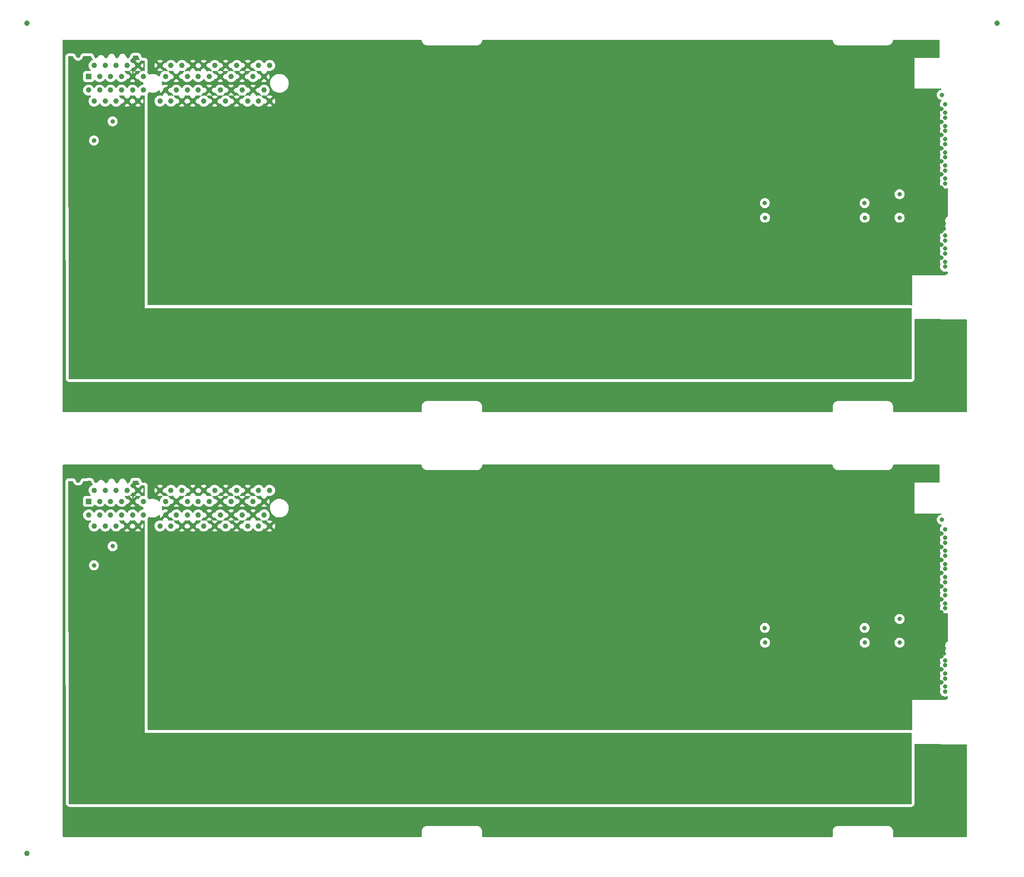
<source format=gbr>
G04 #@! TF.GenerationSoftware,KiCad,Pcbnew,6.0.7*
G04 #@! TF.CreationDate,2022-09-06T12:37:21-05:00*
G04 #@! TF.ProjectId,panel,70616e65-6c2e-46b6-9963-61645f706362,rev?*
G04 #@! TF.SameCoordinates,Original*
G04 #@! TF.FileFunction,Copper,L4,Bot*
G04 #@! TF.FilePolarity,Positive*
%FSLAX46Y46*%
G04 Gerber Fmt 4.6, Leading zero omitted, Abs format (unit mm)*
G04 Created by KiCad (PCBNEW 6.0.7) date 2022-09-06 12:37:21*
%MOMM*%
%LPD*%
G01*
G04 APERTURE LIST*
G04 #@! TA.AperFunction,ComponentPad*
%ADD10R,1.000000X1.000000*%
G04 #@! TD*
G04 #@! TA.AperFunction,ComponentPad*
%ADD11C,1.000000*%
G04 #@! TD*
G04 #@! TA.AperFunction,SMDPad,CuDef*
%ADD12C,1.000000*%
G04 #@! TD*
G04 #@! TA.AperFunction,ViaPad*
%ADD13C,0.800000*%
G04 #@! TD*
G04 #@! TA.AperFunction,Conductor*
%ADD14C,0.250000*%
G04 #@! TD*
G04 APERTURE END LIST*
D10*
G04 #@! TO.P,J1,A01,~{PRSNT1}*
G04 #@! TO.N,Board_0-GND*
X28735000Y-29703553D03*
D11*
G04 #@! TO.P,J1,A02,V12_A02*
G04 #@! TO.N,Board_0-+12V*
X29735000Y-27703553D03*
G04 #@! TO.P,J1,A03,V12_A03*
X30735000Y-29703553D03*
G04 #@! TO.P,J1,A04,GND_A04*
G04 #@! TO.N,Board_0-GND*
X31735000Y-27703553D03*
G04 #@! TO.P,J1,A05,TCK*
G04 #@! TO.N,Board_0-unconnected-(J1-PadA05)*
X32735000Y-29703553D03*
G04 #@! TO.P,J1,A06,TDI*
G04 #@! TO.N,Board_0-unconnected-(J1-PadA06)*
X33735000Y-27703553D03*
G04 #@! TO.P,J1,A07,TDO*
G04 #@! TO.N,Board_0-unconnected-(J1-PadA07)*
X34735000Y-29703553D03*
G04 #@! TO.P,J1,A08,TMS*
G04 #@! TO.N,Board_0-unconnected-(J1-PadA08)*
X35735000Y-27703553D03*
G04 #@! TO.P,J1,A09,V3P3_A09*
G04 #@! TO.N,Board_0-+3.3V*
X36735000Y-29703553D03*
G04 #@! TO.P,J1,A10,V3P3_A10*
X37735000Y-27703553D03*
G04 #@! TO.P,J1,A11,~{PERST}*
G04 #@! TO.N,Board_0-/PERST_L*
X38735000Y-29703553D03*
G04 #@! TO.P,J1,A12,GND_A12*
G04 #@! TO.N,Board_0-GND*
X41735000Y-27703553D03*
G04 #@! TO.P,J1,A13,REFCLK_P*
G04 #@! TO.N,Board_0-/REFCLK_P*
X42735000Y-29703553D03*
G04 #@! TO.P,J1,A14,REFCLK_N*
G04 #@! TO.N,Board_0-/REFCLK_N*
X43735000Y-27703553D03*
G04 #@! TO.P,J1,A15,GND_A15*
G04 #@! TO.N,Board_0-GND*
X44735000Y-29703553D03*
G04 #@! TO.P,J1,A16,PERp[0]*
G04 #@! TO.N,Board_0-/PER0_P*
X45735000Y-27703553D03*
G04 #@! TO.P,J1,A17,PERn[0]*
G04 #@! TO.N,Board_0-/PER0_N*
X46735000Y-29703553D03*
G04 #@! TO.P,J1,A18,GND_A18*
G04 #@! TO.N,Board_0-GND*
X47735000Y-27703553D03*
G04 #@! TO.P,J1,A19,RSVD_A19*
G04 #@! TO.N,Board_0-unconnected-(J1-PadA19)*
X48735000Y-29703553D03*
G04 #@! TO.P,J1,A20,GND_A20*
G04 #@! TO.N,Board_0-GND*
X49735000Y-27703553D03*
G04 #@! TO.P,J1,A21,PERp[1]*
G04 #@! TO.N,Board_0-/PER1_N*
X50735000Y-29703553D03*
G04 #@! TO.P,J1,A22,PERn[1]*
G04 #@! TO.N,Board_0-/PER1_P*
X51735000Y-27703553D03*
G04 #@! TO.P,J1,A23,GND_A23*
G04 #@! TO.N,Board_0-GND*
X52735000Y-29703553D03*
G04 #@! TO.P,J1,A24,GND_A24*
X53735000Y-27703553D03*
G04 #@! TO.P,J1,A25,PERp[2]*
G04 #@! TO.N,Board_0-/PER2_N*
X54735000Y-29703553D03*
G04 #@! TO.P,J1,A26,PERn[2]*
G04 #@! TO.N,Board_0-/PER2_P*
X55735000Y-27703553D03*
G04 #@! TO.P,J1,A27,GND_A27*
G04 #@! TO.N,Board_0-GND*
X56735000Y-29703553D03*
G04 #@! TO.P,J1,A28,GND_A28*
X57735000Y-27703553D03*
G04 #@! TO.P,J1,A29,PERp[3]*
G04 #@! TO.N,Board_0-/PER3_P*
X58735000Y-29703553D03*
G04 #@! TO.P,J1,A30,PERn[3]*
G04 #@! TO.N,Board_0-/PER3_N*
X59735000Y-27703553D03*
G04 #@! TO.P,J1,A31,GND_A31*
G04 #@! TO.N,Board_0-GND*
X60735000Y-29703553D03*
G04 #@! TO.P,J1,A32,RSVD_A32*
G04 #@! TO.N,Board_0-unconnected-(J1-PadA32)*
X61735000Y-27703553D03*
G04 #@! TO.P,J1,B01,V12_B01*
G04 #@! TO.N,Board_0-+12V*
X28735000Y-32203553D03*
G04 #@! TO.P,J1,B02,V12_B02*
X29735000Y-34203553D03*
G04 #@! TO.P,J1,B03,V12_B03*
X30735000Y-32203553D03*
G04 #@! TO.P,J1,B04,GND_B04*
G04 #@! TO.N,Board_0-GND*
X31735000Y-34203553D03*
G04 #@! TO.P,J1,B05,SMBCLK*
G04 #@! TO.N,Board_0-/SMBCLK*
X32735000Y-32203553D03*
G04 #@! TO.P,J1,B06,SMBDAT*
G04 #@! TO.N,Board_0-/SMBDAT*
X33735000Y-34203553D03*
G04 #@! TO.P,J1,B07,GND_B07*
G04 #@! TO.N,Board_0-GND*
X34735000Y-32203553D03*
G04 #@! TO.P,J1,B08,V3P3*
G04 #@! TO.N,Board_0-+3.3V*
X35735000Y-34203553D03*
G04 #@! TO.P,J1,B09,~{TRST}*
G04 #@! TO.N,Board_0-Net-(J1-PadB09)*
X36735000Y-32203553D03*
G04 #@! TO.P,J1,B10,V3P3_AUX*
G04 #@! TO.N,Board_0-+3.3V*
X37735000Y-34203553D03*
G04 #@! TO.P,J1,B11,~{WAKE}*
G04 #@! TO.N,Board_0-Net-(J1-PadB11)*
X38735000Y-32203553D03*
G04 #@! TO.P,J1,B12,~{CLKFREQ}*
G04 #@! TO.N,Board_0-Net-(J1-PadB12)*
X41735000Y-34203553D03*
G04 #@! TO.P,J1,B13,GND_B13*
G04 #@! TO.N,Board_0-GND*
X42735000Y-32203553D03*
G04 #@! TO.P,J1,B14,PETp[0]*
G04 #@! TO.N,Board_0-/PET0_P*
X43735000Y-34203553D03*
G04 #@! TO.P,J1,B15,PETn[0]*
G04 #@! TO.N,Board_0-/PET0_N*
X44735000Y-32203553D03*
G04 #@! TO.P,J1,B16,GND_B16*
G04 #@! TO.N,Board_0-GND*
X45735000Y-34203553D03*
G04 #@! TO.P,J1,B17,~{PRSNT2}_B17*
G04 #@! TO.N,Board_0-Net-(J1-PadB17)*
X46735000Y-32203553D03*
G04 #@! TO.P,J1,B18,GND_B18*
G04 #@! TO.N,Board_0-GND*
X47735000Y-34203553D03*
G04 #@! TO.P,J1,B19,PETp[1]*
G04 #@! TO.N,Board_0-/PET1_P*
X48735000Y-32203553D03*
G04 #@! TO.P,J1,B20,PETn[1]*
G04 #@! TO.N,Board_0-/PET1_N*
X49735000Y-34203553D03*
G04 #@! TO.P,J1,B21,GND_B21*
G04 #@! TO.N,Board_0-GND*
X50735000Y-32203553D03*
G04 #@! TO.P,J1,B22,GND_B22*
X51735000Y-34203553D03*
G04 #@! TO.P,J1,B23,PETp[2]*
G04 #@! TO.N,Board_0-/PET2_P*
X52735000Y-32203553D03*
G04 #@! TO.P,J1,B24,PETn[2]*
G04 #@! TO.N,Board_0-/PET2_N*
X53735000Y-34203553D03*
G04 #@! TO.P,J1,B25,GND_B25*
G04 #@! TO.N,Board_0-GND*
X54735000Y-32203553D03*
G04 #@! TO.P,J1,B26,GND_B26*
X55735000Y-34203553D03*
G04 #@! TO.P,J1,B27,PETp[3]*
G04 #@! TO.N,Board_0-/PET3_P*
X56735000Y-32203553D03*
G04 #@! TO.P,J1,B28,PETn[3]*
G04 #@! TO.N,Board_0-/PET3_N*
X57735000Y-34203553D03*
G04 #@! TO.P,J1,B29,GND_B29*
G04 #@! TO.N,Board_0-GND*
X58735000Y-32203553D03*
G04 #@! TO.P,J1,B30,~{PWRBRK}*
G04 #@! TO.N,Board_0-Net-(J1-PadB30)*
X59735000Y-34203553D03*
G04 #@! TO.P,J1,B31,~{PRSNT2}_B31*
G04 #@! TO.N,Board_0-unconnected-(J1-PadB31)*
X60735000Y-32203553D03*
G04 #@! TO.P,J1,B32,GND_B32*
G04 #@! TO.N,Board_0-GND*
X61735000Y-34203553D03*
G04 #@! TD*
D10*
G04 #@! TO.P,J1,A01,~{PRSNT1}*
G04 #@! TO.N,Board_1-GND*
X28735000Y-107307106D03*
D11*
G04 #@! TO.P,J1,A02,V12_A02*
G04 #@! TO.N,Board_1-+12V*
X29735000Y-105307106D03*
G04 #@! TO.P,J1,A03,V12_A03*
X30735000Y-107307106D03*
G04 #@! TO.P,J1,A04,GND_A04*
G04 #@! TO.N,Board_1-GND*
X31735000Y-105307106D03*
G04 #@! TO.P,J1,A05,TCK*
G04 #@! TO.N,Board_1-unconnected-(J1-PadA05)*
X32735000Y-107307106D03*
G04 #@! TO.P,J1,A06,TDI*
G04 #@! TO.N,Board_1-unconnected-(J1-PadA06)*
X33735000Y-105307106D03*
G04 #@! TO.P,J1,A07,TDO*
G04 #@! TO.N,Board_1-unconnected-(J1-PadA07)*
X34735000Y-107307106D03*
G04 #@! TO.P,J1,A08,TMS*
G04 #@! TO.N,Board_1-unconnected-(J1-PadA08)*
X35735000Y-105307106D03*
G04 #@! TO.P,J1,A09,V3P3_A09*
G04 #@! TO.N,Board_1-+3.3V*
X36735000Y-107307106D03*
G04 #@! TO.P,J1,A10,V3P3_A10*
X37735000Y-105307106D03*
G04 #@! TO.P,J1,A11,~{PERST}*
G04 #@! TO.N,Board_1-/PERST_L*
X38735000Y-107307106D03*
G04 #@! TO.P,J1,A12,GND_A12*
G04 #@! TO.N,Board_1-GND*
X41735000Y-105307106D03*
G04 #@! TO.P,J1,A13,REFCLK_P*
G04 #@! TO.N,Board_1-/REFCLK_P*
X42735000Y-107307106D03*
G04 #@! TO.P,J1,A14,REFCLK_N*
G04 #@! TO.N,Board_1-/REFCLK_N*
X43735000Y-105307106D03*
G04 #@! TO.P,J1,A15,GND_A15*
G04 #@! TO.N,Board_1-GND*
X44735000Y-107307106D03*
G04 #@! TO.P,J1,A16,PERp[0]*
G04 #@! TO.N,Board_1-/PER0_P*
X45735000Y-105307106D03*
G04 #@! TO.P,J1,A17,PERn[0]*
G04 #@! TO.N,Board_1-/PER0_N*
X46735000Y-107307106D03*
G04 #@! TO.P,J1,A18,GND_A18*
G04 #@! TO.N,Board_1-GND*
X47735000Y-105307106D03*
G04 #@! TO.P,J1,A19,RSVD_A19*
G04 #@! TO.N,Board_1-unconnected-(J1-PadA19)*
X48735000Y-107307106D03*
G04 #@! TO.P,J1,A20,GND_A20*
G04 #@! TO.N,Board_1-GND*
X49735000Y-105307106D03*
G04 #@! TO.P,J1,A21,PERp[1]*
G04 #@! TO.N,Board_1-/PER1_N*
X50735000Y-107307106D03*
G04 #@! TO.P,J1,A22,PERn[1]*
G04 #@! TO.N,Board_1-/PER1_P*
X51735000Y-105307106D03*
G04 #@! TO.P,J1,A23,GND_A23*
G04 #@! TO.N,Board_1-GND*
X52735000Y-107307106D03*
G04 #@! TO.P,J1,A24,GND_A24*
X53735000Y-105307106D03*
G04 #@! TO.P,J1,A25,PERp[2]*
G04 #@! TO.N,Board_1-/PER2_N*
X54735000Y-107307106D03*
G04 #@! TO.P,J1,A26,PERn[2]*
G04 #@! TO.N,Board_1-/PER2_P*
X55735000Y-105307106D03*
G04 #@! TO.P,J1,A27,GND_A27*
G04 #@! TO.N,Board_1-GND*
X56735000Y-107307106D03*
G04 #@! TO.P,J1,A28,GND_A28*
X57735000Y-105307106D03*
G04 #@! TO.P,J1,A29,PERp[3]*
G04 #@! TO.N,Board_1-/PER3_P*
X58735000Y-107307106D03*
G04 #@! TO.P,J1,A30,PERn[3]*
G04 #@! TO.N,Board_1-/PER3_N*
X59735000Y-105307106D03*
G04 #@! TO.P,J1,A31,GND_A31*
G04 #@! TO.N,Board_1-GND*
X60735000Y-107307106D03*
G04 #@! TO.P,J1,A32,RSVD_A32*
G04 #@! TO.N,Board_1-unconnected-(J1-PadA32)*
X61735000Y-105307106D03*
G04 #@! TO.P,J1,B01,V12_B01*
G04 #@! TO.N,Board_1-+12V*
X28735000Y-109807106D03*
G04 #@! TO.P,J1,B02,V12_B02*
X29735000Y-111807106D03*
G04 #@! TO.P,J1,B03,V12_B03*
X30735000Y-109807106D03*
G04 #@! TO.P,J1,B04,GND_B04*
G04 #@! TO.N,Board_1-GND*
X31735000Y-111807106D03*
G04 #@! TO.P,J1,B05,SMBCLK*
G04 #@! TO.N,Board_1-/SMBCLK*
X32735000Y-109807106D03*
G04 #@! TO.P,J1,B06,SMBDAT*
G04 #@! TO.N,Board_1-/SMBDAT*
X33735000Y-111807106D03*
G04 #@! TO.P,J1,B07,GND_B07*
G04 #@! TO.N,Board_1-GND*
X34735000Y-109807106D03*
G04 #@! TO.P,J1,B08,V3P3*
G04 #@! TO.N,Board_1-+3.3V*
X35735000Y-111807106D03*
G04 #@! TO.P,J1,B09,~{TRST}*
G04 #@! TO.N,Board_1-Net-(J1-PadB09)*
X36735000Y-109807106D03*
G04 #@! TO.P,J1,B10,V3P3_AUX*
G04 #@! TO.N,Board_1-+3.3V*
X37735000Y-111807106D03*
G04 #@! TO.P,J1,B11,~{WAKE}*
G04 #@! TO.N,Board_1-Net-(J1-PadB11)*
X38735000Y-109807106D03*
G04 #@! TO.P,J1,B12,~{CLKFREQ}*
G04 #@! TO.N,Board_1-Net-(J1-PadB12)*
X41735000Y-111807106D03*
G04 #@! TO.P,J1,B13,GND_B13*
G04 #@! TO.N,Board_1-GND*
X42735000Y-109807106D03*
G04 #@! TO.P,J1,B14,PETp[0]*
G04 #@! TO.N,Board_1-/PET0_P*
X43735000Y-111807106D03*
G04 #@! TO.P,J1,B15,PETn[0]*
G04 #@! TO.N,Board_1-/PET0_N*
X44735000Y-109807106D03*
G04 #@! TO.P,J1,B16,GND_B16*
G04 #@! TO.N,Board_1-GND*
X45735000Y-111807106D03*
G04 #@! TO.P,J1,B17,~{PRSNT2}_B17*
G04 #@! TO.N,Board_1-Net-(J1-PadB17)*
X46735000Y-109807106D03*
G04 #@! TO.P,J1,B18,GND_B18*
G04 #@! TO.N,Board_1-GND*
X47735000Y-111807106D03*
G04 #@! TO.P,J1,B19,PETp[1]*
G04 #@! TO.N,Board_1-/PET1_P*
X48735000Y-109807106D03*
G04 #@! TO.P,J1,B20,PETn[1]*
G04 #@! TO.N,Board_1-/PET1_N*
X49735000Y-111807106D03*
G04 #@! TO.P,J1,B21,GND_B21*
G04 #@! TO.N,Board_1-GND*
X50735000Y-109807106D03*
G04 #@! TO.P,J1,B22,GND_B22*
X51735000Y-111807106D03*
G04 #@! TO.P,J1,B23,PETp[2]*
G04 #@! TO.N,Board_1-/PET2_P*
X52735000Y-109807106D03*
G04 #@! TO.P,J1,B24,PETn[2]*
G04 #@! TO.N,Board_1-/PET2_N*
X53735000Y-111807106D03*
G04 #@! TO.P,J1,B25,GND_B25*
G04 #@! TO.N,Board_1-GND*
X54735000Y-109807106D03*
G04 #@! TO.P,J1,B26,GND_B26*
X55735000Y-111807106D03*
G04 #@! TO.P,J1,B27,PETp[3]*
G04 #@! TO.N,Board_1-/PET3_P*
X56735000Y-109807106D03*
G04 #@! TO.P,J1,B28,PETn[3]*
G04 #@! TO.N,Board_1-/PET3_N*
X57735000Y-111807106D03*
G04 #@! TO.P,J1,B29,GND_B29*
G04 #@! TO.N,Board_1-GND*
X58735000Y-109807106D03*
G04 #@! TO.P,J1,B30,~{PWRBRK}*
G04 #@! TO.N,Board_1-Net-(J1-PadB30)*
X59735000Y-111807106D03*
G04 #@! TO.P,J1,B31,~{PRSNT2}_B31*
G04 #@! TO.N,Board_1-unconnected-(J1-PadB31)*
X60735000Y-109807106D03*
G04 #@! TO.P,J1,B32,GND_B32*
G04 #@! TO.N,Board_1-GND*
X61735000Y-111807106D03*
G04 #@! TD*
D12*
G04 #@! TO.P,REF\u002A\u002A,*
G04 #@! TO.N,*
X194500000Y-20000000D03*
G04 #@! TD*
G04 #@! TO.P,REF\u002A\u002A,*
G04 #@! TO.N,*
X17500000Y-20000000D03*
G04 #@! TD*
G04 #@! TO.P,REF\u002A\u002A,*
G04 #@! TO.N,*
X17500000Y-171611776D03*
G04 #@! TD*
D13*
G04 #@! TO.N,Board_0-+3.3V*
X174280000Y-82963553D03*
X171740000Y-75343553D03*
X176820000Y-77883553D03*
X171740000Y-80423553D03*
X169200000Y-72803553D03*
X171740000Y-72803553D03*
X35700000Y-37503553D03*
X176820000Y-80423553D03*
X169200000Y-82963553D03*
X176820000Y-75343553D03*
X38200000Y-46103553D03*
X35700000Y-39503553D03*
X169200000Y-80423553D03*
X174280000Y-75343553D03*
X34000000Y-63003553D03*
X33100000Y-41103553D03*
X176820000Y-72803553D03*
X171740000Y-82963553D03*
X38200000Y-45103553D03*
X169200000Y-77883553D03*
X174280000Y-72803553D03*
X176820000Y-82963553D03*
X169200000Y-75343553D03*
X38200000Y-39403553D03*
X28600000Y-37903553D03*
X174280000Y-77883553D03*
X38200000Y-37503553D03*
X174280000Y-80423553D03*
X171740000Y-77883553D03*
G04 #@! TO.N,Board_0-/PER0_N*
X185000000Y-59654553D03*
G04 #@! TO.N,Board_0-/PER0_P*
X185000000Y-58752553D03*
G04 #@! TO.N,Board_0-/PER1_N*
X185000000Y-46854553D03*
G04 #@! TO.N,Board_0-/PER1_P*
X185000000Y-45952553D03*
G04 #@! TO.N,Board_0-/PER2_N*
X185000000Y-42054553D03*
G04 #@! TO.N,Board_0-/PER2_P*
X185000000Y-41152553D03*
G04 #@! TO.N,Board_0-/PER3_N*
X185000000Y-37254553D03*
G04 #@! TO.N,Board_0-/PER3_P*
X185000000Y-36352553D03*
G04 #@! TO.N,Board_0-/PERST_L*
X152120000Y-52833553D03*
X170320000Y-52833553D03*
G04 #@! TO.N,Board_0-/PET0_N*
X185000000Y-61152553D03*
G04 #@! TO.N,Board_0-/PET0_P*
X185000000Y-62054553D03*
G04 #@! TO.N,Board_0-/PET1_N*
X185000000Y-48352553D03*
G04 #@! TO.N,Board_0-/PET1_P*
X185000000Y-49254553D03*
G04 #@! TO.N,Board_0-/PET2_N*
X185000000Y-43552553D03*
G04 #@! TO.N,Board_0-/PET2_P*
X185000000Y-44454553D03*
G04 #@! TO.N,Board_0-/PET3_N*
X185000000Y-38752553D03*
G04 #@! TO.N,Board_0-/PET3_P*
X185000000Y-39654553D03*
G04 #@! TO.N,Board_0-/REFCLK_N*
X185000000Y-63552553D03*
G04 #@! TO.N,Board_0-/REFCLK_P*
X185000000Y-64454553D03*
G04 #@! TO.N,Board_0-/SMBCLK*
X185000000Y-34803553D03*
X184400000Y-33053553D03*
G04 #@! TO.N,Board_0-GND*
X134560000Y-47603553D03*
X137970000Y-23953553D03*
X49600000Y-54303553D03*
X167580000Y-50703553D03*
X81220000Y-45203553D03*
X81220000Y-54253553D03*
X93920000Y-47603553D03*
X78680000Y-47603553D03*
X106620000Y-54253553D03*
X97160000Y-62803553D03*
X130350000Y-23953553D03*
X106730000Y-57303553D03*
X132720000Y-62803553D03*
X119320000Y-50703553D03*
X62000000Y-65103553D03*
X132020000Y-40403553D03*
X61300000Y-47603553D03*
X160830000Y-26403553D03*
X178400000Y-45103553D03*
X144720000Y-45203553D03*
X68520000Y-40403553D03*
X126940000Y-54253553D03*
X126890000Y-37803553D03*
X109860000Y-62803553D03*
X48900000Y-48803553D03*
X172770000Y-60403553D03*
X142130000Y-37803553D03*
X55900000Y-50103553D03*
X142180000Y-50703553D03*
X139640000Y-50703553D03*
X116890000Y-57303553D03*
X96570000Y-57303553D03*
X106620000Y-47603553D03*
X165040000Y-47603553D03*
X84460000Y-62803553D03*
X91380000Y-54253553D03*
X166800000Y-60453553D03*
X86300000Y-47603553D03*
X152340000Y-50703553D03*
X160830000Y-23953553D03*
X96460000Y-40403553D03*
X140510000Y-26403553D03*
X159960000Y-47603553D03*
X114190000Y-37803553D03*
X53500000Y-25803553D03*
X64540000Y-65103553D03*
X170120000Y-45203553D03*
X142880000Y-62803553D03*
X73600000Y-47603553D03*
X43700000Y-43103553D03*
X111700000Y-45203553D03*
X116780000Y-54253553D03*
X73710000Y-60403553D03*
X177740000Y-40403553D03*
X142880000Y-65103553D03*
X81220000Y-50703553D03*
X83870000Y-60403553D03*
X171550000Y-35553553D03*
X57800000Y-62703553D03*
X111700000Y-42803553D03*
X86300000Y-42803553D03*
X116780000Y-42803553D03*
X134560000Y-45203553D03*
X78680000Y-54253553D03*
X166800000Y-62803553D03*
X86300000Y-50703553D03*
X93870000Y-37803553D03*
X92080000Y-65103553D03*
X76140000Y-50703553D03*
X112570000Y-23953553D03*
X114240000Y-40403553D03*
X76140000Y-45203553D03*
X54200000Y-48703553D03*
X111700000Y-47603553D03*
X158600000Y-54203553D03*
X71170000Y-60403553D03*
X177740000Y-47603553D03*
X91380000Y-45203553D03*
X81330000Y-57303553D03*
X163930000Y-35553553D03*
X125270000Y-23953553D03*
X125100000Y-65103553D03*
X92080000Y-62803553D03*
X131970000Y-37803553D03*
X119430000Y-60403553D03*
X96460000Y-42803553D03*
X51700000Y-36603553D03*
X116780000Y-45203553D03*
X76140000Y-47603553D03*
X63840000Y-47603553D03*
X132020000Y-45203553D03*
X169700000Y-28503553D03*
X88840000Y-47603553D03*
X63840000Y-40403553D03*
X66490000Y-57303553D03*
X78680000Y-50703553D03*
X59600000Y-59503553D03*
X166900000Y-54303553D03*
X144720000Y-42803553D03*
X142180000Y-42803553D03*
X149750000Y-37803553D03*
X62000000Y-62803553D03*
X134560000Y-42803553D03*
X67080000Y-62803553D03*
X157420000Y-42803553D03*
X83760000Y-40403553D03*
X114240000Y-50703553D03*
X163370000Y-23953553D03*
X76840000Y-65103553D03*
X144670000Y-37803553D03*
X166800000Y-65103553D03*
X101540000Y-40403553D03*
X162500000Y-45203553D03*
X68520000Y-50703553D03*
X147260000Y-54253553D03*
X109110000Y-37803553D03*
X122730000Y-23953553D03*
X49200000Y-62003553D03*
X121860000Y-54253553D03*
X107320000Y-65103553D03*
X126940000Y-42803553D03*
X99700000Y-65103553D03*
X73600000Y-50703553D03*
X121860000Y-40403553D03*
X134560000Y-50703553D03*
X147260000Y-50703553D03*
X51150000Y-63853553D03*
X91330000Y-37803553D03*
X91490000Y-60403553D03*
X140340000Y-62803553D03*
X76840000Y-62803553D03*
X124400000Y-54253553D03*
X139750000Y-60403553D03*
X61300000Y-50703553D03*
X124510000Y-60403553D03*
X155750000Y-23953553D03*
X158650000Y-60403553D03*
X114240000Y-42803553D03*
X104080000Y-42803553D03*
X150670000Y-23953553D03*
X112570000Y-26403553D03*
X81920000Y-62803553D03*
X139590000Y-37803553D03*
X66380000Y-45203553D03*
X137050000Y-37803553D03*
X137100000Y-47603553D03*
X163200000Y-50903553D03*
X79380000Y-65103553D03*
X43700000Y-45803553D03*
X130350000Y-26403553D03*
X58600000Y-41303553D03*
X114940000Y-65103553D03*
X88790000Y-37803553D03*
X177740000Y-42803553D03*
X166470000Y-35553553D03*
X129480000Y-45203553D03*
X83760000Y-42803553D03*
X139640000Y-54253553D03*
X132130000Y-60403553D03*
X172660000Y-45203553D03*
X148130000Y-26403553D03*
X76250000Y-57303553D03*
X68520000Y-42803553D03*
X44000000Y-63003553D03*
X145420000Y-62803553D03*
X175200000Y-47603553D03*
X144720000Y-50703553D03*
X137970000Y-26403553D03*
X184300000Y-35603553D03*
X47400000Y-52303553D03*
X112400000Y-62803553D03*
X158290000Y-23953553D03*
X116890000Y-60403553D03*
X124400000Y-50703553D03*
X55100000Y-55003553D03*
X71060000Y-50703553D03*
X61300000Y-42803553D03*
X119320000Y-45203553D03*
X130180000Y-62803553D03*
X126940000Y-45203553D03*
X159960000Y-40403553D03*
X184300000Y-58003553D03*
X147370000Y-57303553D03*
X76090000Y-37803553D03*
X111810000Y-60403553D03*
X69220000Y-62803553D03*
X165040000Y-40403553D03*
X143050000Y-23953553D03*
X31900000Y-25903553D03*
X137800000Y-62803553D03*
X101650000Y-57303553D03*
X170120000Y-50703553D03*
X167580000Y-40403553D03*
X132020000Y-42803553D03*
X49000000Y-58003553D03*
X110030000Y-23953553D03*
X127810000Y-26403553D03*
X129590000Y-60403553D03*
X121860000Y-47603553D03*
X184300000Y-45203553D03*
X121860000Y-42803553D03*
X71170000Y-57303553D03*
X124400000Y-45203553D03*
X135260000Y-65103553D03*
X172770000Y-57303553D03*
X86300000Y-54253553D03*
X120190000Y-26403553D03*
X104080000Y-54253553D03*
X142290000Y-57303553D03*
X47800000Y-35703553D03*
X140340000Y-65103553D03*
X152340000Y-54253553D03*
X45700000Y-44703553D03*
X35900000Y-25903553D03*
X93920000Y-45203553D03*
X114940000Y-62803553D03*
X187700000Y-75403553D03*
X66380000Y-40403553D03*
X132720000Y-65103553D03*
X175200000Y-42803553D03*
X184300000Y-40403553D03*
X45100000Y-50303553D03*
X73710000Y-57303553D03*
X129480000Y-54253553D03*
X125270000Y-26403553D03*
X96460000Y-45203553D03*
X99000000Y-40403553D03*
X71060000Y-42803553D03*
X117650000Y-26403553D03*
X147260000Y-47603553D03*
X78680000Y-40403553D03*
X99000000Y-45203553D03*
X83760000Y-50703553D03*
X76140000Y-54253553D03*
X99700000Y-62803553D03*
X167450000Y-30603553D03*
X45600000Y-39403553D03*
X117650000Y-23953553D03*
X129430000Y-37803553D03*
X175310000Y-57303553D03*
X145420000Y-65103553D03*
X55600000Y-45103553D03*
X29700000Y-41403553D03*
X89540000Y-65103553D03*
X88950000Y-60403553D03*
X137800000Y-65103553D03*
X104950000Y-26403553D03*
X91380000Y-42803553D03*
X104080000Y-40403553D03*
X83710000Y-37803553D03*
X104080000Y-47603553D03*
X86410000Y-57303553D03*
X94030000Y-60403553D03*
X87000000Y-62803553D03*
X62100000Y-60403553D03*
X78630000Y-37803553D03*
X149800000Y-50703553D03*
X112400000Y-65103553D03*
X51500000Y-40803553D03*
X119320000Y-47603553D03*
X134670000Y-60403553D03*
X147260000Y-42803553D03*
X104080000Y-50703553D03*
X179600000Y-45103553D03*
X46900000Y-59853553D03*
X184300000Y-50003553D03*
X68520000Y-47603553D03*
X114350000Y-60403553D03*
X115110000Y-26403553D03*
X84460000Y-65103553D03*
X135430000Y-23953553D03*
X157420000Y-47603553D03*
X144830000Y-60403553D03*
X152450000Y-60403553D03*
X155750000Y-26403553D03*
X96570000Y-60403553D03*
X45600000Y-41203553D03*
X111810000Y-57303553D03*
X158650000Y-50803553D03*
X55500000Y-62703553D03*
X99000000Y-54253553D03*
X127640000Y-62803553D03*
X58600000Y-50703553D03*
X61300000Y-45203553D03*
X71060000Y-47603553D03*
X149910000Y-60403553D03*
X109160000Y-50703553D03*
X172660000Y-47603553D03*
X159960000Y-42803553D03*
X121860000Y-50703553D03*
X88840000Y-42803553D03*
X127050000Y-57303553D03*
X148130000Y-23953553D03*
X30100000Y-25903553D03*
X134560000Y-54253553D03*
X45600000Y-35803553D03*
X153040000Y-62803553D03*
X101490000Y-37803553D03*
X93920000Y-40403553D03*
X124400000Y-40403553D03*
X158650000Y-57253553D03*
X143050000Y-26403553D03*
X149800000Y-40403553D03*
X169900000Y-33603553D03*
X61250000Y-37803553D03*
X109160000Y-47603553D03*
X99000000Y-42803553D03*
X104080000Y-45203553D03*
X109160000Y-42803553D03*
X81220000Y-47603553D03*
X47000000Y-46803553D03*
X53700000Y-58603553D03*
X172800000Y-62803553D03*
X111650000Y-37803553D03*
X109160000Y-45203553D03*
X88840000Y-45203553D03*
X169010000Y-35553553D03*
X102240000Y-62803553D03*
X122560000Y-65103553D03*
X157370000Y-37803553D03*
X158290000Y-26403553D03*
X44000000Y-67503553D03*
X144720000Y-40403553D03*
X121860000Y-45203553D03*
X124510000Y-57303553D03*
X129480000Y-50703553D03*
X66330000Y-37803553D03*
X96460000Y-47603553D03*
X121970000Y-57303553D03*
X116780000Y-40403553D03*
X134670000Y-57303553D03*
X56100000Y-25803553D03*
X76140000Y-42803553D03*
X89540000Y-62803553D03*
X94620000Y-62803553D03*
X68520000Y-54253553D03*
X153210000Y-23953553D03*
X163250000Y-65903553D03*
X125100000Y-62803553D03*
X162500000Y-47603553D03*
X140510000Y-23953553D03*
X159960000Y-45203553D03*
X137210000Y-57303553D03*
X163250000Y-54203553D03*
X45600000Y-37703553D03*
X68630000Y-60403553D03*
X172660000Y-50703553D03*
X98950000Y-37803553D03*
X71060000Y-54253553D03*
X78790000Y-57303553D03*
X165040000Y-42803553D03*
X142180000Y-45203553D03*
X33900000Y-25903553D03*
X132890000Y-23953553D03*
X63950000Y-57303553D03*
X106620000Y-50703553D03*
X99110000Y-60403553D03*
X26800000Y-25903553D03*
X101650000Y-60403553D03*
X106730000Y-60403553D03*
X73550000Y-37803553D03*
X41500000Y-50603553D03*
X162500000Y-42803553D03*
X91490000Y-57303553D03*
X124350000Y-37803553D03*
X59950000Y-65053553D03*
X163250000Y-62753553D03*
X147210000Y-37803553D03*
X163250000Y-60453553D03*
X175200000Y-45203553D03*
X165450000Y-28653553D03*
X86250000Y-37803553D03*
X74300000Y-62803553D03*
X116730000Y-37803553D03*
X79380000Y-62803553D03*
X142180000Y-54253553D03*
X88950000Y-57303553D03*
X96410000Y-37803553D03*
X129590000Y-57303553D03*
X172660000Y-42803553D03*
X158650000Y-62803553D03*
X61300000Y-54253553D03*
X86300000Y-40403553D03*
X44950000Y-58253553D03*
X43700000Y-40703553D03*
X115110000Y-23953553D03*
X66380000Y-50703553D03*
X127810000Y-23953553D03*
X52700000Y-42103553D03*
X184300000Y-54003553D03*
X55550000Y-65053553D03*
X66380000Y-54253553D03*
X81330000Y-60403553D03*
X109160000Y-54253553D03*
X127050000Y-60403553D03*
X152340000Y-45203553D03*
X63840000Y-42803553D03*
X129480000Y-40403553D03*
X71060000Y-40403553D03*
X57800000Y-65053553D03*
X157420000Y-45203553D03*
X124400000Y-47603553D03*
X78790000Y-60403553D03*
X120020000Y-65103553D03*
X179000000Y-65203553D03*
X68470000Y-37803553D03*
X163370000Y-26403553D03*
X49900000Y-44203553D03*
X177750000Y-35353553D03*
X114240000Y-47603553D03*
X175200000Y-40403553D03*
X57000000Y-42803553D03*
X49700000Y-35703553D03*
X58700000Y-44503553D03*
X53100000Y-62103553D03*
X106620000Y-45203553D03*
X110030000Y-26403553D03*
X40900000Y-25903553D03*
X179500000Y-57203553D03*
X102410000Y-23953553D03*
X147370000Y-60403553D03*
X54100000Y-43703553D03*
X88840000Y-54253553D03*
X102410000Y-26403553D03*
X99110000Y-57303553D03*
X63840000Y-45203553D03*
X147260000Y-40403553D03*
X172800000Y-65103553D03*
X122730000Y-26403553D03*
X137210000Y-60403553D03*
X132020000Y-47603553D03*
X170120000Y-47603553D03*
X121970000Y-60403553D03*
X119430000Y-57303553D03*
X54300000Y-37103553D03*
X43800000Y-48103553D03*
X184300000Y-38003553D03*
X91380000Y-50703553D03*
X117480000Y-65103553D03*
X78680000Y-42803553D03*
X130180000Y-65103553D03*
X152290000Y-37803553D03*
X137100000Y-40403553D03*
X44150000Y-52053553D03*
X172660000Y-40403553D03*
X126940000Y-50703553D03*
X68630000Y-57303553D03*
X116780000Y-50703553D03*
X121810000Y-37803553D03*
X57200000Y-46603553D03*
X120190000Y-23953553D03*
X66490000Y-60403553D03*
X50000000Y-39403553D03*
X48400000Y-42753553D03*
X158650000Y-65753553D03*
X48900000Y-25903553D03*
X162500000Y-40403553D03*
X119320000Y-42803553D03*
X149800000Y-47603553D03*
X172000000Y-30803553D03*
X86410000Y-60403553D03*
X51000000Y-60203553D03*
X167580000Y-47603553D03*
X51800000Y-56403553D03*
X104190000Y-57303553D03*
X184300000Y-51603553D03*
X109160000Y-40403553D03*
X114350000Y-57303553D03*
X137100000Y-54253553D03*
X132020000Y-50703553D03*
X152340000Y-42803553D03*
X88840000Y-40403553D03*
X96460000Y-50703553D03*
X61300000Y-40403553D03*
X129480000Y-42803553D03*
X81220000Y-42803553D03*
X101540000Y-47603553D03*
X182325000Y-25128553D03*
X150670000Y-26403553D03*
X124400000Y-42803553D03*
X71010000Y-37803553D03*
X163250000Y-57153553D03*
X69220000Y-65103553D03*
X91380000Y-40403553D03*
X104190000Y-60403553D03*
X101540000Y-50703553D03*
X142290000Y-60403553D03*
X63950000Y-60403553D03*
X139640000Y-45203553D03*
X83760000Y-47603553D03*
X101540000Y-54253553D03*
X83870000Y-57303553D03*
X60250000Y-36803553D03*
X99000000Y-50703553D03*
X83760000Y-45203553D03*
X55400000Y-41203553D03*
X127640000Y-65103553D03*
X73600000Y-54253553D03*
X134510000Y-37803553D03*
X153210000Y-26403553D03*
X184300000Y-56403553D03*
X167580000Y-45203553D03*
X109860000Y-65103553D03*
X81920000Y-65103553D03*
X107320000Y-62803553D03*
X175200000Y-50703553D03*
X157420000Y-40403553D03*
X145590000Y-26403553D03*
X63790000Y-37803553D03*
X86300000Y-45203553D03*
X139640000Y-42803553D03*
X109270000Y-57303553D03*
X93920000Y-42803553D03*
X132130000Y-57303553D03*
X91380000Y-47603553D03*
X149800000Y-45203553D03*
X47800000Y-40403553D03*
X101540000Y-42803553D03*
X78680000Y-45203553D03*
X184300000Y-42803553D03*
X58700000Y-47603553D03*
X42700000Y-25903553D03*
X97330000Y-26403553D03*
X51300000Y-25903553D03*
X150500000Y-62803553D03*
X81220000Y-40403553D03*
X117480000Y-62803553D03*
X142180000Y-47603553D03*
X147260000Y-45203553D03*
X107490000Y-23953553D03*
X132020000Y-54253553D03*
X94030000Y-57303553D03*
X96460000Y-54253553D03*
X184300000Y-60403553D03*
X101540000Y-45203553D03*
X135260000Y-62803553D03*
X41500000Y-53103553D03*
X106620000Y-42803553D03*
X93920000Y-54253553D03*
X104780000Y-65103553D03*
X134560000Y-40403553D03*
X139750000Y-57303553D03*
X137100000Y-50703553D03*
X111700000Y-50703553D03*
X87000000Y-65103553D03*
X184300000Y-62803553D03*
X68520000Y-45203553D03*
X120020000Y-62803553D03*
X147960000Y-62803553D03*
X149800000Y-54253553D03*
X111700000Y-40403553D03*
X144720000Y-54253553D03*
X97160000Y-65103553D03*
X38700000Y-25903553D03*
X73600000Y-40403553D03*
X45000000Y-53903553D03*
X102240000Y-65103553D03*
X99870000Y-26403553D03*
X63840000Y-54253553D03*
X174350000Y-33303553D03*
X119320000Y-54253553D03*
X145590000Y-23953553D03*
X152450000Y-57303553D03*
X67080000Y-65103553D03*
X104030000Y-37803553D03*
X66380000Y-42803553D03*
X122560000Y-62803553D03*
X51100000Y-51103553D03*
X107490000Y-26403553D03*
X71060000Y-45203553D03*
X175310000Y-60403553D03*
X147960000Y-65103553D03*
X137100000Y-45203553D03*
X150500000Y-65103553D03*
X152340000Y-47603553D03*
X52000000Y-46403553D03*
X159910000Y-37803553D03*
X45600000Y-42903553D03*
X106570000Y-37803553D03*
X73600000Y-45203553D03*
X167580000Y-42803553D03*
X175300000Y-62803553D03*
X114240000Y-54253553D03*
X111700000Y-54253553D03*
X149800000Y-42803553D03*
X165040000Y-45203553D03*
X166900000Y-57303553D03*
X126940000Y-47603553D03*
X152340000Y-40403553D03*
X104780000Y-62803553D03*
X92250000Y-26403553D03*
X104950000Y-23953553D03*
X144720000Y-47603553D03*
X99000000Y-47603553D03*
X41500000Y-48103553D03*
X43700000Y-38403553D03*
X129480000Y-47603553D03*
X64540000Y-62803553D03*
X74300000Y-65103553D03*
X153040000Y-65103553D03*
X63840000Y-50703553D03*
X184300000Y-47603553D03*
X76250000Y-60403553D03*
X114240000Y-45203553D03*
X66380000Y-47603553D03*
X46800000Y-56203553D03*
X139640000Y-47603553D03*
X137100000Y-42803553D03*
X132890000Y-26403553D03*
X135430000Y-26403553D03*
X149910000Y-57303553D03*
X144830000Y-57303553D03*
X53700000Y-39403553D03*
X47800000Y-37103553D03*
X83760000Y-54253553D03*
X71760000Y-62803553D03*
X178800000Y-60603553D03*
X88840000Y-50703553D03*
X175300000Y-65103553D03*
X73600000Y-42803553D03*
X116780000Y-47603553D03*
X57400000Y-57303553D03*
X126940000Y-40403553D03*
X167900000Y-26553553D03*
X94790000Y-26403553D03*
X53100000Y-53003553D03*
X142180000Y-40403553D03*
X139640000Y-40403553D03*
X109270000Y-60403553D03*
X119320000Y-40403553D03*
X71760000Y-65103553D03*
X55500000Y-60103553D03*
X81170000Y-37803553D03*
X106620000Y-40403553D03*
X119270000Y-37803553D03*
X93920000Y-50703553D03*
X53350000Y-65053553D03*
X94620000Y-65103553D03*
X76140000Y-40403553D03*
G04 #@! TO.N,Board_0-Net-(J1-PadB09)*
X33100000Y-37903553D03*
G04 #@! TO.N,Board_0-Net-(R5-Pad2)*
X176700000Y-51203553D03*
X176700000Y-55503553D03*
X170350000Y-55503553D03*
X152150000Y-55503553D03*
G04 #@! TO.N,Board_1-+3.3V*
X174280000Y-160567106D03*
X171740000Y-152947106D03*
X176820000Y-155487106D03*
X171740000Y-158027106D03*
X169200000Y-150407106D03*
X171740000Y-150407106D03*
X35700000Y-115107106D03*
X176820000Y-158027106D03*
X169200000Y-160567106D03*
X176820000Y-152947106D03*
X38200000Y-123707106D03*
X35700000Y-117107106D03*
X169200000Y-158027106D03*
X174280000Y-152947106D03*
X34000000Y-140607106D03*
X33100000Y-118707106D03*
X176820000Y-150407106D03*
X171740000Y-160567106D03*
X38200000Y-122707106D03*
X169200000Y-155487106D03*
X174280000Y-150407106D03*
X176820000Y-160567106D03*
X169200000Y-152947106D03*
X38200000Y-117007106D03*
X28600000Y-115507106D03*
X174280000Y-155487106D03*
X38200000Y-115107106D03*
X174280000Y-158027106D03*
X171740000Y-155487106D03*
G04 #@! TO.N,Board_1-/PER0_N*
X185000000Y-137258106D03*
G04 #@! TO.N,Board_1-/PER0_P*
X185000000Y-136356106D03*
G04 #@! TO.N,Board_1-/PER1_N*
X185000000Y-124458106D03*
G04 #@! TO.N,Board_1-/PER1_P*
X185000000Y-123556106D03*
G04 #@! TO.N,Board_1-/PER2_N*
X185000000Y-119658106D03*
G04 #@! TO.N,Board_1-/PER2_P*
X185000000Y-118756106D03*
G04 #@! TO.N,Board_1-/PER3_N*
X185000000Y-114858106D03*
G04 #@! TO.N,Board_1-/PER3_P*
X185000000Y-113956106D03*
G04 #@! TO.N,Board_1-/PERST_L*
X152120000Y-130437106D03*
X170320000Y-130437106D03*
G04 #@! TO.N,Board_1-/PET0_N*
X185000000Y-138756106D03*
G04 #@! TO.N,Board_1-/PET0_P*
X185000000Y-139658106D03*
G04 #@! TO.N,Board_1-/PET1_N*
X185000000Y-125956106D03*
G04 #@! TO.N,Board_1-/PET1_P*
X185000000Y-126858106D03*
G04 #@! TO.N,Board_1-/PET2_N*
X185000000Y-121156106D03*
G04 #@! TO.N,Board_1-/PET2_P*
X185000000Y-122058106D03*
G04 #@! TO.N,Board_1-/PET3_N*
X185000000Y-116356106D03*
G04 #@! TO.N,Board_1-/PET3_P*
X185000000Y-117258106D03*
G04 #@! TO.N,Board_1-/REFCLK_N*
X185000000Y-141156106D03*
G04 #@! TO.N,Board_1-/REFCLK_P*
X185000000Y-142058106D03*
G04 #@! TO.N,Board_1-/SMBCLK*
X185000000Y-112407106D03*
X184400000Y-110657106D03*
G04 #@! TO.N,Board_1-GND*
X134560000Y-125207106D03*
X137970000Y-101557106D03*
X49600000Y-131907106D03*
X167580000Y-128307106D03*
X81220000Y-122807106D03*
X81220000Y-131857106D03*
X93920000Y-125207106D03*
X78680000Y-125207106D03*
X106620000Y-131857106D03*
X97160000Y-140407106D03*
X130350000Y-101557106D03*
X106730000Y-134907106D03*
X132720000Y-140407106D03*
X119320000Y-128307106D03*
X62000000Y-142707106D03*
X132020000Y-118007106D03*
X61300000Y-125207106D03*
X160830000Y-104007106D03*
X178400000Y-122707106D03*
X144720000Y-122807106D03*
X68520000Y-118007106D03*
X126940000Y-131857106D03*
X126890000Y-115407106D03*
X109860000Y-140407106D03*
X48900000Y-126407106D03*
X172770000Y-138007106D03*
X142130000Y-115407106D03*
X55900000Y-127707106D03*
X142180000Y-128307106D03*
X139640000Y-128307106D03*
X116890000Y-134907106D03*
X96570000Y-134907106D03*
X106620000Y-125207106D03*
X165040000Y-125207106D03*
X84460000Y-140407106D03*
X91380000Y-131857106D03*
X166800000Y-138057106D03*
X86300000Y-125207106D03*
X152340000Y-128307106D03*
X160830000Y-101557106D03*
X96460000Y-118007106D03*
X140510000Y-104007106D03*
X159960000Y-125207106D03*
X114190000Y-115407106D03*
X53500000Y-103407106D03*
X64540000Y-142707106D03*
X170120000Y-122807106D03*
X142880000Y-140407106D03*
X73600000Y-125207106D03*
X43700000Y-120707106D03*
X111700000Y-122807106D03*
X116780000Y-131857106D03*
X73710000Y-138007106D03*
X177740000Y-118007106D03*
X142880000Y-142707106D03*
X81220000Y-128307106D03*
X83870000Y-138007106D03*
X171550000Y-113157106D03*
X57800000Y-140307106D03*
X111700000Y-120407106D03*
X86300000Y-120407106D03*
X116780000Y-120407106D03*
X134560000Y-122807106D03*
X78680000Y-131857106D03*
X166800000Y-140407106D03*
X86300000Y-128307106D03*
X93870000Y-115407106D03*
X92080000Y-142707106D03*
X76140000Y-128307106D03*
X112570000Y-101557106D03*
X114240000Y-118007106D03*
X76140000Y-122807106D03*
X54200000Y-126307106D03*
X111700000Y-125207106D03*
X158600000Y-131807106D03*
X71170000Y-138007106D03*
X177740000Y-125207106D03*
X91380000Y-122807106D03*
X81330000Y-134907106D03*
X163930000Y-113157106D03*
X125270000Y-101557106D03*
X125100000Y-142707106D03*
X92080000Y-140407106D03*
X131970000Y-115407106D03*
X119430000Y-138007106D03*
X96460000Y-120407106D03*
X51700000Y-114207106D03*
X116780000Y-122807106D03*
X76140000Y-125207106D03*
X63840000Y-125207106D03*
X132020000Y-122807106D03*
X169700000Y-106107106D03*
X88840000Y-125207106D03*
X63840000Y-118007106D03*
X66490000Y-134907106D03*
X78680000Y-128307106D03*
X59600000Y-137107106D03*
X166900000Y-131907106D03*
X144720000Y-120407106D03*
X142180000Y-120407106D03*
X149750000Y-115407106D03*
X62000000Y-140407106D03*
X134560000Y-120407106D03*
X67080000Y-140407106D03*
X157420000Y-120407106D03*
X83760000Y-118007106D03*
X114240000Y-128307106D03*
X163370000Y-101557106D03*
X76840000Y-142707106D03*
X144670000Y-115407106D03*
X166800000Y-142707106D03*
X101540000Y-118007106D03*
X162500000Y-122807106D03*
X68520000Y-128307106D03*
X147260000Y-131857106D03*
X109110000Y-115407106D03*
X122730000Y-101557106D03*
X49200000Y-139607106D03*
X121860000Y-131857106D03*
X107320000Y-142707106D03*
X126940000Y-120407106D03*
X99700000Y-142707106D03*
X73600000Y-128307106D03*
X121860000Y-118007106D03*
X134560000Y-128307106D03*
X147260000Y-128307106D03*
X51150000Y-141457106D03*
X91330000Y-115407106D03*
X91490000Y-138007106D03*
X140340000Y-140407106D03*
X76840000Y-140407106D03*
X124400000Y-131857106D03*
X139750000Y-138007106D03*
X61300000Y-128307106D03*
X124510000Y-138007106D03*
X155750000Y-101557106D03*
X158650000Y-138007106D03*
X114240000Y-120407106D03*
X104080000Y-120407106D03*
X150670000Y-101557106D03*
X112570000Y-104007106D03*
X81920000Y-140407106D03*
X139590000Y-115407106D03*
X66380000Y-122807106D03*
X137050000Y-115407106D03*
X137100000Y-125207106D03*
X163200000Y-128507106D03*
X79380000Y-142707106D03*
X43700000Y-123407106D03*
X130350000Y-104007106D03*
X58600000Y-118907106D03*
X114940000Y-142707106D03*
X88790000Y-115407106D03*
X177740000Y-120407106D03*
X166470000Y-113157106D03*
X129480000Y-122807106D03*
X83760000Y-120407106D03*
X139640000Y-131857106D03*
X132130000Y-138007106D03*
X172660000Y-122807106D03*
X148130000Y-104007106D03*
X76250000Y-134907106D03*
X68520000Y-120407106D03*
X44000000Y-140607106D03*
X145420000Y-140407106D03*
X175200000Y-125207106D03*
X144720000Y-128307106D03*
X137970000Y-104007106D03*
X184300000Y-113207106D03*
X47400000Y-129907106D03*
X112400000Y-140407106D03*
X158290000Y-101557106D03*
X116890000Y-138007106D03*
X124400000Y-128307106D03*
X55100000Y-132607106D03*
X71060000Y-128307106D03*
X61300000Y-120407106D03*
X119320000Y-122807106D03*
X130180000Y-140407106D03*
X126940000Y-122807106D03*
X159960000Y-118007106D03*
X184300000Y-135607106D03*
X147370000Y-134907106D03*
X76090000Y-115407106D03*
X111810000Y-138007106D03*
X69220000Y-140407106D03*
X165040000Y-118007106D03*
X143050000Y-101557106D03*
X31900000Y-103507106D03*
X137800000Y-140407106D03*
X101650000Y-134907106D03*
X170120000Y-128307106D03*
X167580000Y-118007106D03*
X132020000Y-120407106D03*
X49000000Y-135607106D03*
X110030000Y-101557106D03*
X127810000Y-104007106D03*
X129590000Y-138007106D03*
X121860000Y-125207106D03*
X184300000Y-122807106D03*
X121860000Y-120407106D03*
X71170000Y-134907106D03*
X124400000Y-122807106D03*
X135260000Y-142707106D03*
X172770000Y-134907106D03*
X86300000Y-131857106D03*
X120190000Y-104007106D03*
X104080000Y-131857106D03*
X142290000Y-134907106D03*
X47800000Y-113307106D03*
X140340000Y-142707106D03*
X152340000Y-131857106D03*
X45700000Y-122307106D03*
X35900000Y-103507106D03*
X93920000Y-122807106D03*
X114940000Y-140407106D03*
X187700000Y-153007106D03*
X66380000Y-118007106D03*
X132720000Y-142707106D03*
X175200000Y-120407106D03*
X184300000Y-118007106D03*
X45100000Y-127907106D03*
X73710000Y-134907106D03*
X129480000Y-131857106D03*
X125270000Y-104007106D03*
X96460000Y-122807106D03*
X99000000Y-118007106D03*
X71060000Y-120407106D03*
X117650000Y-104007106D03*
X147260000Y-125207106D03*
X78680000Y-118007106D03*
X99000000Y-122807106D03*
X83760000Y-128307106D03*
X76140000Y-131857106D03*
X99700000Y-140407106D03*
X167450000Y-108207106D03*
X45600000Y-117007106D03*
X117650000Y-101557106D03*
X129430000Y-115407106D03*
X175310000Y-134907106D03*
X145420000Y-142707106D03*
X55600000Y-122707106D03*
X29700000Y-119007106D03*
X89540000Y-142707106D03*
X88950000Y-138007106D03*
X137800000Y-142707106D03*
X104950000Y-104007106D03*
X91380000Y-120407106D03*
X104080000Y-118007106D03*
X83710000Y-115407106D03*
X104080000Y-125207106D03*
X86410000Y-134907106D03*
X94030000Y-138007106D03*
X87000000Y-140407106D03*
X62100000Y-138007106D03*
X78630000Y-115407106D03*
X149800000Y-128307106D03*
X112400000Y-142707106D03*
X51500000Y-118407106D03*
X119320000Y-125207106D03*
X134670000Y-138007106D03*
X147260000Y-120407106D03*
X104080000Y-128307106D03*
X179600000Y-122707106D03*
X46900000Y-137457106D03*
X184300000Y-127607106D03*
X68520000Y-125207106D03*
X114350000Y-138007106D03*
X115110000Y-104007106D03*
X84460000Y-142707106D03*
X135430000Y-101557106D03*
X157420000Y-125207106D03*
X144830000Y-138007106D03*
X152450000Y-138007106D03*
X155750000Y-104007106D03*
X96570000Y-138007106D03*
X45600000Y-118807106D03*
X111810000Y-134907106D03*
X158650000Y-128407106D03*
X55500000Y-140307106D03*
X99000000Y-131857106D03*
X127640000Y-140407106D03*
X58600000Y-128307106D03*
X61300000Y-122807106D03*
X71060000Y-125207106D03*
X149910000Y-138007106D03*
X109160000Y-128307106D03*
X172660000Y-125207106D03*
X159960000Y-120407106D03*
X121860000Y-128307106D03*
X88840000Y-120407106D03*
X127050000Y-134907106D03*
X148130000Y-101557106D03*
X30100000Y-103507106D03*
X134560000Y-131857106D03*
X45600000Y-113407106D03*
X153040000Y-140407106D03*
X101490000Y-115407106D03*
X93920000Y-118007106D03*
X124400000Y-118007106D03*
X158650000Y-134857106D03*
X143050000Y-104007106D03*
X149800000Y-118007106D03*
X169900000Y-111207106D03*
X61250000Y-115407106D03*
X109160000Y-125207106D03*
X99000000Y-120407106D03*
X104080000Y-122807106D03*
X109160000Y-120407106D03*
X81220000Y-125207106D03*
X47000000Y-124407106D03*
X53700000Y-136207106D03*
X172800000Y-140407106D03*
X111650000Y-115407106D03*
X109160000Y-122807106D03*
X88840000Y-122807106D03*
X169010000Y-113157106D03*
X102240000Y-140407106D03*
X122560000Y-142707106D03*
X157370000Y-115407106D03*
X158290000Y-104007106D03*
X44000000Y-145107106D03*
X144720000Y-118007106D03*
X121860000Y-122807106D03*
X124510000Y-134907106D03*
X129480000Y-128307106D03*
X66330000Y-115407106D03*
X96460000Y-125207106D03*
X121970000Y-134907106D03*
X116780000Y-118007106D03*
X134670000Y-134907106D03*
X56100000Y-103407106D03*
X76140000Y-120407106D03*
X89540000Y-140407106D03*
X94620000Y-140407106D03*
X68520000Y-131857106D03*
X153210000Y-101557106D03*
X163250000Y-143507106D03*
X125100000Y-140407106D03*
X162500000Y-125207106D03*
X140510000Y-101557106D03*
X159960000Y-122807106D03*
X137210000Y-134907106D03*
X163250000Y-131807106D03*
X45600000Y-115307106D03*
X68630000Y-138007106D03*
X172660000Y-128307106D03*
X98950000Y-115407106D03*
X71060000Y-131857106D03*
X78790000Y-134907106D03*
X165040000Y-120407106D03*
X142180000Y-122807106D03*
X33900000Y-103507106D03*
X132890000Y-101557106D03*
X63950000Y-134907106D03*
X106620000Y-128307106D03*
X99110000Y-138007106D03*
X26800000Y-103507106D03*
X101650000Y-138007106D03*
X106730000Y-138007106D03*
X73550000Y-115407106D03*
X41500000Y-128207106D03*
X162500000Y-120407106D03*
X91490000Y-134907106D03*
X124350000Y-115407106D03*
X59950000Y-142657106D03*
X163250000Y-140357106D03*
X147210000Y-115407106D03*
X163250000Y-138057106D03*
X175200000Y-122807106D03*
X165450000Y-106257106D03*
X86250000Y-115407106D03*
X74300000Y-140407106D03*
X116730000Y-115407106D03*
X79380000Y-140407106D03*
X142180000Y-131857106D03*
X88950000Y-134907106D03*
X96410000Y-115407106D03*
X129590000Y-134907106D03*
X172660000Y-120407106D03*
X158650000Y-140407106D03*
X61300000Y-131857106D03*
X86300000Y-118007106D03*
X44950000Y-135857106D03*
X43700000Y-118307106D03*
X115110000Y-101557106D03*
X66380000Y-128307106D03*
X127810000Y-101557106D03*
X52700000Y-119707106D03*
X184300000Y-131607106D03*
X55550000Y-142657106D03*
X66380000Y-131857106D03*
X81330000Y-138007106D03*
X109160000Y-131857106D03*
X127050000Y-138007106D03*
X152340000Y-122807106D03*
X63840000Y-120407106D03*
X129480000Y-118007106D03*
X71060000Y-118007106D03*
X57800000Y-142657106D03*
X157420000Y-122807106D03*
X124400000Y-125207106D03*
X78790000Y-138007106D03*
X120020000Y-142707106D03*
X179000000Y-142807106D03*
X68470000Y-115407106D03*
X163370000Y-104007106D03*
X49900000Y-121807106D03*
X177750000Y-112957106D03*
X114240000Y-125207106D03*
X175200000Y-118007106D03*
X57000000Y-120407106D03*
X49700000Y-113307106D03*
X58700000Y-122107106D03*
X53100000Y-139707106D03*
X106620000Y-122807106D03*
X110030000Y-104007106D03*
X40900000Y-103507106D03*
X179500000Y-134807106D03*
X102410000Y-101557106D03*
X147370000Y-138007106D03*
X54100000Y-121307106D03*
X88840000Y-131857106D03*
X102410000Y-104007106D03*
X99110000Y-134907106D03*
X63840000Y-122807106D03*
X147260000Y-118007106D03*
X172800000Y-142707106D03*
X122730000Y-104007106D03*
X137210000Y-138007106D03*
X132020000Y-125207106D03*
X170120000Y-125207106D03*
X121970000Y-138007106D03*
X119430000Y-134907106D03*
X54300000Y-114707106D03*
X43800000Y-125707106D03*
X184300000Y-115607106D03*
X91380000Y-128307106D03*
X117480000Y-142707106D03*
X78680000Y-120407106D03*
X130180000Y-142707106D03*
X152290000Y-115407106D03*
X137100000Y-118007106D03*
X44150000Y-129657106D03*
X172660000Y-118007106D03*
X126940000Y-128307106D03*
X68630000Y-134907106D03*
X116780000Y-128307106D03*
X121810000Y-115407106D03*
X57200000Y-124207106D03*
X120190000Y-101557106D03*
X66490000Y-138007106D03*
X50000000Y-117007106D03*
X48400000Y-120357106D03*
X158650000Y-143357106D03*
X48900000Y-103507106D03*
X162500000Y-118007106D03*
X119320000Y-120407106D03*
X149800000Y-125207106D03*
X172000000Y-108407106D03*
X86410000Y-138007106D03*
X51000000Y-137807106D03*
X167580000Y-125207106D03*
X51800000Y-134007106D03*
X104190000Y-134907106D03*
X184300000Y-129207106D03*
X109160000Y-118007106D03*
X114350000Y-134907106D03*
X137100000Y-131857106D03*
X132020000Y-128307106D03*
X152340000Y-120407106D03*
X88840000Y-118007106D03*
X96460000Y-128307106D03*
X61300000Y-118007106D03*
X129480000Y-120407106D03*
X81220000Y-120407106D03*
X101540000Y-125207106D03*
X182325000Y-102732106D03*
X150670000Y-104007106D03*
X124400000Y-120407106D03*
X71010000Y-115407106D03*
X163250000Y-134757106D03*
X69220000Y-142707106D03*
X91380000Y-118007106D03*
X104190000Y-138007106D03*
X101540000Y-128307106D03*
X142290000Y-138007106D03*
X63950000Y-138007106D03*
X139640000Y-122807106D03*
X83760000Y-125207106D03*
X101540000Y-131857106D03*
X83870000Y-134907106D03*
X60250000Y-114407106D03*
X99000000Y-128307106D03*
X83760000Y-122807106D03*
X55400000Y-118807106D03*
X127640000Y-142707106D03*
X73600000Y-131857106D03*
X134510000Y-115407106D03*
X153210000Y-104007106D03*
X184300000Y-134007106D03*
X167580000Y-122807106D03*
X109860000Y-142707106D03*
X81920000Y-142707106D03*
X107320000Y-140407106D03*
X175200000Y-128307106D03*
X157420000Y-118007106D03*
X145590000Y-104007106D03*
X63790000Y-115407106D03*
X86300000Y-122807106D03*
X139640000Y-120407106D03*
X109270000Y-134907106D03*
X93920000Y-120407106D03*
X132130000Y-134907106D03*
X91380000Y-125207106D03*
X149800000Y-122807106D03*
X47800000Y-118007106D03*
X101540000Y-120407106D03*
X78680000Y-122807106D03*
X184300000Y-120407106D03*
X58700000Y-125207106D03*
X42700000Y-103507106D03*
X97330000Y-104007106D03*
X51300000Y-103507106D03*
X150500000Y-140407106D03*
X81220000Y-118007106D03*
X117480000Y-140407106D03*
X142180000Y-125207106D03*
X147260000Y-122807106D03*
X107490000Y-101557106D03*
X132020000Y-131857106D03*
X94030000Y-134907106D03*
X96460000Y-131857106D03*
X184300000Y-138007106D03*
X101540000Y-122807106D03*
X135260000Y-140407106D03*
X41500000Y-130707106D03*
X106620000Y-120407106D03*
X93920000Y-131857106D03*
X104780000Y-142707106D03*
X134560000Y-118007106D03*
X139750000Y-134907106D03*
X137100000Y-128307106D03*
X111700000Y-128307106D03*
X87000000Y-142707106D03*
X184300000Y-140407106D03*
X68520000Y-122807106D03*
X120020000Y-140407106D03*
X147960000Y-140407106D03*
X149800000Y-131857106D03*
X111700000Y-118007106D03*
X144720000Y-131857106D03*
X97160000Y-142707106D03*
X38700000Y-103507106D03*
X73600000Y-118007106D03*
X45000000Y-131507106D03*
X102240000Y-142707106D03*
X99870000Y-104007106D03*
X63840000Y-131857106D03*
X174350000Y-110907106D03*
X119320000Y-131857106D03*
X145590000Y-101557106D03*
X152450000Y-134907106D03*
X67080000Y-142707106D03*
X104030000Y-115407106D03*
X66380000Y-120407106D03*
X122560000Y-140407106D03*
X51100000Y-128707106D03*
X107490000Y-104007106D03*
X71060000Y-122807106D03*
X175310000Y-138007106D03*
X147960000Y-142707106D03*
X137100000Y-122807106D03*
X150500000Y-142707106D03*
X152340000Y-125207106D03*
X52000000Y-124007106D03*
X159910000Y-115407106D03*
X45600000Y-120507106D03*
X106570000Y-115407106D03*
X73600000Y-122807106D03*
X167580000Y-120407106D03*
X175300000Y-140407106D03*
X114240000Y-131857106D03*
X111700000Y-131857106D03*
X149800000Y-120407106D03*
X165040000Y-122807106D03*
X166900000Y-134907106D03*
X126940000Y-125207106D03*
X152340000Y-118007106D03*
X104780000Y-140407106D03*
X92250000Y-104007106D03*
X104950000Y-101557106D03*
X144720000Y-125207106D03*
X99000000Y-125207106D03*
X41500000Y-125707106D03*
X43700000Y-116007106D03*
X129480000Y-125207106D03*
X64540000Y-140407106D03*
X74300000Y-142707106D03*
X153040000Y-142707106D03*
X63840000Y-128307106D03*
X184300000Y-125207106D03*
X76250000Y-138007106D03*
X114240000Y-122807106D03*
X66380000Y-125207106D03*
X46800000Y-133807106D03*
X139640000Y-125207106D03*
X137100000Y-120407106D03*
X132890000Y-104007106D03*
X135430000Y-104007106D03*
X149910000Y-134907106D03*
X144830000Y-134907106D03*
X53700000Y-117007106D03*
X47800000Y-114707106D03*
X83760000Y-131857106D03*
X71760000Y-140407106D03*
X178800000Y-138207106D03*
X88840000Y-128307106D03*
X175300000Y-142707106D03*
X73600000Y-120407106D03*
X116780000Y-125207106D03*
X57400000Y-134907106D03*
X126940000Y-118007106D03*
X167900000Y-104157106D03*
X94790000Y-104007106D03*
X53100000Y-130607106D03*
X142180000Y-118007106D03*
X139640000Y-118007106D03*
X109270000Y-138007106D03*
X119320000Y-118007106D03*
X71760000Y-142707106D03*
X55500000Y-137707106D03*
X81170000Y-115407106D03*
X106620000Y-118007106D03*
X119270000Y-115407106D03*
X93920000Y-128307106D03*
X53350000Y-142657106D03*
X94620000Y-142707106D03*
X76140000Y-118007106D03*
G04 #@! TO.N,Board_1-Net-(J1-PadB09)*
X33100000Y-115507106D03*
G04 #@! TO.N,Board_1-Net-(R5-Pad2)*
X176700000Y-128807106D03*
X176700000Y-133107106D03*
X170350000Y-133107106D03*
X152150000Y-133107106D03*
G04 #@! TD*
D14*
G04 #@! TO.N,Board_0-+3.3V*
X36735000Y-29703553D02*
X36735000Y-28703553D01*
X36735000Y-28703553D02*
X37735000Y-27703553D01*
G04 #@! TO.N,Board_1-+3.3V*
X36735000Y-107307106D02*
X36735000Y-106307106D01*
X36735000Y-106307106D02*
X37735000Y-105307106D01*
G04 #@! TD*
G04 #@! TA.AperFunction,Conductor*
G04 #@! TO.N,Board_0-GND*
G36*
X89440043Y-23023555D02*
G01*
X89486536Y-23077211D01*
X89496687Y-23113053D01*
X89496809Y-23115379D01*
X89497675Y-23119773D01*
X89497676Y-23119778D01*
X89501664Y-23140005D01*
X89502491Y-23144654D01*
X89506058Y-23167160D01*
X89506885Y-23173377D01*
X89509469Y-23197344D01*
X89510729Y-23202046D01*
X89510731Y-23202055D01*
X89511116Y-23203490D01*
X89512883Y-23211799D01*
X89513666Y-23215169D01*
X89514370Y-23219612D01*
X89521323Y-23242135D01*
X89521775Y-23243600D01*
X89523084Y-23248140D01*
X89524889Y-23254872D01*
X89526900Y-23262376D01*
X89529024Y-23271705D01*
X89531890Y-23286941D01*
X89533513Y-23291523D01*
X89533515Y-23291531D01*
X89536791Y-23300780D01*
X89539725Y-23310227D01*
X89541297Y-23316089D01*
X89542728Y-23321428D01*
X89544492Y-23325553D01*
X89544496Y-23325564D01*
X89545025Y-23326802D01*
X89550790Y-23343398D01*
X89551266Y-23345156D01*
X89551269Y-23345163D01*
X89552540Y-23349858D01*
X89554519Y-23354302D01*
X89558518Y-23363283D01*
X89562181Y-23372465D01*
X89566046Y-23383376D01*
X89568127Y-23387347D01*
X89568128Y-23387350D01*
X89573646Y-23397881D01*
X89577140Y-23405099D01*
X89583186Y-23418675D01*
X89585594Y-23424467D01*
X89592544Y-23442430D01*
X89592548Y-23442438D01*
X89594301Y-23446969D01*
X89596735Y-23451184D01*
X89597485Y-23452483D01*
X89601360Y-23460087D01*
X89602975Y-23463115D01*
X89604800Y-23467212D01*
X89607190Y-23471014D01*
X89618146Y-23488443D01*
X89620584Y-23492488D01*
X89627967Y-23505273D01*
X89632434Y-23513734D01*
X89637043Y-23523331D01*
X89637047Y-23523338D01*
X89639154Y-23527725D01*
X89641915Y-23531741D01*
X89641917Y-23531745D01*
X89647467Y-23539819D01*
X89652744Y-23548180D01*
X89658541Y-23558220D01*
X89662152Y-23562817D01*
X89672019Y-23577362D01*
X89675376Y-23583141D01*
X89678437Y-23586921D01*
X89678438Y-23586922D01*
X89684623Y-23594559D01*
X89690546Y-23602490D01*
X89694564Y-23608336D01*
X89694569Y-23608343D01*
X89697106Y-23612033D01*
X89702191Y-23617552D01*
X89708184Y-23624058D01*
X89713422Y-23630119D01*
X89722819Y-23641722D01*
X89726594Y-23646628D01*
X89740847Y-23666136D01*
X89745349Y-23670637D01*
X89751048Y-23676967D01*
X89753401Y-23679484D01*
X89756226Y-23682972D01*
X89759513Y-23686021D01*
X89759517Y-23686025D01*
X89774633Y-23700045D01*
X89778041Y-23703327D01*
X89794139Y-23719424D01*
X89798455Y-23723960D01*
X89814640Y-23741839D01*
X89819575Y-23745835D01*
X89825930Y-23751557D01*
X89828519Y-23753801D01*
X89831689Y-23756971D01*
X89851819Y-23772056D01*
X89855514Y-23774935D01*
X89873202Y-23789257D01*
X89877955Y-23793305D01*
X89895937Y-23809411D01*
X89900015Y-23812059D01*
X89900019Y-23812062D01*
X89901278Y-23812879D01*
X89908195Y-23817904D01*
X89910996Y-23819860D01*
X89914479Y-23822680D01*
X89918326Y-23824978D01*
X89918328Y-23824979D01*
X89936043Y-23835560D01*
X89940054Y-23838059D01*
X89952391Y-23846070D01*
X89960209Y-23851579D01*
X89968681Y-23858044D01*
X89968685Y-23858046D01*
X89972551Y-23860997D01*
X89985476Y-23868014D01*
X89993961Y-23873062D01*
X90003681Y-23879374D01*
X90007742Y-23881255D01*
X90007750Y-23881259D01*
X90008975Y-23881826D01*
X90024367Y-23890304D01*
X90029989Y-23893934D01*
X90043411Y-23899909D01*
X90052273Y-23904280D01*
X90058515Y-23907669D01*
X90058519Y-23907671D01*
X90062459Y-23909810D01*
X90066659Y-23911368D01*
X90066660Y-23911368D01*
X90077802Y-23915500D01*
X90085236Y-23918530D01*
X90098841Y-23924587D01*
X90104487Y-23927271D01*
X90126009Y-23938166D01*
X90130642Y-23939671D01*
X90130641Y-23939671D01*
X90132056Y-23940131D01*
X90140051Y-23943199D01*
X90143252Y-23944359D01*
X90147349Y-23946183D01*
X90163700Y-23950825D01*
X90171506Y-23953041D01*
X90175999Y-23954408D01*
X90197680Y-23961451D01*
X90203582Y-23963533D01*
X90204118Y-23963737D01*
X90226121Y-23972117D01*
X90230888Y-23973130D01*
X90232342Y-23973439D01*
X90240601Y-23975652D01*
X90243920Y-23976475D01*
X90248186Y-23977861D01*
X90252610Y-23978629D01*
X90272914Y-23982154D01*
X90277562Y-23983051D01*
X90300914Y-23988015D01*
X90306554Y-23989350D01*
X90316707Y-23992002D01*
X90324773Y-23994109D01*
X90331066Y-23995753D01*
X90336250Y-23996279D01*
X90342955Y-23997328D01*
X90342962Y-23997275D01*
X90347386Y-23997891D01*
X90351780Y-23998825D01*
X90366626Y-23999824D01*
X90378141Y-24000599D01*
X90382392Y-24000958D01*
X90431142Y-24005901D01*
X90437793Y-24006755D01*
X90448751Y-24008459D01*
X90460486Y-24010284D01*
X90465350Y-24010283D01*
X90465668Y-24010283D01*
X90467950Y-24010282D01*
X90480232Y-24010902D01*
X90480556Y-24010912D01*
X90485025Y-24011365D01*
X90508947Y-24010379D01*
X90514057Y-24010273D01*
X99513702Y-24008505D01*
X99526549Y-24009160D01*
X99533538Y-24009876D01*
X99556550Y-24008669D01*
X99563103Y-24008496D01*
X99576868Y-24008493D01*
X99578581Y-24008493D01*
X99583059Y-24008492D01*
X99590211Y-24007467D01*
X99611049Y-24006226D01*
X99618889Y-24006410D01*
X99620991Y-24006460D01*
X99620993Y-24006460D01*
X99625852Y-24006574D01*
X99630666Y-24005940D01*
X99630680Y-24005939D01*
X99640414Y-24004656D01*
X99650272Y-24003749D01*
X99661824Y-24003143D01*
X99666224Y-24002275D01*
X99666227Y-24002275D01*
X99667551Y-24002014D01*
X99685002Y-23999824D01*
X99686802Y-23999725D01*
X99686804Y-23999725D01*
X99691666Y-23999457D01*
X99696427Y-23998445D01*
X99696432Y-23998444D01*
X99706030Y-23996403D01*
X99715786Y-23994726D01*
X99722828Y-23993799D01*
X99722839Y-23993797D01*
X99727278Y-23993212D01*
X99743035Y-23988797D01*
X99750813Y-23986882D01*
X99757508Y-23985458D01*
X99766943Y-23983823D01*
X99777498Y-23982405D01*
X99777500Y-23982405D01*
X99782320Y-23981757D01*
X99796407Y-23977583D01*
X99805980Y-23975152D01*
X99812935Y-23973673D01*
X99812936Y-23973673D01*
X99817318Y-23972741D01*
X99822803Y-23970728D01*
X99839683Y-23965840D01*
X99846224Y-23964431D01*
X99859941Y-23959165D01*
X99869300Y-23955987D01*
X99880408Y-23952696D01*
X99895279Y-23945871D01*
X99902671Y-23942759D01*
X99909069Y-23940303D01*
X99918113Y-23937219D01*
X99932983Y-23932772D01*
X99937380Y-23930675D01*
X99937384Y-23930673D01*
X99946263Y-23926438D01*
X99955344Y-23922536D01*
X99957524Y-23921699D01*
X99966151Y-23918387D01*
X99971254Y-23915541D01*
X99987150Y-23908077D01*
X99988857Y-23907417D01*
X99988863Y-23907414D01*
X99993394Y-23905661D01*
X100006114Y-23898317D01*
X100014860Y-23893715D01*
X100021276Y-23890655D01*
X100021280Y-23890653D01*
X100025319Y-23888726D01*
X100029046Y-23886245D01*
X100029051Y-23886242D01*
X100038945Y-23879655D01*
X100045768Y-23875420D01*
X100047791Y-23874252D01*
X100058638Y-23867989D01*
X100064138Y-23864994D01*
X100081264Y-23856211D01*
X100081267Y-23856209D01*
X100085602Y-23853986D01*
X100090759Y-23850239D01*
X100097966Y-23845559D01*
X100100772Y-23843661D01*
X100104643Y-23841426D01*
X100108156Y-23838666D01*
X100108161Y-23838663D01*
X100124395Y-23825910D01*
X100128167Y-23823060D01*
X100137230Y-23816475D01*
X100146575Y-23809685D01*
X100151714Y-23806143D01*
X100171911Y-23792952D01*
X100176638Y-23788696D01*
X100183336Y-23783271D01*
X100185906Y-23781109D01*
X100189528Y-23778477D01*
X100192736Y-23775363D01*
X100192744Y-23775356D01*
X100207556Y-23760976D01*
X100211014Y-23757743D01*
X100227908Y-23742532D01*
X100232668Y-23738456D01*
X100247584Y-23726312D01*
X100251366Y-23723233D01*
X100255633Y-23718494D01*
X100261651Y-23712476D01*
X100264033Y-23710003D01*
X100267376Y-23706993D01*
X100283485Y-23687692D01*
X100286556Y-23684151D01*
X100296416Y-23673201D01*
X100303069Y-23666353D01*
X100314311Y-23655629D01*
X100319037Y-23649471D01*
X100323250Y-23643980D01*
X100329572Y-23636378D01*
X100332112Y-23633557D01*
X100337324Y-23627768D01*
X100340572Y-23622926D01*
X100351367Y-23609035D01*
X100351993Y-23608336D01*
X100355816Y-23604068D01*
X100363827Y-23591734D01*
X100369521Y-23583677D01*
X100376588Y-23574467D01*
X100383144Y-23562809D01*
X100384612Y-23560199D01*
X100388765Y-23553336D01*
X100396848Y-23540889D01*
X100400395Y-23535713D01*
X100411680Y-23520097D01*
X100411682Y-23520094D01*
X100414529Y-23516154D01*
X100417418Y-23510485D01*
X100421685Y-23503095D01*
X100423342Y-23500096D01*
X100425785Y-23496335D01*
X100436349Y-23473527D01*
X100438407Y-23469294D01*
X100445089Y-23456182D01*
X100449752Y-23447831D01*
X100455288Y-23438746D01*
X100455292Y-23438738D01*
X100457822Y-23434586D01*
X100463452Y-23420998D01*
X100467584Y-23412035D01*
X100472853Y-23401695D01*
X100474733Y-23396189D01*
X100481566Y-23379975D01*
X100481988Y-23379143D01*
X100484586Y-23374011D01*
X100489124Y-23360047D01*
X100492551Y-23350761D01*
X100493430Y-23348640D01*
X100496979Y-23340074D01*
X100498089Y-23335738D01*
X100498091Y-23335731D01*
X100501039Y-23324211D01*
X100503275Y-23316504D01*
X100505395Y-23309981D01*
X100508686Y-23301023D01*
X100514594Y-23286658D01*
X100518027Y-23272363D01*
X100520711Y-23262850D01*
X100522905Y-23256097D01*
X100524289Y-23251838D01*
X100525055Y-23247424D01*
X100525853Y-23244208D01*
X100526868Y-23239590D01*
X100528269Y-23235602D01*
X100532460Y-23213001D01*
X100533829Y-23206560D01*
X100537436Y-23191539D01*
X100537438Y-23191526D01*
X100538481Y-23187183D01*
X100538756Y-23184251D01*
X100540394Y-23176637D01*
X100540601Y-23175515D01*
X100541849Y-23170808D01*
X100543387Y-23156185D01*
X100544806Y-23146410D01*
X100546919Y-23135012D01*
X100547103Y-23130537D01*
X100547105Y-23130520D01*
X100547358Y-23124369D01*
X100570145Y-23057129D01*
X100625668Y-23012883D01*
X100673251Y-23003553D01*
X164372912Y-23003553D01*
X164441033Y-23023555D01*
X164487526Y-23077211D01*
X164498765Y-23123477D01*
X164499464Y-23137958D01*
X164499466Y-23137972D01*
X164499700Y-23142826D01*
X164500679Y-23147590D01*
X164500679Y-23147591D01*
X164501196Y-23150105D01*
X164503053Y-23162223D01*
X164503114Y-23162574D01*
X164503568Y-23167035D01*
X164504649Y-23171384D01*
X164504649Y-23171385D01*
X164509344Y-23190277D01*
X164510482Y-23195294D01*
X164512753Y-23206342D01*
X164514363Y-23216101D01*
X164516184Y-23230683D01*
X164517521Y-23235357D01*
X164517523Y-23235365D01*
X164520446Y-23245580D01*
X164522725Y-23254865D01*
X164525221Y-23267008D01*
X164526735Y-23271221D01*
X164527949Y-23275544D01*
X164527892Y-23275560D01*
X164530820Y-23286036D01*
X164531359Y-23287928D01*
X164532326Y-23292694D01*
X164534013Y-23297249D01*
X164534016Y-23297259D01*
X164537708Y-23307226D01*
X164540687Y-23316317D01*
X164544095Y-23328227D01*
X164545932Y-23332331D01*
X164545933Y-23332333D01*
X164550444Y-23342411D01*
X164553596Y-23350127D01*
X164554842Y-23353491D01*
X164557911Y-23362893D01*
X164561915Y-23377020D01*
X164563949Y-23381446D01*
X164563950Y-23381450D01*
X164568392Y-23391117D01*
X164572053Y-23399956D01*
X164572697Y-23401695D01*
X164573958Y-23405099D01*
X164576357Y-23411578D01*
X164578490Y-23415512D01*
X164580347Y-23419605D01*
X164580291Y-23419630D01*
X164584775Y-23429546D01*
X164585586Y-23431316D01*
X164587266Y-23435888D01*
X164589625Y-23440138D01*
X164589630Y-23440149D01*
X164594780Y-23449427D01*
X164599102Y-23457963D01*
X164604272Y-23469215D01*
X164606695Y-23472971D01*
X164606702Y-23472984D01*
X164612699Y-23482280D01*
X164616987Y-23489436D01*
X164618743Y-23492600D01*
X164623192Y-23501412D01*
X164629300Y-23514792D01*
X164637822Y-23527721D01*
X164642779Y-23535902D01*
X164648791Y-23546735D01*
X164651498Y-23550304D01*
X164653949Y-23554062D01*
X164653898Y-23554095D01*
X164659596Y-23562857D01*
X164660904Y-23564847D01*
X164663258Y-23569113D01*
X164666240Y-23572966D01*
X164666243Y-23572970D01*
X164672746Y-23581372D01*
X164678301Y-23589140D01*
X164685134Y-23599507D01*
X164695442Y-23611143D01*
X164700752Y-23617552D01*
X164707731Y-23626568D01*
X164711665Y-23631939D01*
X164724773Y-23650870D01*
X164728121Y-23654392D01*
X164729893Y-23656256D01*
X164737852Y-23665528D01*
X164738119Y-23665826D01*
X164740858Y-23669365D01*
X164758099Y-23686078D01*
X164761683Y-23689698D01*
X164769444Y-23697863D01*
X164775968Y-23705289D01*
X164782163Y-23712926D01*
X164782167Y-23712930D01*
X164785226Y-23716701D01*
X164788833Y-23719960D01*
X164788834Y-23719961D01*
X164796731Y-23727096D01*
X164803579Y-23733772D01*
X164812118Y-23742755D01*
X164815633Y-23745532D01*
X164818943Y-23748551D01*
X164818902Y-23748596D01*
X164826928Y-23755936D01*
X164828389Y-23757259D01*
X164831735Y-23760796D01*
X164843973Y-23770268D01*
X164851308Y-23776406D01*
X164860509Y-23784719D01*
X164873421Y-23793411D01*
X164880173Y-23798290D01*
X164889193Y-23805273D01*
X164894367Y-23809502D01*
X164911770Y-23824516D01*
X164918079Y-23828448D01*
X164928139Y-23835451D01*
X164928452Y-23835659D01*
X164931987Y-23838396D01*
X164935878Y-23840606D01*
X164935883Y-23840609D01*
X164952838Y-23850238D01*
X164957264Y-23852873D01*
X164973415Y-23862940D01*
X164978995Y-23866627D01*
X164993262Y-23876608D01*
X164997847Y-23879816D01*
X165004519Y-23883089D01*
X165015239Y-23889039D01*
X165015561Y-23889209D01*
X165019358Y-23891576D01*
X165023449Y-23893379D01*
X165023462Y-23893386D01*
X165041292Y-23901244D01*
X165045931Y-23903402D01*
X165056072Y-23908376D01*
X165064744Y-23913061D01*
X165077390Y-23920548D01*
X165081911Y-23922354D01*
X165091772Y-23926293D01*
X165100520Y-23930179D01*
X165111668Y-23935647D01*
X165115931Y-23937030D01*
X165120087Y-23938714D01*
X165120064Y-23938770D01*
X165130008Y-23942813D01*
X165131959Y-23943595D01*
X165136327Y-23945751D01*
X165140971Y-23947208D01*
X165140976Y-23947210D01*
X165151091Y-23950383D01*
X165160117Y-23953597D01*
X165167444Y-23956524D01*
X165167448Y-23956525D01*
X165171610Y-23958188D01*
X165175957Y-23959242D01*
X165175970Y-23959246D01*
X165186734Y-23961855D01*
X165194758Y-23964083D01*
X165198198Y-23965162D01*
X165207501Y-23968488D01*
X165216625Y-23972159D01*
X165216640Y-23972164D01*
X165221147Y-23973977D01*
X165225884Y-23975076D01*
X165225890Y-23975078D01*
X165236239Y-23977479D01*
X165245481Y-23979997D01*
X165257289Y-23983702D01*
X165261723Y-23984425D01*
X165266076Y-23985458D01*
X165266062Y-23985517D01*
X165276403Y-23987984D01*
X165278540Y-23988483D01*
X165283189Y-23989954D01*
X165298511Y-23992301D01*
X165307910Y-23994109D01*
X165319981Y-23996910D01*
X165324441Y-23997293D01*
X165324445Y-23997294D01*
X165335431Y-23998238D01*
X165336661Y-23998344D01*
X165337179Y-23998432D01*
X165341673Y-23998931D01*
X165341695Y-23998934D01*
X165341659Y-23999195D01*
X165345059Y-23999774D01*
X165346621Y-24000424D01*
X165352992Y-24001126D01*
X165357308Y-24001861D01*
X165360452Y-24002670D01*
X165363709Y-24003230D01*
X165365068Y-24003549D01*
X165371296Y-24005010D01*
X165376154Y-24005380D01*
X165376161Y-24005381D01*
X165384859Y-24006043D01*
X165386732Y-24006185D01*
X165396251Y-24007275D01*
X165404073Y-24008474D01*
X165404084Y-24008475D01*
X165408503Y-24009152D01*
X165412975Y-24009196D01*
X165412980Y-24009196D01*
X165416482Y-24009230D01*
X165421268Y-24009277D01*
X165433831Y-24010028D01*
X165453019Y-24012142D01*
X165453032Y-24012142D01*
X165457868Y-24012675D01*
X165462730Y-24012457D01*
X165463190Y-24012472D01*
X165468010Y-24012376D01*
X165472463Y-24012715D01*
X165476928Y-24012419D01*
X165476930Y-24012419D01*
X165499808Y-24010902D01*
X165503446Y-24010661D01*
X165506153Y-24010511D01*
X165508525Y-24010405D01*
X165514175Y-24010279D01*
X174466613Y-24012047D01*
X174479630Y-24012724D01*
X174481348Y-24012903D01*
X174481362Y-24012903D01*
X174486199Y-24013407D01*
X174496131Y-24012903D01*
X174509638Y-24012218D01*
X174516047Y-24012056D01*
X174529802Y-24012059D01*
X174536412Y-24012060D01*
X174540840Y-24011427D01*
X174540851Y-24011426D01*
X174541778Y-24011293D01*
X174563115Y-24010073D01*
X174570657Y-24010283D01*
X174570661Y-24010283D01*
X174575522Y-24010418D01*
X174590922Y-24008457D01*
X174600431Y-24007612D01*
X174612812Y-24006984D01*
X174617205Y-24006126D01*
X174621663Y-24005580D01*
X174621670Y-24005640D01*
X174632524Y-24004325D01*
X174634417Y-24004086D01*
X174639273Y-24003852D01*
X174654446Y-24000733D01*
X174663886Y-23999165D01*
X174666556Y-23998825D01*
X174676169Y-23997601D01*
X174680473Y-23996415D01*
X174680488Y-23996412D01*
X174691158Y-23993471D01*
X174699259Y-23991524D01*
X174710417Y-23989231D01*
X174717006Y-23988058D01*
X174717292Y-23988015D01*
X174717985Y-23987911D01*
X174734936Y-23985357D01*
X174734942Y-23985356D01*
X174739751Y-23984631D01*
X174746861Y-23982400D01*
X174758716Y-23979331D01*
X174759063Y-23979234D01*
X174763455Y-23978331D01*
X174767674Y-23976815D01*
X174767685Y-23976812D01*
X174786001Y-23970231D01*
X174790886Y-23968587D01*
X174801627Y-23965217D01*
X174811162Y-23962632D01*
X174820767Y-23960428D01*
X174820777Y-23960425D01*
X174825509Y-23959339D01*
X174830021Y-23957536D01*
X174830029Y-23957534D01*
X174839890Y-23953595D01*
X174848906Y-23950385D01*
X174856428Y-23948025D01*
X174856444Y-23948019D01*
X174860714Y-23946679D01*
X174864757Y-23944745D01*
X174868925Y-23943103D01*
X174868947Y-23943160D01*
X174878812Y-23939289D01*
X174880905Y-23938456D01*
X174885547Y-23937012D01*
X174899472Y-23930182D01*
X174908204Y-23926303D01*
X174910055Y-23925564D01*
X174915568Y-23923362D01*
X174915576Y-23923358D01*
X174919729Y-23921699D01*
X174923606Y-23919468D01*
X174923619Y-23919461D01*
X174933196Y-23913948D01*
X174940571Y-23910022D01*
X174941004Y-23909810D01*
X174943760Y-23908458D01*
X174952790Y-23904460D01*
X174955889Y-23903231D01*
X174966460Y-23899039D01*
X174979825Y-23891172D01*
X174988241Y-23886640D01*
X174995334Y-23883161D01*
X174995339Y-23883158D01*
X174999368Y-23881182D01*
X175003073Y-23878656D01*
X175006947Y-23876402D01*
X175006958Y-23876421D01*
X175008306Y-23875591D01*
X175011239Y-23874252D01*
X175030870Y-23861314D01*
X175036289Y-23857936D01*
X175050029Y-23849848D01*
X175050030Y-23849847D01*
X175053897Y-23847571D01*
X175055327Y-23846428D01*
X175058969Y-23844177D01*
X175061299Y-23842646D01*
X175065560Y-23840294D01*
X175069410Y-23837314D01*
X175069416Y-23837310D01*
X175077819Y-23830806D01*
X175085587Y-23825251D01*
X175095954Y-23818418D01*
X175107590Y-23808109D01*
X175114013Y-23802790D01*
X175116848Y-23800596D01*
X175124879Y-23794868D01*
X175127249Y-23793314D01*
X175137189Y-23786798D01*
X175148680Y-23776416D01*
X175156022Y-23770273D01*
X175162262Y-23765443D01*
X175162272Y-23765434D01*
X175165812Y-23762694D01*
X175168932Y-23759476D01*
X175172271Y-23756488D01*
X175172311Y-23756533D01*
X175180284Y-23749418D01*
X175181888Y-23747973D01*
X175185744Y-23745003D01*
X175189093Y-23741480D01*
X175189103Y-23741471D01*
X175196432Y-23733761D01*
X175203273Y-23727091D01*
X175207542Y-23723233D01*
X175212472Y-23718779D01*
X175222398Y-23706844D01*
X175227938Y-23700616D01*
X175235810Y-23692335D01*
X175240546Y-23687611D01*
X175253707Y-23675162D01*
X175253709Y-23675160D01*
X175257243Y-23671817D01*
X175261479Y-23666345D01*
X175261790Y-23665943D01*
X175269761Y-23656659D01*
X175270002Y-23656366D01*
X175273090Y-23653118D01*
X175287002Y-23633541D01*
X175290046Y-23629439D01*
X175296935Y-23620540D01*
X175303274Y-23612982D01*
X175304962Y-23611123D01*
X175313158Y-23602096D01*
X175318126Y-23594559D01*
X175321694Y-23589146D01*
X175327252Y-23581372D01*
X175334843Y-23571565D01*
X175337056Y-23567668D01*
X175339542Y-23563936D01*
X175339593Y-23563970D01*
X175345604Y-23554969D01*
X175346719Y-23553282D01*
X175349703Y-23549446D01*
X175355047Y-23539819D01*
X175357215Y-23535912D01*
X175362178Y-23527721D01*
X175366525Y-23521126D01*
X175366527Y-23521123D01*
X175368993Y-23517381D01*
X175375627Y-23503308D01*
X175379421Y-23495905D01*
X175379795Y-23495230D01*
X175384964Y-23485919D01*
X175388357Y-23480171D01*
X175393860Y-23471390D01*
X175400570Y-23460683D01*
X175402485Y-23456222D01*
X175402488Y-23456215D01*
X175403497Y-23453862D01*
X175408896Y-23442857D01*
X175409056Y-23442513D01*
X175411228Y-23438600D01*
X175419770Y-23416210D01*
X175421704Y-23411436D01*
X175429221Y-23393919D01*
X175432023Y-23387840D01*
X175437364Y-23377020D01*
X175442198Y-23367225D01*
X175444426Y-23360124D01*
X175448679Y-23348640D01*
X175448796Y-23348302D01*
X175450565Y-23344181D01*
X175453757Y-23332333D01*
X175456798Y-23321041D01*
X175458241Y-23316089D01*
X175461609Y-23305355D01*
X175464935Y-23296050D01*
X175468608Y-23286921D01*
X175468611Y-23286911D01*
X175470424Y-23282405D01*
X175471523Y-23277668D01*
X175471525Y-23277662D01*
X175473926Y-23267313D01*
X175476446Y-23258064D01*
X175478805Y-23250546D01*
X175480149Y-23246263D01*
X175480872Y-23241829D01*
X175481905Y-23237476D01*
X175481964Y-23237490D01*
X175484431Y-23227149D01*
X175484930Y-23225012D01*
X175486401Y-23220363D01*
X175488748Y-23205041D01*
X175490556Y-23195641D01*
X175492344Y-23187936D01*
X175493357Y-23183571D01*
X175494405Y-23171385D01*
X175494686Y-23168110D01*
X175495674Y-23159832D01*
X175496221Y-23156262D01*
X175498096Y-23146582D01*
X175501457Y-23132256D01*
X175501827Y-23127398D01*
X175501828Y-23127391D01*
X175502391Y-23119989D01*
X175527506Y-23053583D01*
X175584536Y-23011297D01*
X175628027Y-23003553D01*
X183874000Y-23003553D01*
X183942121Y-23023555D01*
X183988614Y-23077211D01*
X184000000Y-23129553D01*
X184000000Y-26177553D01*
X183979998Y-26245674D01*
X183926342Y-26292167D01*
X183874000Y-26303553D01*
X179400000Y-26303553D01*
X179400000Y-31903553D01*
X184241869Y-31903553D01*
X184309990Y-31923555D01*
X184356483Y-31977211D01*
X184366587Y-32047485D01*
X184337093Y-32112065D01*
X184277367Y-32150449D01*
X184268066Y-32152800D01*
X184117712Y-32184759D01*
X184111682Y-32187444D01*
X184111681Y-32187444D01*
X183949278Y-32259750D01*
X183949276Y-32259751D01*
X183943248Y-32262435D01*
X183788747Y-32374687D01*
X183784326Y-32379597D01*
X183784325Y-32379598D01*
X183723027Y-32447677D01*
X183660960Y-32516609D01*
X183623267Y-32581895D01*
X183577039Y-32661965D01*
X183565473Y-32681997D01*
X183506458Y-32863625D01*
X183505768Y-32870186D01*
X183505768Y-32870188D01*
X183498304Y-32941202D01*
X183486496Y-33053553D01*
X183487186Y-33060118D01*
X183505706Y-33236323D01*
X183506458Y-33243481D01*
X183565473Y-33425109D01*
X183660960Y-33590497D01*
X183665378Y-33595404D01*
X183665379Y-33595405D01*
X183784097Y-33727255D01*
X183788747Y-33732419D01*
X183873174Y-33793759D01*
X183928400Y-33833883D01*
X183943248Y-33844671D01*
X183949276Y-33847355D01*
X183949278Y-33847356D01*
X184111681Y-33919662D01*
X184117712Y-33922347D01*
X184243057Y-33948990D01*
X184284659Y-33957833D01*
X184347133Y-33991562D01*
X184381454Y-34053711D01*
X184376726Y-34124550D01*
X184352098Y-34165390D01*
X184289813Y-34234565D01*
X184260960Y-34266609D01*
X184234557Y-34312341D01*
X184171341Y-34421834D01*
X184165473Y-34431997D01*
X184106458Y-34613625D01*
X184105768Y-34620186D01*
X184105768Y-34620188D01*
X184088726Y-34782338D01*
X184086496Y-34803553D01*
X184106458Y-34993481D01*
X184165473Y-35175109D01*
X184168776Y-35180831D01*
X184168777Y-35180832D01*
X184180731Y-35201537D01*
X184260960Y-35340497D01*
X184388747Y-35482419D01*
X184392405Y-35485077D01*
X184429238Y-35544866D01*
X184427884Y-35615849D01*
X184392438Y-35671005D01*
X184388747Y-35673687D01*
X184260960Y-35815609D01*
X184165473Y-35980997D01*
X184106458Y-36162625D01*
X184086496Y-36352553D01*
X184106458Y-36542481D01*
X184165473Y-36724109D01*
X184168776Y-36729831D01*
X184168777Y-36729832D01*
X184174967Y-36740553D01*
X184191705Y-36809548D01*
X184174967Y-36866553D01*
X184165473Y-36882997D01*
X184106458Y-37064625D01*
X184086496Y-37254553D01*
X184106458Y-37444481D01*
X184165473Y-37626109D01*
X184260960Y-37791497D01*
X184361794Y-37903484D01*
X184375983Y-37919243D01*
X184406700Y-37983250D01*
X184397936Y-38053704D01*
X184375983Y-38087863D01*
X184260960Y-38215609D01*
X184165473Y-38380997D01*
X184106458Y-38562625D01*
X184086496Y-38752553D01*
X184106458Y-38942481D01*
X184165473Y-39124109D01*
X184168776Y-39129831D01*
X184168777Y-39129832D01*
X184174967Y-39140553D01*
X184191705Y-39209548D01*
X184174967Y-39266553D01*
X184165473Y-39282997D01*
X184106458Y-39464625D01*
X184086496Y-39654553D01*
X184106458Y-39844481D01*
X184165473Y-40026109D01*
X184260960Y-40191497D01*
X184265378Y-40196404D01*
X184265379Y-40196405D01*
X184375983Y-40319243D01*
X184406700Y-40383250D01*
X184397936Y-40453704D01*
X184375983Y-40487863D01*
X184260960Y-40615609D01*
X184165473Y-40780997D01*
X184106458Y-40962625D01*
X184105768Y-40969186D01*
X184105768Y-40969188D01*
X184087186Y-41145988D01*
X184086496Y-41152553D01*
X184087186Y-41159118D01*
X184105582Y-41334143D01*
X184106458Y-41342481D01*
X184165473Y-41524109D01*
X184168776Y-41529831D01*
X184168777Y-41529832D01*
X184174967Y-41540553D01*
X184191705Y-41609548D01*
X184174967Y-41666553D01*
X184165473Y-41682997D01*
X184106458Y-41864625D01*
X184086496Y-42054553D01*
X184106458Y-42244481D01*
X184165473Y-42426109D01*
X184260960Y-42591497D01*
X184265378Y-42596404D01*
X184265379Y-42596405D01*
X184375983Y-42719243D01*
X184406700Y-42783250D01*
X184397936Y-42853704D01*
X184375983Y-42887863D01*
X184260960Y-43015609D01*
X184165473Y-43180997D01*
X184106458Y-43362625D01*
X184086496Y-43552553D01*
X184106458Y-43742481D01*
X184165473Y-43924109D01*
X184168776Y-43929831D01*
X184168777Y-43929832D01*
X184174967Y-43940553D01*
X184191705Y-44009548D01*
X184174967Y-44066553D01*
X184165473Y-44082997D01*
X184106458Y-44264625D01*
X184086496Y-44454553D01*
X184106458Y-44644481D01*
X184165473Y-44826109D01*
X184260960Y-44991497D01*
X184265378Y-44996404D01*
X184265379Y-44996405D01*
X184375983Y-45119243D01*
X184406700Y-45183250D01*
X184397936Y-45253704D01*
X184375983Y-45287863D01*
X184260960Y-45415609D01*
X184165473Y-45580997D01*
X184106458Y-45762625D01*
X184086496Y-45952553D01*
X184106458Y-46142481D01*
X184165473Y-46324109D01*
X184168776Y-46329831D01*
X184168777Y-46329832D01*
X184174967Y-46340553D01*
X184191705Y-46409548D01*
X184174967Y-46466553D01*
X184165473Y-46482997D01*
X184106458Y-46664625D01*
X184086496Y-46854553D01*
X184106458Y-47044481D01*
X184165473Y-47226109D01*
X184260960Y-47391497D01*
X184265378Y-47396404D01*
X184265379Y-47396405D01*
X184375983Y-47519243D01*
X184406700Y-47583250D01*
X184397936Y-47653704D01*
X184375983Y-47687863D01*
X184260960Y-47815609D01*
X184165473Y-47980997D01*
X184106458Y-48162625D01*
X184086496Y-48352553D01*
X184106458Y-48542481D01*
X184165473Y-48724109D01*
X184168776Y-48729831D01*
X184168777Y-48729832D01*
X184174967Y-48740553D01*
X184191705Y-48809548D01*
X184174967Y-48866553D01*
X184165473Y-48882997D01*
X184106458Y-49064625D01*
X184086496Y-49254553D01*
X184106458Y-49444481D01*
X184165473Y-49626109D01*
X184260960Y-49791497D01*
X184388747Y-49933419D01*
X184543248Y-50045671D01*
X184549276Y-50048355D01*
X184549278Y-50048356D01*
X184664559Y-50099682D01*
X184717712Y-50123347D01*
X184811113Y-50143200D01*
X184898056Y-50161681D01*
X184898061Y-50161681D01*
X184904513Y-50163053D01*
X185095487Y-50163053D01*
X185101939Y-50161681D01*
X185101944Y-50161681D01*
X185188887Y-50143200D01*
X185282288Y-50123347D01*
X185314252Y-50109116D01*
X185384618Y-50099682D01*
X185448915Y-50129788D01*
X185486728Y-50189877D01*
X185491500Y-50224223D01*
X185491500Y-55202530D01*
X185471498Y-55270651D01*
X185432269Y-55309384D01*
X185344624Y-55364150D01*
X185339628Y-55369111D01*
X185339627Y-55369112D01*
X185220915Y-55486998D01*
X185220912Y-55487002D01*
X185215918Y-55491961D01*
X185212144Y-55497907D01*
X185212143Y-55497909D01*
X185204395Y-55510118D01*
X185118727Y-55645110D01*
X185116362Y-55651752D01*
X185060243Y-55809351D01*
X185060242Y-55809356D01*
X185057881Y-55815986D01*
X185057048Y-55822974D01*
X185057047Y-55822977D01*
X185044040Y-55932055D01*
X185036404Y-55996096D01*
X185037140Y-56003099D01*
X185037140Y-56003100D01*
X185041587Y-56045405D01*
X185055364Y-56176488D01*
X185113818Y-56348197D01*
X185167731Y-56435830D01*
X185186388Y-56504329D01*
X185166797Y-56569364D01*
X185122505Y-56639156D01*
X185122503Y-56639160D01*
X185118727Y-56645110D01*
X185116362Y-56651752D01*
X185060243Y-56809351D01*
X185060242Y-56809356D01*
X185057881Y-56815986D01*
X185036404Y-56996096D01*
X185055364Y-57176488D01*
X185113818Y-57348197D01*
X185167731Y-57435830D01*
X185186388Y-57504329D01*
X185166797Y-57569364D01*
X185157629Y-57583810D01*
X185122505Y-57639156D01*
X185122503Y-57639160D01*
X185118727Y-57645110D01*
X185116361Y-57651755D01*
X185077703Y-57760319D01*
X185036009Y-57817784D01*
X184969867Y-57843584D01*
X184959004Y-57844053D01*
X184904513Y-57844053D01*
X184898061Y-57845425D01*
X184898056Y-57845425D01*
X184811112Y-57863906D01*
X184717712Y-57883759D01*
X184711682Y-57886444D01*
X184711681Y-57886444D01*
X184549278Y-57958750D01*
X184549276Y-57958751D01*
X184543248Y-57961435D01*
X184388747Y-58073687D01*
X184260960Y-58215609D01*
X184165473Y-58380997D01*
X184106458Y-58562625D01*
X184086496Y-58752553D01*
X184106458Y-58942481D01*
X184165473Y-59124109D01*
X184168776Y-59129831D01*
X184168777Y-59129832D01*
X184174967Y-59140553D01*
X184191705Y-59209548D01*
X184174967Y-59266553D01*
X184165473Y-59282997D01*
X184106458Y-59464625D01*
X184086496Y-59654553D01*
X184106458Y-59844481D01*
X184165473Y-60026109D01*
X184260960Y-60191497D01*
X184265378Y-60196404D01*
X184265379Y-60196405D01*
X184375983Y-60319243D01*
X184406700Y-60383250D01*
X184397936Y-60453704D01*
X184375983Y-60487863D01*
X184260960Y-60615609D01*
X184165473Y-60780997D01*
X184106458Y-60962625D01*
X184086496Y-61152553D01*
X184106458Y-61342481D01*
X184165473Y-61524109D01*
X184168776Y-61529831D01*
X184168777Y-61529832D01*
X184174967Y-61540553D01*
X184191705Y-61609548D01*
X184174967Y-61666553D01*
X184165473Y-61682997D01*
X184106458Y-61864625D01*
X184086496Y-62054553D01*
X184106458Y-62244481D01*
X184165473Y-62426109D01*
X184260960Y-62591497D01*
X184265378Y-62596404D01*
X184265379Y-62596405D01*
X184375983Y-62719243D01*
X184406700Y-62783250D01*
X184397936Y-62853704D01*
X184375983Y-62887863D01*
X184260960Y-63015609D01*
X184165473Y-63180997D01*
X184106458Y-63362625D01*
X184086496Y-63552553D01*
X184106458Y-63742481D01*
X184165473Y-63924109D01*
X184168776Y-63929831D01*
X184168777Y-63929832D01*
X184174967Y-63940553D01*
X184191705Y-64009548D01*
X184174967Y-64066553D01*
X184165473Y-64082997D01*
X184106458Y-64264625D01*
X184086496Y-64454553D01*
X184106458Y-64644481D01*
X184165473Y-64826109D01*
X184260960Y-64991497D01*
X184388747Y-65133419D01*
X184543248Y-65245671D01*
X184549276Y-65248355D01*
X184549278Y-65248356D01*
X184664559Y-65299682D01*
X184717712Y-65323347D01*
X184811112Y-65343200D01*
X184898056Y-65361681D01*
X184898061Y-65361681D01*
X184904513Y-65363053D01*
X185095487Y-65363053D01*
X185101939Y-65361681D01*
X185101944Y-65361681D01*
X185188888Y-65343200D01*
X185282288Y-65323347D01*
X185314252Y-65309116D01*
X185384618Y-65299682D01*
X185448915Y-65329788D01*
X185486728Y-65389877D01*
X185491500Y-65424223D01*
X185491500Y-65697313D01*
X185471498Y-65765434D01*
X185430328Y-65805356D01*
X185129926Y-65985598D01*
X185065101Y-66003553D01*
X179000000Y-66003553D01*
X179000000Y-71377135D01*
X178979998Y-71445256D01*
X178926342Y-71491749D01*
X178856068Y-71501852D01*
X178778459Y-71490693D01*
X178778444Y-71490692D01*
X178774000Y-71490053D01*
X39639500Y-71490053D01*
X39571379Y-71470051D01*
X39524886Y-71416395D01*
X39513500Y-71364053D01*
X39513500Y-55503553D01*
X151236496Y-55503553D01*
X151256458Y-55693481D01*
X151315473Y-55875109D01*
X151410960Y-56040497D01*
X151538747Y-56182419D01*
X151693248Y-56294671D01*
X151699276Y-56297355D01*
X151699278Y-56297356D01*
X151861681Y-56369662D01*
X151867712Y-56372347D01*
X151961112Y-56392200D01*
X152048056Y-56410681D01*
X152048061Y-56410681D01*
X152054513Y-56412053D01*
X152245487Y-56412053D01*
X152251939Y-56410681D01*
X152251944Y-56410681D01*
X152338888Y-56392200D01*
X152432288Y-56372347D01*
X152438319Y-56369662D01*
X152600722Y-56297356D01*
X152600724Y-56297355D01*
X152606752Y-56294671D01*
X152761253Y-56182419D01*
X152889040Y-56040497D01*
X152984527Y-55875109D01*
X153043542Y-55693481D01*
X153063504Y-55503553D01*
X169436496Y-55503553D01*
X169456458Y-55693481D01*
X169515473Y-55875109D01*
X169610960Y-56040497D01*
X169738747Y-56182419D01*
X169893248Y-56294671D01*
X169899276Y-56297355D01*
X169899278Y-56297356D01*
X170061681Y-56369662D01*
X170067712Y-56372347D01*
X170161112Y-56392200D01*
X170248056Y-56410681D01*
X170248061Y-56410681D01*
X170254513Y-56412053D01*
X170445487Y-56412053D01*
X170451939Y-56410681D01*
X170451944Y-56410681D01*
X170538888Y-56392200D01*
X170632288Y-56372347D01*
X170638319Y-56369662D01*
X170800722Y-56297356D01*
X170800724Y-56297355D01*
X170806752Y-56294671D01*
X170961253Y-56182419D01*
X171089040Y-56040497D01*
X171184527Y-55875109D01*
X171243542Y-55693481D01*
X171263504Y-55503553D01*
X175786496Y-55503553D01*
X175806458Y-55693481D01*
X175865473Y-55875109D01*
X175960960Y-56040497D01*
X176088747Y-56182419D01*
X176243248Y-56294671D01*
X176249276Y-56297355D01*
X176249278Y-56297356D01*
X176411681Y-56369662D01*
X176417712Y-56372347D01*
X176511112Y-56392200D01*
X176598056Y-56410681D01*
X176598061Y-56410681D01*
X176604513Y-56412053D01*
X176795487Y-56412053D01*
X176801939Y-56410681D01*
X176801944Y-56410681D01*
X176888888Y-56392200D01*
X176982288Y-56372347D01*
X176988319Y-56369662D01*
X177150722Y-56297356D01*
X177150724Y-56297355D01*
X177156752Y-56294671D01*
X177311253Y-56182419D01*
X177439040Y-56040497D01*
X177534527Y-55875109D01*
X177593542Y-55693481D01*
X177613504Y-55503553D01*
X177593542Y-55313625D01*
X177534527Y-55131997D01*
X177439040Y-54966609D01*
X177311253Y-54824687D01*
X177156752Y-54712435D01*
X177150724Y-54709751D01*
X177150722Y-54709750D01*
X176988319Y-54637444D01*
X176988318Y-54637444D01*
X176982288Y-54634759D01*
X176888887Y-54614906D01*
X176801944Y-54596425D01*
X176801939Y-54596425D01*
X176795487Y-54595053D01*
X176604513Y-54595053D01*
X176598061Y-54596425D01*
X176598056Y-54596425D01*
X176511113Y-54614906D01*
X176417712Y-54634759D01*
X176411682Y-54637444D01*
X176411681Y-54637444D01*
X176249278Y-54709750D01*
X176249276Y-54709751D01*
X176243248Y-54712435D01*
X176088747Y-54824687D01*
X175960960Y-54966609D01*
X175865473Y-55131997D01*
X175806458Y-55313625D01*
X175786496Y-55503553D01*
X171263504Y-55503553D01*
X171243542Y-55313625D01*
X171184527Y-55131997D01*
X171089040Y-54966609D01*
X170961253Y-54824687D01*
X170806752Y-54712435D01*
X170800724Y-54709751D01*
X170800722Y-54709750D01*
X170638319Y-54637444D01*
X170638318Y-54637444D01*
X170632288Y-54634759D01*
X170538887Y-54614906D01*
X170451944Y-54596425D01*
X170451939Y-54596425D01*
X170445487Y-54595053D01*
X170254513Y-54595053D01*
X170248061Y-54596425D01*
X170248056Y-54596425D01*
X170161113Y-54614906D01*
X170067712Y-54634759D01*
X170061682Y-54637444D01*
X170061681Y-54637444D01*
X169899278Y-54709750D01*
X169899276Y-54709751D01*
X169893248Y-54712435D01*
X169738747Y-54824687D01*
X169610960Y-54966609D01*
X169515473Y-55131997D01*
X169456458Y-55313625D01*
X169436496Y-55503553D01*
X153063504Y-55503553D01*
X153043542Y-55313625D01*
X152984527Y-55131997D01*
X152889040Y-54966609D01*
X152761253Y-54824687D01*
X152606752Y-54712435D01*
X152600724Y-54709751D01*
X152600722Y-54709750D01*
X152438319Y-54637444D01*
X152438318Y-54637444D01*
X152432288Y-54634759D01*
X152338887Y-54614906D01*
X152251944Y-54596425D01*
X152251939Y-54596425D01*
X152245487Y-54595053D01*
X152054513Y-54595053D01*
X152048061Y-54596425D01*
X152048056Y-54596425D01*
X151961113Y-54614906D01*
X151867712Y-54634759D01*
X151861682Y-54637444D01*
X151861681Y-54637444D01*
X151699278Y-54709750D01*
X151699276Y-54709751D01*
X151693248Y-54712435D01*
X151538747Y-54824687D01*
X151410960Y-54966609D01*
X151315473Y-55131997D01*
X151256458Y-55313625D01*
X151236496Y-55503553D01*
X39513500Y-55503553D01*
X39513500Y-52833553D01*
X151206496Y-52833553D01*
X151226458Y-53023481D01*
X151285473Y-53205109D01*
X151380960Y-53370497D01*
X151508747Y-53512419D01*
X151663248Y-53624671D01*
X151669276Y-53627355D01*
X151669278Y-53627356D01*
X151831681Y-53699662D01*
X151837712Y-53702347D01*
X151931113Y-53722200D01*
X152018056Y-53740681D01*
X152018061Y-53740681D01*
X152024513Y-53742053D01*
X152215487Y-53742053D01*
X152221939Y-53740681D01*
X152221944Y-53740681D01*
X152308888Y-53722200D01*
X152402288Y-53702347D01*
X152408319Y-53699662D01*
X152570722Y-53627356D01*
X152570724Y-53627355D01*
X152576752Y-53624671D01*
X152731253Y-53512419D01*
X152859040Y-53370497D01*
X152954527Y-53205109D01*
X153013542Y-53023481D01*
X153033504Y-52833553D01*
X169406496Y-52833553D01*
X169426458Y-53023481D01*
X169485473Y-53205109D01*
X169580960Y-53370497D01*
X169708747Y-53512419D01*
X169863248Y-53624671D01*
X169869276Y-53627355D01*
X169869278Y-53627356D01*
X170031681Y-53699662D01*
X170037712Y-53702347D01*
X170131113Y-53722200D01*
X170218056Y-53740681D01*
X170218061Y-53740681D01*
X170224513Y-53742053D01*
X170415487Y-53742053D01*
X170421939Y-53740681D01*
X170421944Y-53740681D01*
X170508888Y-53722200D01*
X170602288Y-53702347D01*
X170608319Y-53699662D01*
X170770722Y-53627356D01*
X170770724Y-53627355D01*
X170776752Y-53624671D01*
X170931253Y-53512419D01*
X171059040Y-53370497D01*
X171154527Y-53205109D01*
X171213542Y-53023481D01*
X171233504Y-52833553D01*
X171213542Y-52643625D01*
X171154527Y-52461997D01*
X171059040Y-52296609D01*
X170931253Y-52154687D01*
X170776752Y-52042435D01*
X170770724Y-52039751D01*
X170770722Y-52039750D01*
X170608319Y-51967444D01*
X170608318Y-51967444D01*
X170602288Y-51964759D01*
X170508887Y-51944906D01*
X170421944Y-51926425D01*
X170421939Y-51926425D01*
X170415487Y-51925053D01*
X170224513Y-51925053D01*
X170218061Y-51926425D01*
X170218056Y-51926425D01*
X170131112Y-51944906D01*
X170037712Y-51964759D01*
X170031682Y-51967444D01*
X170031681Y-51967444D01*
X169869278Y-52039750D01*
X169869276Y-52039751D01*
X169863248Y-52042435D01*
X169708747Y-52154687D01*
X169580960Y-52296609D01*
X169485473Y-52461997D01*
X169426458Y-52643625D01*
X169406496Y-52833553D01*
X153033504Y-52833553D01*
X153013542Y-52643625D01*
X152954527Y-52461997D01*
X152859040Y-52296609D01*
X152731253Y-52154687D01*
X152576752Y-52042435D01*
X152570724Y-52039751D01*
X152570722Y-52039750D01*
X152408319Y-51967444D01*
X152408318Y-51967444D01*
X152402288Y-51964759D01*
X152308887Y-51944906D01*
X152221944Y-51926425D01*
X152221939Y-51926425D01*
X152215487Y-51925053D01*
X152024513Y-51925053D01*
X152018061Y-51926425D01*
X152018056Y-51926425D01*
X151931112Y-51944906D01*
X151837712Y-51964759D01*
X151831682Y-51967444D01*
X151831681Y-51967444D01*
X151669278Y-52039750D01*
X151669276Y-52039751D01*
X151663248Y-52042435D01*
X151508747Y-52154687D01*
X151380960Y-52296609D01*
X151285473Y-52461997D01*
X151226458Y-52643625D01*
X151206496Y-52833553D01*
X39513500Y-52833553D01*
X39513500Y-51203553D01*
X175786496Y-51203553D01*
X175806458Y-51393481D01*
X175865473Y-51575109D01*
X175960960Y-51740497D01*
X176088747Y-51882419D01*
X176243248Y-51994671D01*
X176249276Y-51997355D01*
X176249278Y-51997356D01*
X176350528Y-52042435D01*
X176417712Y-52072347D01*
X176511113Y-52092200D01*
X176598056Y-52110681D01*
X176598061Y-52110681D01*
X176604513Y-52112053D01*
X176795487Y-52112053D01*
X176801939Y-52110681D01*
X176801944Y-52110681D01*
X176888887Y-52092200D01*
X176982288Y-52072347D01*
X177049472Y-52042435D01*
X177150722Y-51997356D01*
X177150724Y-51997355D01*
X177156752Y-51994671D01*
X177311253Y-51882419D01*
X177439040Y-51740497D01*
X177534527Y-51575109D01*
X177593542Y-51393481D01*
X177613504Y-51203553D01*
X177593542Y-51013625D01*
X177534527Y-50831997D01*
X177439040Y-50666609D01*
X177311253Y-50524687D01*
X177156752Y-50412435D01*
X177150724Y-50409751D01*
X177150722Y-50409750D01*
X176988319Y-50337444D01*
X176988318Y-50337444D01*
X176982288Y-50334759D01*
X176888888Y-50314906D01*
X176801944Y-50296425D01*
X176801939Y-50296425D01*
X176795487Y-50295053D01*
X176604513Y-50295053D01*
X176598061Y-50296425D01*
X176598056Y-50296425D01*
X176511112Y-50314906D01*
X176417712Y-50334759D01*
X176411682Y-50337444D01*
X176411681Y-50337444D01*
X176249278Y-50409750D01*
X176249276Y-50409751D01*
X176243248Y-50412435D01*
X176088747Y-50524687D01*
X175960960Y-50666609D01*
X175865473Y-50831997D01*
X175806458Y-51013625D01*
X175786496Y-51203553D01*
X39513500Y-51203553D01*
X39513500Y-34189404D01*
X40721719Y-34189404D01*
X40722235Y-34195548D01*
X40734348Y-34339799D01*
X40738268Y-34386487D01*
X40739967Y-34392411D01*
X40790343Y-34568092D01*
X40792783Y-34576603D01*
X40795602Y-34582088D01*
X40880371Y-34747029D01*
X40883187Y-34752509D01*
X41006035Y-34907506D01*
X41010728Y-34911500D01*
X41010729Y-34911501D01*
X41107056Y-34993481D01*
X41156650Y-35035689D01*
X41329294Y-35132177D01*
X41517392Y-35193293D01*
X41713777Y-35216711D01*
X41719912Y-35216239D01*
X41719914Y-35216239D01*
X41904830Y-35202010D01*
X41904834Y-35202009D01*
X41910972Y-35201537D01*
X42101463Y-35148351D01*
X42106967Y-35145571D01*
X42106969Y-35145570D01*
X42272495Y-35061957D01*
X42272497Y-35061956D01*
X42277996Y-35059178D01*
X42433847Y-34937414D01*
X42543726Y-34810118D01*
X42559049Y-34792366D01*
X42559050Y-34792364D01*
X42563078Y-34787698D01*
X42625534Y-34677756D01*
X42676572Y-34628407D01*
X42746190Y-34614484D01*
X42812284Y-34640410D01*
X42847155Y-34682399D01*
X42883187Y-34752509D01*
X43006035Y-34907506D01*
X43010728Y-34911500D01*
X43010729Y-34911501D01*
X43107056Y-34993481D01*
X43156650Y-35035689D01*
X43329294Y-35132177D01*
X43517392Y-35193293D01*
X43713777Y-35216711D01*
X43719912Y-35216239D01*
X43719914Y-35216239D01*
X43904830Y-35202010D01*
X43904834Y-35202009D01*
X43910972Y-35201537D01*
X44101463Y-35148351D01*
X44106967Y-35145571D01*
X44106969Y-35145570D01*
X44251257Y-35072685D01*
X45230698Y-35072685D01*
X45235607Y-35079243D01*
X45324118Y-35128710D01*
X45335357Y-35133620D01*
X45511641Y-35190898D01*
X45523615Y-35193531D01*
X45707676Y-35215479D01*
X45719925Y-35215736D01*
X45904742Y-35201515D01*
X45916822Y-35199384D01*
X46095345Y-35149539D01*
X46106778Y-35145105D01*
X46230507Y-35082605D01*
X46240791Y-35072960D01*
X46240698Y-35072685D01*
X47230698Y-35072685D01*
X47235607Y-35079243D01*
X47324118Y-35128710D01*
X47335357Y-35133620D01*
X47511641Y-35190898D01*
X47523615Y-35193531D01*
X47707676Y-35215479D01*
X47719925Y-35215736D01*
X47904742Y-35201515D01*
X47916822Y-35199384D01*
X48095345Y-35149539D01*
X48106778Y-35145105D01*
X48230507Y-35082605D01*
X48240791Y-35072960D01*
X48238553Y-35066316D01*
X47747812Y-34575575D01*
X47733868Y-34567961D01*
X47732035Y-34568092D01*
X47725420Y-34572343D01*
X47237458Y-35060305D01*
X47230698Y-35072685D01*
X46240698Y-35072685D01*
X46238553Y-35066316D01*
X45747812Y-34575575D01*
X45733868Y-34567961D01*
X45732035Y-34568092D01*
X45725420Y-34572343D01*
X45237458Y-35060305D01*
X45230698Y-35072685D01*
X44251257Y-35072685D01*
X44272495Y-35061957D01*
X44272497Y-35061956D01*
X44277996Y-35059178D01*
X44433847Y-34937414D01*
X44543726Y-34810118D01*
X44559049Y-34792366D01*
X44559050Y-34792364D01*
X44563078Y-34787698D01*
X44625829Y-34677237D01*
X44676867Y-34627888D01*
X44746485Y-34613965D01*
X44812579Y-34639891D01*
X44847451Y-34681881D01*
X44856148Y-34698803D01*
X44865865Y-34709021D01*
X44872666Y-34706677D01*
X45362978Y-34216365D01*
X45369356Y-34204685D01*
X46099408Y-34204685D01*
X46099539Y-34206518D01*
X46103790Y-34213133D01*
X46591661Y-34701004D01*
X46604041Y-34707764D01*
X46610774Y-34702724D01*
X46625555Y-34676705D01*
X46676595Y-34627355D01*
X46746214Y-34613433D01*
X46812307Y-34639360D01*
X46847178Y-34681350D01*
X46856147Y-34698802D01*
X46865865Y-34709021D01*
X46872666Y-34706677D01*
X47362978Y-34216365D01*
X47370592Y-34202421D01*
X47370461Y-34200588D01*
X47366210Y-34193973D01*
X46878121Y-33705884D01*
X46865741Y-33699124D01*
X46859353Y-33703906D01*
X46845374Y-33729333D01*
X46795028Y-33779391D01*
X46725611Y-33794284D01*
X46659163Y-33769283D01*
X46623708Y-33727784D01*
X46613562Y-33708701D01*
X46603702Y-33698620D01*
X46596575Y-33701188D01*
X46107022Y-34190741D01*
X46099408Y-34204685D01*
X45369356Y-34204685D01*
X45370592Y-34202421D01*
X45370461Y-34200588D01*
X45366210Y-34193973D01*
X44878121Y-33705884D01*
X44865741Y-33699124D01*
X44859352Y-33703907D01*
X44845661Y-33728809D01*
X44795315Y-33778867D01*
X44725898Y-33793759D01*
X44659449Y-33768757D01*
X44623996Y-33727259D01*
X44618167Y-33716295D01*
X44579066Y-33642757D01*
X44508709Y-33556491D01*
X44457960Y-33494266D01*
X44457957Y-33494263D01*
X44454065Y-33489491D01*
X44449315Y-33485561D01*
X44381863Y-33429760D01*
X44332418Y-33388856D01*
X44292680Y-33330023D01*
X44291058Y-33259045D01*
X44328067Y-33198458D01*
X44391958Y-33167497D01*
X44451670Y-33171939D01*
X44510024Y-33190899D01*
X44517392Y-33193293D01*
X44713777Y-33216711D01*
X44719912Y-33216239D01*
X44719914Y-33216239D01*
X44904830Y-33202010D01*
X44904834Y-33202009D01*
X44910972Y-33201537D01*
X45079375Y-33154518D01*
X45150364Y-33155465D01*
X45209573Y-33194641D01*
X45238202Y-33259609D01*
X45235873Y-33304884D01*
X45229228Y-33332974D01*
X45232274Y-33341617D01*
X45722188Y-33831531D01*
X45736132Y-33839145D01*
X45737965Y-33839014D01*
X45744580Y-33834763D01*
X46232834Y-33346509D01*
X46240448Y-33332565D01*
X46239651Y-33321415D01*
X46224348Y-33280385D01*
X46239440Y-33211011D01*
X46289643Y-33160809D01*
X46359017Y-33145718D01*
X46388960Y-33151563D01*
X46517392Y-33193293D01*
X46713777Y-33216711D01*
X46719912Y-33216239D01*
X46719914Y-33216239D01*
X46904830Y-33202010D01*
X46904834Y-33202009D01*
X46910972Y-33201537D01*
X47079375Y-33154518D01*
X47150364Y-33155465D01*
X47209573Y-33194641D01*
X47238202Y-33259609D01*
X47235873Y-33304884D01*
X47229228Y-33332974D01*
X47232274Y-33341617D01*
X47722188Y-33831531D01*
X47736132Y-33839145D01*
X47737965Y-33839014D01*
X47744580Y-33834763D01*
X48232834Y-33346509D01*
X48240448Y-33332565D01*
X48239651Y-33321415D01*
X48224348Y-33280385D01*
X48239440Y-33211011D01*
X48289643Y-33160809D01*
X48359017Y-33145718D01*
X48388960Y-33151563D01*
X48517392Y-33193293D01*
X48713777Y-33216711D01*
X48719912Y-33216239D01*
X48719914Y-33216239D01*
X48904830Y-33202010D01*
X48904834Y-33202009D01*
X48910972Y-33201537D01*
X49025626Y-33169525D01*
X49096616Y-33170471D01*
X49155826Y-33209647D01*
X49184455Y-33274615D01*
X49173416Y-33344748D01*
X49138464Y-33389077D01*
X49025975Y-33479521D01*
X48898846Y-33631027D01*
X48895876Y-33636430D01*
X48895873Y-33636434D01*
X48845094Y-33728802D01*
X48794749Y-33778861D01*
X48725332Y-33793755D01*
X48658883Y-33768755D01*
X48623428Y-33727255D01*
X48613564Y-33708704D01*
X48603702Y-33698620D01*
X48596575Y-33701188D01*
X48107022Y-34190741D01*
X48099408Y-34204685D01*
X48099539Y-34206518D01*
X48103790Y-34213133D01*
X48591661Y-34701004D01*
X48604041Y-34707764D01*
X48610774Y-34702724D01*
X48625260Y-34677224D01*
X48676300Y-34627874D01*
X48745918Y-34613952D01*
X48812012Y-34639879D01*
X48846882Y-34681868D01*
X48856644Y-34700862D01*
X48883187Y-34752509D01*
X49006035Y-34907506D01*
X49010728Y-34911500D01*
X49010729Y-34911501D01*
X49107056Y-34993481D01*
X49156650Y-35035689D01*
X49329294Y-35132177D01*
X49517392Y-35193293D01*
X49713777Y-35216711D01*
X49719912Y-35216239D01*
X49719914Y-35216239D01*
X49904830Y-35202010D01*
X49904834Y-35202009D01*
X49910972Y-35201537D01*
X50101463Y-35148351D01*
X50106967Y-35145571D01*
X50106969Y-35145570D01*
X50251257Y-35072685D01*
X51230698Y-35072685D01*
X51235607Y-35079243D01*
X51324118Y-35128710D01*
X51335357Y-35133620D01*
X51511641Y-35190898D01*
X51523615Y-35193531D01*
X51707676Y-35215479D01*
X51719925Y-35215736D01*
X51904742Y-35201515D01*
X51916822Y-35199384D01*
X52095345Y-35149539D01*
X52106778Y-35145105D01*
X52230507Y-35082605D01*
X52240791Y-35072960D01*
X52238553Y-35066316D01*
X51747812Y-34575575D01*
X51733868Y-34567961D01*
X51732035Y-34568092D01*
X51725420Y-34572343D01*
X51237458Y-35060305D01*
X51230698Y-35072685D01*
X50251257Y-35072685D01*
X50272495Y-35061957D01*
X50272497Y-35061956D01*
X50277996Y-35059178D01*
X50433847Y-34937414D01*
X50543726Y-34810118D01*
X50559049Y-34792366D01*
X50559050Y-34792364D01*
X50563078Y-34787698D01*
X50625829Y-34677237D01*
X50676867Y-34627888D01*
X50746485Y-34613965D01*
X50812579Y-34639891D01*
X50847451Y-34681881D01*
X50856148Y-34698803D01*
X50865865Y-34709021D01*
X50872666Y-34706677D01*
X51362978Y-34216365D01*
X51370592Y-34202421D01*
X51370461Y-34200588D01*
X51366210Y-34193973D01*
X50878121Y-33705884D01*
X50865741Y-33699124D01*
X50859352Y-33703907D01*
X50845661Y-33728809D01*
X50795315Y-33778867D01*
X50725898Y-33793759D01*
X50659449Y-33768757D01*
X50623996Y-33727259D01*
X50618167Y-33716295D01*
X50579066Y-33642757D01*
X50508709Y-33556491D01*
X50457960Y-33494266D01*
X50457957Y-33494263D01*
X50454065Y-33489491D01*
X50449316Y-33485562D01*
X50449315Y-33485561D01*
X50331371Y-33387989D01*
X50291633Y-33329156D01*
X50290012Y-33258178D01*
X50327021Y-33197590D01*
X50390911Y-33166630D01*
X50450624Y-33171072D01*
X50511644Y-33190899D01*
X50523615Y-33193531D01*
X50707676Y-33215479D01*
X50719925Y-33215736D01*
X50904742Y-33201515D01*
X50916821Y-33199384D01*
X51079504Y-33153962D01*
X51150494Y-33154908D01*
X51209703Y-33194084D01*
X51238333Y-33259052D01*
X51236004Y-33304326D01*
X51229227Y-33332973D01*
X51232274Y-33341617D01*
X51722188Y-33831531D01*
X51736132Y-33839145D01*
X51737965Y-33839014D01*
X51744580Y-33834763D01*
X52232834Y-33346509D01*
X52240448Y-33332565D01*
X52239651Y-33321415D01*
X52224348Y-33280385D01*
X52239440Y-33211011D01*
X52289643Y-33160809D01*
X52359017Y-33145718D01*
X52388960Y-33151563D01*
X52517392Y-33193293D01*
X52713777Y-33216711D01*
X52719912Y-33216239D01*
X52719914Y-33216239D01*
X52904830Y-33202010D01*
X52904834Y-33202009D01*
X52910972Y-33201537D01*
X53025626Y-33169525D01*
X53096616Y-33170471D01*
X53155826Y-33209647D01*
X53184455Y-33274615D01*
X53173416Y-33344748D01*
X53138464Y-33389077D01*
X53025975Y-33479521D01*
X52898846Y-33631027D01*
X52895876Y-33636430D01*
X52895873Y-33636434D01*
X52845094Y-33728802D01*
X52794749Y-33778861D01*
X52725332Y-33793755D01*
X52658883Y-33768755D01*
X52623428Y-33727255D01*
X52613564Y-33708704D01*
X52603702Y-33698620D01*
X52596575Y-33701188D01*
X52107022Y-34190741D01*
X52099408Y-34204685D01*
X52099539Y-34206518D01*
X52103790Y-34213133D01*
X52591661Y-34701004D01*
X52604041Y-34707764D01*
X52610774Y-34702724D01*
X52625260Y-34677224D01*
X52676300Y-34627874D01*
X52745918Y-34613952D01*
X52812012Y-34639879D01*
X52846882Y-34681868D01*
X52856644Y-34700862D01*
X52883187Y-34752509D01*
X53006035Y-34907506D01*
X53010728Y-34911500D01*
X53010729Y-34911501D01*
X53107056Y-34993481D01*
X53156650Y-35035689D01*
X53329294Y-35132177D01*
X53517392Y-35193293D01*
X53713777Y-35216711D01*
X53719912Y-35216239D01*
X53719914Y-35216239D01*
X53904830Y-35202010D01*
X53904834Y-35202009D01*
X53910972Y-35201537D01*
X54101463Y-35148351D01*
X54106967Y-35145571D01*
X54106969Y-35145570D01*
X54251257Y-35072685D01*
X55230698Y-35072685D01*
X55235607Y-35079243D01*
X55324118Y-35128710D01*
X55335357Y-35133620D01*
X55511641Y-35190898D01*
X55523615Y-35193531D01*
X55707676Y-35215479D01*
X55719925Y-35215736D01*
X55904742Y-35201515D01*
X55916822Y-35199384D01*
X56095345Y-35149539D01*
X56106778Y-35145105D01*
X56230507Y-35082605D01*
X56240791Y-35072960D01*
X56238553Y-35066316D01*
X55747812Y-34575575D01*
X55733868Y-34567961D01*
X55732035Y-34568092D01*
X55725420Y-34572343D01*
X55237458Y-35060305D01*
X55230698Y-35072685D01*
X54251257Y-35072685D01*
X54272495Y-35061957D01*
X54272497Y-35061956D01*
X54277996Y-35059178D01*
X54433847Y-34937414D01*
X54543726Y-34810118D01*
X54559049Y-34792366D01*
X54559050Y-34792364D01*
X54563078Y-34787698D01*
X54625829Y-34677237D01*
X54676867Y-34627888D01*
X54746485Y-34613965D01*
X54812579Y-34639891D01*
X54847451Y-34681881D01*
X54856148Y-34698803D01*
X54865865Y-34709021D01*
X54872666Y-34706677D01*
X55362978Y-34216365D01*
X55370592Y-34202421D01*
X55370461Y-34200588D01*
X55366210Y-34193973D01*
X54878121Y-33705884D01*
X54865741Y-33699124D01*
X54859352Y-33703907D01*
X54845661Y-33728809D01*
X54795315Y-33778867D01*
X54725898Y-33793759D01*
X54659449Y-33768757D01*
X54623996Y-33727259D01*
X54618167Y-33716295D01*
X54579066Y-33642757D01*
X54508709Y-33556491D01*
X54457960Y-33494266D01*
X54457957Y-33494263D01*
X54454065Y-33489491D01*
X54449316Y-33485562D01*
X54449315Y-33485561D01*
X54331371Y-33387989D01*
X54291633Y-33329156D01*
X54290012Y-33258178D01*
X54327021Y-33197590D01*
X54390911Y-33166630D01*
X54450624Y-33171072D01*
X54511644Y-33190899D01*
X54523615Y-33193531D01*
X54707676Y-33215479D01*
X54719925Y-33215736D01*
X54904742Y-33201515D01*
X54916821Y-33199384D01*
X55079504Y-33153962D01*
X55150494Y-33154908D01*
X55209703Y-33194084D01*
X55238333Y-33259052D01*
X55236004Y-33304326D01*
X55229227Y-33332973D01*
X55232274Y-33341617D01*
X55722188Y-33831531D01*
X55736132Y-33839145D01*
X55737965Y-33839014D01*
X55744580Y-33834763D01*
X56232834Y-33346509D01*
X56240448Y-33332565D01*
X56239651Y-33321415D01*
X56224348Y-33280385D01*
X56239440Y-33211011D01*
X56289643Y-33160809D01*
X56359017Y-33145718D01*
X56388960Y-33151563D01*
X56517392Y-33193293D01*
X56713777Y-33216711D01*
X56719912Y-33216239D01*
X56719914Y-33216239D01*
X56904830Y-33202010D01*
X56904834Y-33202009D01*
X56910972Y-33201537D01*
X57025626Y-33169525D01*
X57096616Y-33170471D01*
X57155826Y-33209647D01*
X57184455Y-33274615D01*
X57173416Y-33344748D01*
X57138464Y-33389077D01*
X57025975Y-33479521D01*
X56898846Y-33631027D01*
X56895876Y-33636430D01*
X56895873Y-33636434D01*
X56845094Y-33728802D01*
X56794749Y-33778861D01*
X56725332Y-33793755D01*
X56658883Y-33768755D01*
X56623428Y-33727255D01*
X56613564Y-33708704D01*
X56603702Y-33698620D01*
X56596575Y-33701188D01*
X56107022Y-34190741D01*
X56099408Y-34204685D01*
X56099539Y-34206518D01*
X56103790Y-34213133D01*
X56591661Y-34701004D01*
X56604041Y-34707764D01*
X56610774Y-34702724D01*
X56625260Y-34677224D01*
X56676300Y-34627874D01*
X56745918Y-34613952D01*
X56812012Y-34639879D01*
X56846882Y-34681868D01*
X56856644Y-34700862D01*
X56883187Y-34752509D01*
X57006035Y-34907506D01*
X57010728Y-34911500D01*
X57010729Y-34911501D01*
X57107056Y-34993481D01*
X57156650Y-35035689D01*
X57329294Y-35132177D01*
X57517392Y-35193293D01*
X57713777Y-35216711D01*
X57719912Y-35216239D01*
X57719914Y-35216239D01*
X57904830Y-35202010D01*
X57904834Y-35202009D01*
X57910972Y-35201537D01*
X58101463Y-35148351D01*
X58106967Y-35145571D01*
X58106969Y-35145570D01*
X58272495Y-35061957D01*
X58272497Y-35061956D01*
X58277996Y-35059178D01*
X58433847Y-34937414D01*
X58543726Y-34810118D01*
X58559049Y-34792366D01*
X58559050Y-34792364D01*
X58563078Y-34787698D01*
X58625534Y-34677756D01*
X58676572Y-34628407D01*
X58746190Y-34614484D01*
X58812284Y-34640410D01*
X58847155Y-34682399D01*
X58883187Y-34752509D01*
X59006035Y-34907506D01*
X59010728Y-34911500D01*
X59010729Y-34911501D01*
X59107056Y-34993481D01*
X59156650Y-35035689D01*
X59329294Y-35132177D01*
X59517392Y-35193293D01*
X59713777Y-35216711D01*
X59719912Y-35216239D01*
X59719914Y-35216239D01*
X59904830Y-35202010D01*
X59904834Y-35202009D01*
X59910972Y-35201537D01*
X60101463Y-35148351D01*
X60106967Y-35145571D01*
X60106969Y-35145570D01*
X60251257Y-35072685D01*
X61230698Y-35072685D01*
X61235607Y-35079243D01*
X61324118Y-35128710D01*
X61335357Y-35133620D01*
X61511641Y-35190898D01*
X61523615Y-35193531D01*
X61707676Y-35215479D01*
X61719925Y-35215736D01*
X61904742Y-35201515D01*
X61916822Y-35199384D01*
X62095345Y-35149539D01*
X62106778Y-35145105D01*
X62230507Y-35082605D01*
X62240791Y-35072960D01*
X62238553Y-35066316D01*
X61747812Y-34575575D01*
X61733868Y-34567961D01*
X61732035Y-34568092D01*
X61725420Y-34572343D01*
X61237458Y-35060305D01*
X61230698Y-35072685D01*
X60251257Y-35072685D01*
X60272495Y-35061957D01*
X60272497Y-35061956D01*
X60277996Y-35059178D01*
X60433847Y-34937414D01*
X60543726Y-34810118D01*
X60559049Y-34792366D01*
X60559050Y-34792364D01*
X60563078Y-34787698D01*
X60625829Y-34677237D01*
X60676867Y-34627888D01*
X60746485Y-34613965D01*
X60812579Y-34639891D01*
X60847451Y-34681881D01*
X60856148Y-34698803D01*
X60865865Y-34709021D01*
X60872666Y-34706677D01*
X61362978Y-34216365D01*
X61369356Y-34204685D01*
X62099408Y-34204685D01*
X62099539Y-34206518D01*
X62103790Y-34213133D01*
X62591661Y-34701004D01*
X62604041Y-34707764D01*
X62610775Y-34702723D01*
X62657262Y-34620890D01*
X62662256Y-34609674D01*
X62720759Y-34433806D01*
X62723479Y-34421834D01*
X62747039Y-34235337D01*
X62747531Y-34228310D01*
X62747828Y-34207076D01*
X62747533Y-34200047D01*
X62729188Y-34012950D01*
X62726805Y-34000915D01*
X62673233Y-33823477D01*
X62668559Y-33812137D01*
X62613562Y-33708701D01*
X62603702Y-33698620D01*
X62596575Y-33701188D01*
X62107022Y-34190741D01*
X62099408Y-34204685D01*
X61369356Y-34204685D01*
X61370592Y-34202421D01*
X61370461Y-34200588D01*
X61366210Y-34193973D01*
X60878121Y-33705884D01*
X60865741Y-33699124D01*
X60859352Y-33703907D01*
X60845661Y-33728809D01*
X60795315Y-33778867D01*
X60725898Y-33793759D01*
X60659449Y-33768757D01*
X60623996Y-33727259D01*
X60618167Y-33716295D01*
X60579066Y-33642757D01*
X60508709Y-33556491D01*
X60457960Y-33494266D01*
X60457957Y-33494263D01*
X60454065Y-33489491D01*
X60449315Y-33485561D01*
X60381863Y-33429760D01*
X60332418Y-33388856D01*
X60292680Y-33330023D01*
X60291058Y-33259045D01*
X60328067Y-33198458D01*
X60391958Y-33167497D01*
X60451670Y-33171939D01*
X60510024Y-33190899D01*
X60517392Y-33193293D01*
X60713777Y-33216711D01*
X60719912Y-33216239D01*
X60719914Y-33216239D01*
X60904830Y-33202010D01*
X60904834Y-33202009D01*
X60910972Y-33201537D01*
X61079375Y-33154518D01*
X61150364Y-33155465D01*
X61209573Y-33194641D01*
X61238202Y-33259609D01*
X61235873Y-33304884D01*
X61229228Y-33332974D01*
X61232274Y-33341617D01*
X61722188Y-33831531D01*
X61736132Y-33839145D01*
X61737965Y-33839014D01*
X61744580Y-33834763D01*
X62232834Y-33346509D01*
X62239594Y-33334129D01*
X62234935Y-33327906D01*
X62132924Y-33272749D01*
X62121619Y-33267997D01*
X61944554Y-33213186D01*
X61932541Y-33210720D01*
X61748199Y-33191345D01*
X61735931Y-33191260D01*
X61551345Y-33208058D01*
X61539296Y-33210356D01*
X61443264Y-33238620D01*
X61372267Y-33238665D01*
X61312517Y-33200319D01*
X61282983Y-33135757D01*
X61293042Y-33065476D01*
X61330113Y-33018460D01*
X61433847Y-32937414D01*
X61563078Y-32787698D01*
X61660769Y-32615732D01*
X61723197Y-32428066D01*
X61747985Y-32231848D01*
X61748380Y-32203553D01*
X61729080Y-32006720D01*
X61713113Y-31953833D01*
X61697932Y-31903553D01*
X61671916Y-31817384D01*
X61579066Y-31642757D01*
X61497543Y-31542800D01*
X61457960Y-31494266D01*
X61457957Y-31494263D01*
X61454065Y-31489491D01*
X61442081Y-31479577D01*
X61306425Y-31367352D01*
X61306421Y-31367350D01*
X61301675Y-31363423D01*
X61127701Y-31269355D01*
X60938768Y-31210871D01*
X60932643Y-31210227D01*
X60932642Y-31210227D01*
X60748204Y-31190842D01*
X60748202Y-31190842D01*
X60742075Y-31190198D01*
X60659576Y-31197706D01*
X60551251Y-31207564D01*
X60551248Y-31207565D01*
X60545112Y-31208123D01*
X60539206Y-31209861D01*
X60539202Y-31209862D01*
X60437349Y-31239839D01*
X60355381Y-31263963D01*
X60349923Y-31266816D01*
X60349919Y-31266818D01*
X60281644Y-31302512D01*
X60180110Y-31355593D01*
X60025975Y-31479521D01*
X59898846Y-31631027D01*
X59895876Y-31636430D01*
X59895873Y-31636434D01*
X59845094Y-31728802D01*
X59794749Y-31778861D01*
X59725332Y-31793755D01*
X59658883Y-31768755D01*
X59623428Y-31727255D01*
X59613564Y-31708704D01*
X59603702Y-31698620D01*
X59596575Y-31701188D01*
X59107022Y-32190741D01*
X59099408Y-32204685D01*
X59099539Y-32206518D01*
X59103790Y-32213133D01*
X59591661Y-32701004D01*
X59604041Y-32707764D01*
X59610774Y-32702724D01*
X59625260Y-32677224D01*
X59676300Y-32627874D01*
X59745918Y-32613952D01*
X59812012Y-32639879D01*
X59846882Y-32681868D01*
X59856644Y-32700862D01*
X59883187Y-32752509D01*
X60006035Y-32907506D01*
X60010728Y-32911500D01*
X60010729Y-32911501D01*
X60137252Y-33019180D01*
X60176165Y-33078563D01*
X60176796Y-33149556D01*
X60138944Y-33209621D01*
X60074628Y-33239687D01*
X60018331Y-33235499D01*
X59944656Y-33212693D01*
X59944650Y-33212692D01*
X59938768Y-33210871D01*
X59932643Y-33210227D01*
X59932642Y-33210227D01*
X59748204Y-33190842D01*
X59748202Y-33190842D01*
X59742075Y-33190198D01*
X59660850Y-33197590D01*
X59551251Y-33207564D01*
X59551248Y-33207565D01*
X59545112Y-33208123D01*
X59539202Y-33209863D01*
X59539199Y-33209863D01*
X59392388Y-33253071D01*
X59321392Y-33253115D01*
X59261642Y-33214769D01*
X59232108Y-33150207D01*
X59234615Y-33101483D01*
X59241360Y-33074647D01*
X59238553Y-33066316D01*
X58747812Y-32575575D01*
X58733868Y-32567961D01*
X58732035Y-32568092D01*
X58725420Y-32572343D01*
X58237458Y-33060305D01*
X58229844Y-33074249D01*
X58230671Y-33085824D01*
X58245689Y-33126087D01*
X58230598Y-33195461D01*
X58180395Y-33245664D01*
X58111021Y-33260755D01*
X58082753Y-33255441D01*
X57938768Y-33210871D01*
X57932643Y-33210227D01*
X57932642Y-33210227D01*
X57748204Y-33190842D01*
X57748202Y-33190842D01*
X57742075Y-33190198D01*
X57660850Y-33197590D01*
X57551251Y-33207564D01*
X57551248Y-33207565D01*
X57545112Y-33208123D01*
X57539202Y-33209863D01*
X57539199Y-33209863D01*
X57444336Y-33237782D01*
X57373340Y-33237826D01*
X57313589Y-33199480D01*
X57284056Y-33134918D01*
X57294116Y-33064638D01*
X57331189Y-33017619D01*
X57428991Y-32941208D01*
X57433847Y-32937414D01*
X57563078Y-32787698D01*
X57566124Y-32782337D01*
X57587069Y-32745467D01*
X57625829Y-32677237D01*
X57676867Y-32627888D01*
X57746485Y-32613965D01*
X57812579Y-32639891D01*
X57847451Y-32681881D01*
X57856148Y-32698803D01*
X57865865Y-32709021D01*
X57872666Y-32706677D01*
X58362978Y-32216365D01*
X58370592Y-32202421D01*
X58370461Y-32200588D01*
X58366210Y-32193973D01*
X57878121Y-31705884D01*
X57865741Y-31699124D01*
X57859352Y-31703907D01*
X57845661Y-31728809D01*
X57795315Y-31778867D01*
X57725898Y-31793759D01*
X57659449Y-31768757D01*
X57623996Y-31727259D01*
X57618167Y-31716295D01*
X57579066Y-31642757D01*
X57497543Y-31542800D01*
X57457960Y-31494266D01*
X57457957Y-31494263D01*
X57454065Y-31489491D01*
X57442081Y-31479577D01*
X57306425Y-31367352D01*
X57306421Y-31367350D01*
X57301675Y-31363423D01*
X57248468Y-31334654D01*
X58229820Y-31334654D01*
X58232274Y-31341617D01*
X58722188Y-31831531D01*
X58736132Y-31839145D01*
X58737965Y-31839014D01*
X58744580Y-31834763D01*
X59232834Y-31346509D01*
X59239594Y-31334129D01*
X59234935Y-31327906D01*
X59132924Y-31272749D01*
X59121619Y-31267997D01*
X58944554Y-31213186D01*
X58932541Y-31210720D01*
X58748199Y-31191345D01*
X58735931Y-31191260D01*
X58551345Y-31208058D01*
X58539296Y-31210356D01*
X58361483Y-31262690D01*
X58350108Y-31267285D01*
X58239969Y-31324865D01*
X58229820Y-31334654D01*
X57248468Y-31334654D01*
X57127701Y-31269355D01*
X56938768Y-31210871D01*
X56932643Y-31210227D01*
X56932642Y-31210227D01*
X56748204Y-31190842D01*
X56748202Y-31190842D01*
X56742075Y-31190198D01*
X56659576Y-31197706D01*
X56551251Y-31207564D01*
X56551248Y-31207565D01*
X56545112Y-31208123D01*
X56539206Y-31209861D01*
X56539202Y-31209862D01*
X56437349Y-31239839D01*
X56355381Y-31263963D01*
X56349923Y-31266816D01*
X56349919Y-31266818D01*
X56281644Y-31302512D01*
X56180110Y-31355593D01*
X56025975Y-31479521D01*
X55898846Y-31631027D01*
X55895876Y-31636430D01*
X55895873Y-31636434D01*
X55845094Y-31728802D01*
X55794749Y-31778861D01*
X55725332Y-31793755D01*
X55658883Y-31768755D01*
X55623428Y-31727255D01*
X55613564Y-31708704D01*
X55603702Y-31698620D01*
X55596575Y-31701188D01*
X55107022Y-32190741D01*
X55099408Y-32204685D01*
X55099539Y-32206518D01*
X55103790Y-32213133D01*
X55591661Y-32701004D01*
X55604041Y-32707764D01*
X55610774Y-32702724D01*
X55625260Y-32677224D01*
X55676300Y-32627874D01*
X55745918Y-32613952D01*
X55812012Y-32639879D01*
X55846882Y-32681868D01*
X55856644Y-32700862D01*
X55883187Y-32752509D01*
X56006035Y-32907506D01*
X56138222Y-33020006D01*
X56177134Y-33079386D01*
X56177765Y-33150380D01*
X56139914Y-33210445D01*
X56075598Y-33240511D01*
X56019300Y-33236323D01*
X55944557Y-33213187D01*
X55932541Y-33210720D01*
X55748199Y-33191345D01*
X55735931Y-33191260D01*
X55551345Y-33208058D01*
X55539296Y-33210356D01*
X55392247Y-33253635D01*
X55321250Y-33253680D01*
X55261500Y-33215334D01*
X55231966Y-33150772D01*
X55234473Y-33102047D01*
X55241360Y-33074647D01*
X55238553Y-33066316D01*
X54747812Y-32575575D01*
X54733868Y-32567961D01*
X54732035Y-32568092D01*
X54725420Y-32572343D01*
X54237458Y-33060305D01*
X54229844Y-33074249D01*
X54230671Y-33085824D01*
X54245689Y-33126087D01*
X54230598Y-33195461D01*
X54180395Y-33245664D01*
X54111021Y-33260755D01*
X54082753Y-33255441D01*
X53938768Y-33210871D01*
X53932643Y-33210227D01*
X53932642Y-33210227D01*
X53748204Y-33190842D01*
X53748202Y-33190842D01*
X53742075Y-33190198D01*
X53660850Y-33197590D01*
X53551251Y-33207564D01*
X53551248Y-33207565D01*
X53545112Y-33208123D01*
X53539202Y-33209863D01*
X53539199Y-33209863D01*
X53444336Y-33237782D01*
X53373340Y-33237826D01*
X53313589Y-33199480D01*
X53284056Y-33134918D01*
X53294116Y-33064638D01*
X53331189Y-33017619D01*
X53428991Y-32941208D01*
X53433847Y-32937414D01*
X53563078Y-32787698D01*
X53566124Y-32782337D01*
X53587069Y-32745467D01*
X53625829Y-32677237D01*
X53676867Y-32627888D01*
X53746485Y-32613965D01*
X53812579Y-32639891D01*
X53847451Y-32681881D01*
X53856148Y-32698803D01*
X53865865Y-32709021D01*
X53872666Y-32706677D01*
X54362978Y-32216365D01*
X54370592Y-32202421D01*
X54370461Y-32200588D01*
X54366210Y-32193973D01*
X53878121Y-31705884D01*
X53865741Y-31699124D01*
X53859352Y-31703907D01*
X53845661Y-31728809D01*
X53795315Y-31778867D01*
X53725898Y-31793759D01*
X53659449Y-31768757D01*
X53623996Y-31727259D01*
X53618167Y-31716295D01*
X53579066Y-31642757D01*
X53497543Y-31542800D01*
X53457960Y-31494266D01*
X53457957Y-31494263D01*
X53454065Y-31489491D01*
X53442081Y-31479577D01*
X53306425Y-31367352D01*
X53306421Y-31367350D01*
X53301675Y-31363423D01*
X53248468Y-31334654D01*
X54229820Y-31334654D01*
X54232274Y-31341617D01*
X54722188Y-31831531D01*
X54736132Y-31839145D01*
X54737965Y-31839014D01*
X54744580Y-31834763D01*
X55232834Y-31346509D01*
X55239594Y-31334129D01*
X55234935Y-31327906D01*
X55132924Y-31272749D01*
X55121619Y-31267997D01*
X54944554Y-31213186D01*
X54932541Y-31210720D01*
X54748199Y-31191345D01*
X54735931Y-31191260D01*
X54551345Y-31208058D01*
X54539296Y-31210356D01*
X54361483Y-31262690D01*
X54350108Y-31267285D01*
X54239969Y-31324865D01*
X54229820Y-31334654D01*
X53248468Y-31334654D01*
X53127701Y-31269355D01*
X52938768Y-31210871D01*
X52932643Y-31210227D01*
X52932642Y-31210227D01*
X52748204Y-31190842D01*
X52748202Y-31190842D01*
X52742075Y-31190198D01*
X52659576Y-31197706D01*
X52551251Y-31207564D01*
X52551248Y-31207565D01*
X52545112Y-31208123D01*
X52539206Y-31209861D01*
X52539202Y-31209862D01*
X52437349Y-31239839D01*
X52355381Y-31263963D01*
X52349923Y-31266816D01*
X52349919Y-31266818D01*
X52281644Y-31302512D01*
X52180110Y-31355593D01*
X52025975Y-31479521D01*
X51898846Y-31631027D01*
X51895876Y-31636430D01*
X51895873Y-31636434D01*
X51845094Y-31728802D01*
X51794749Y-31778861D01*
X51725332Y-31793755D01*
X51658883Y-31768755D01*
X51623428Y-31727255D01*
X51613564Y-31708704D01*
X51603702Y-31698620D01*
X51596575Y-31701188D01*
X51107022Y-32190741D01*
X51099408Y-32204685D01*
X51099539Y-32206518D01*
X51103790Y-32213133D01*
X51591661Y-32701004D01*
X51604041Y-32707764D01*
X51610774Y-32702724D01*
X51625260Y-32677224D01*
X51676300Y-32627874D01*
X51745918Y-32613952D01*
X51812012Y-32639879D01*
X51846882Y-32681868D01*
X51856644Y-32700862D01*
X51883187Y-32752509D01*
X52006035Y-32907506D01*
X52138222Y-33020006D01*
X52177134Y-33079386D01*
X52177765Y-33150380D01*
X52139914Y-33210445D01*
X52075598Y-33240511D01*
X52019300Y-33236323D01*
X51944557Y-33213187D01*
X51932541Y-33210720D01*
X51748199Y-33191345D01*
X51735931Y-33191260D01*
X51551345Y-33208058D01*
X51539296Y-33210356D01*
X51392247Y-33253635D01*
X51321250Y-33253680D01*
X51261500Y-33215334D01*
X51231966Y-33150772D01*
X51234473Y-33102047D01*
X51241360Y-33074647D01*
X51238553Y-33066316D01*
X50747812Y-32575575D01*
X50733868Y-32567961D01*
X50732035Y-32568092D01*
X50725420Y-32572343D01*
X50237458Y-33060305D01*
X50229844Y-33074249D01*
X50230671Y-33085824D01*
X50245689Y-33126087D01*
X50230598Y-33195461D01*
X50180395Y-33245664D01*
X50111021Y-33260755D01*
X50082753Y-33255441D01*
X49938768Y-33210871D01*
X49932643Y-33210227D01*
X49932642Y-33210227D01*
X49748204Y-33190842D01*
X49748202Y-33190842D01*
X49742075Y-33190198D01*
X49660850Y-33197590D01*
X49551251Y-33207564D01*
X49551248Y-33207565D01*
X49545112Y-33208123D01*
X49539202Y-33209863D01*
X49539199Y-33209863D01*
X49444336Y-33237782D01*
X49373340Y-33237826D01*
X49313589Y-33199480D01*
X49284056Y-33134918D01*
X49294116Y-33064638D01*
X49331189Y-33017619D01*
X49428991Y-32941208D01*
X49433847Y-32937414D01*
X49563078Y-32787698D01*
X49566124Y-32782337D01*
X49587069Y-32745467D01*
X49625829Y-32677237D01*
X49676867Y-32627888D01*
X49746485Y-32613965D01*
X49812579Y-32639891D01*
X49847451Y-32681881D01*
X49856148Y-32698803D01*
X49865865Y-32709021D01*
X49872666Y-32706677D01*
X50362978Y-32216365D01*
X50370592Y-32202421D01*
X50370461Y-32200588D01*
X50366210Y-32193973D01*
X49878121Y-31705884D01*
X49865741Y-31699124D01*
X49859352Y-31703907D01*
X49845661Y-31728809D01*
X49795315Y-31778867D01*
X49725898Y-31793759D01*
X49659449Y-31768757D01*
X49623996Y-31727259D01*
X49618167Y-31716295D01*
X49579066Y-31642757D01*
X49497543Y-31542800D01*
X49457960Y-31494266D01*
X49457957Y-31494263D01*
X49454065Y-31489491D01*
X49442081Y-31479577D01*
X49306425Y-31367352D01*
X49306421Y-31367350D01*
X49301675Y-31363423D01*
X49248468Y-31334654D01*
X50229820Y-31334654D01*
X50232274Y-31341617D01*
X50722188Y-31831531D01*
X50736132Y-31839145D01*
X50737965Y-31839014D01*
X50744580Y-31834763D01*
X51232834Y-31346509D01*
X51239594Y-31334129D01*
X51234935Y-31327906D01*
X51132924Y-31272749D01*
X51121619Y-31267997D01*
X50944554Y-31213186D01*
X50932541Y-31210720D01*
X50748199Y-31191345D01*
X50735931Y-31191260D01*
X50551345Y-31208058D01*
X50539296Y-31210356D01*
X50361483Y-31262690D01*
X50350108Y-31267285D01*
X50239969Y-31324865D01*
X50229820Y-31334654D01*
X49248468Y-31334654D01*
X49127701Y-31269355D01*
X48938768Y-31210871D01*
X48932643Y-31210227D01*
X48932642Y-31210227D01*
X48748204Y-31190842D01*
X48748202Y-31190842D01*
X48742075Y-31190198D01*
X48659576Y-31197706D01*
X48551251Y-31207564D01*
X48551248Y-31207565D01*
X48545112Y-31208123D01*
X48539206Y-31209861D01*
X48539202Y-31209862D01*
X48437349Y-31239839D01*
X48355381Y-31263963D01*
X48349923Y-31266816D01*
X48349919Y-31266818D01*
X48281644Y-31302512D01*
X48180110Y-31355593D01*
X48025975Y-31479521D01*
X47898846Y-31631027D01*
X47895879Y-31636425D01*
X47895875Y-31636430D01*
X47845382Y-31728278D01*
X47795036Y-31778336D01*
X47725620Y-31793230D01*
X47659170Y-31768229D01*
X47623715Y-31726730D01*
X47583501Y-31651099D01*
X47579066Y-31642757D01*
X47497543Y-31542800D01*
X47457960Y-31494266D01*
X47457957Y-31494263D01*
X47454065Y-31489491D01*
X47442081Y-31479577D01*
X47306425Y-31367352D01*
X47306421Y-31367350D01*
X47301675Y-31363423D01*
X47127701Y-31269355D01*
X46938768Y-31210871D01*
X46932643Y-31210227D01*
X46932642Y-31210227D01*
X46748204Y-31190842D01*
X46748202Y-31190842D01*
X46742075Y-31190198D01*
X46659576Y-31197706D01*
X46551251Y-31207564D01*
X46551248Y-31207565D01*
X46545112Y-31208123D01*
X46539206Y-31209861D01*
X46539202Y-31209862D01*
X46437349Y-31239839D01*
X46355381Y-31263963D01*
X46349923Y-31266816D01*
X46349919Y-31266818D01*
X46281644Y-31302512D01*
X46180110Y-31355593D01*
X46025975Y-31479521D01*
X45898846Y-31631027D01*
X45895879Y-31636425D01*
X45895875Y-31636430D01*
X45845382Y-31728278D01*
X45795036Y-31778336D01*
X45725620Y-31793230D01*
X45659170Y-31768229D01*
X45623715Y-31726730D01*
X45583501Y-31651099D01*
X45579066Y-31642757D01*
X45497543Y-31542800D01*
X45457960Y-31494266D01*
X45457957Y-31494263D01*
X45454065Y-31489491D01*
X45442081Y-31479577D01*
X45306425Y-31367352D01*
X45306421Y-31367350D01*
X45301675Y-31363423D01*
X45127701Y-31269355D01*
X44938768Y-31210871D01*
X44932643Y-31210227D01*
X44932642Y-31210227D01*
X44748204Y-31190842D01*
X44748202Y-31190842D01*
X44742075Y-31190198D01*
X44659576Y-31197706D01*
X44551251Y-31207564D01*
X44551248Y-31207565D01*
X44545112Y-31208123D01*
X44539206Y-31209861D01*
X44539202Y-31209862D01*
X44437349Y-31239839D01*
X44355381Y-31263963D01*
X44349923Y-31266816D01*
X44349919Y-31266818D01*
X44281644Y-31302512D01*
X44180110Y-31355593D01*
X44025975Y-31479521D01*
X43898846Y-31631027D01*
X43895876Y-31636430D01*
X43895873Y-31636434D01*
X43845094Y-31728802D01*
X43794749Y-31778861D01*
X43725332Y-31793755D01*
X43658883Y-31768755D01*
X43623428Y-31727255D01*
X43613564Y-31708704D01*
X43603702Y-31698620D01*
X43596575Y-31701188D01*
X43107022Y-32190741D01*
X43099408Y-32204685D01*
X43099539Y-32206518D01*
X43103790Y-32213133D01*
X43591661Y-32701004D01*
X43604041Y-32707764D01*
X43610774Y-32702724D01*
X43625260Y-32677224D01*
X43676300Y-32627874D01*
X43745918Y-32613952D01*
X43812012Y-32639879D01*
X43846882Y-32681868D01*
X43856644Y-32700862D01*
X43883187Y-32752509D01*
X44006035Y-32907506D01*
X44010728Y-32911500D01*
X44010729Y-32911501D01*
X44137252Y-33019180D01*
X44176165Y-33078563D01*
X44176796Y-33149556D01*
X44138944Y-33209621D01*
X44074628Y-33239687D01*
X44018331Y-33235499D01*
X43944656Y-33212693D01*
X43944650Y-33212692D01*
X43938768Y-33210871D01*
X43932643Y-33210227D01*
X43932642Y-33210227D01*
X43748204Y-33190842D01*
X43748202Y-33190842D01*
X43742075Y-33190198D01*
X43660850Y-33197590D01*
X43551251Y-33207564D01*
X43551248Y-33207565D01*
X43545112Y-33208123D01*
X43539202Y-33209863D01*
X43539199Y-33209863D01*
X43392388Y-33253071D01*
X43321392Y-33253115D01*
X43261642Y-33214769D01*
X43232108Y-33150207D01*
X43234615Y-33101483D01*
X43241360Y-33074647D01*
X43238553Y-33066316D01*
X42747812Y-32575575D01*
X42733868Y-32567961D01*
X42732035Y-32568092D01*
X42725420Y-32572343D01*
X42237458Y-33060305D01*
X42229844Y-33074249D01*
X42230671Y-33085824D01*
X42245689Y-33126087D01*
X42230598Y-33195461D01*
X42180395Y-33245664D01*
X42111021Y-33260755D01*
X42082753Y-33255441D01*
X41938768Y-33210871D01*
X41932643Y-33210227D01*
X41932642Y-33210227D01*
X41748204Y-33190842D01*
X41748202Y-33190842D01*
X41742075Y-33190198D01*
X41660850Y-33197590D01*
X41551251Y-33207564D01*
X41551248Y-33207565D01*
X41545112Y-33208123D01*
X41539206Y-33209861D01*
X41539202Y-33209862D01*
X41437865Y-33239687D01*
X41355381Y-33263963D01*
X41349923Y-33266816D01*
X41349919Y-33266818D01*
X41278174Y-33304326D01*
X41180110Y-33355593D01*
X41025975Y-33479521D01*
X40898846Y-33631027D01*
X40895879Y-33636425D01*
X40895875Y-33636430D01*
X40823419Y-33768229D01*
X40803567Y-33804340D01*
X40801706Y-33810207D01*
X40801705Y-33810209D01*
X40745627Y-33986989D01*
X40743765Y-33992859D01*
X40721719Y-34189404D01*
X39513500Y-34189404D01*
X39513500Y-33330755D01*
X39498572Y-33213186D01*
X39497707Y-33206372D01*
X39497706Y-33206369D01*
X39497205Y-33202420D01*
X39481465Y-33141439D01*
X39439132Y-33035110D01*
X39432518Y-32964422D01*
X39460814Y-32906172D01*
X39559049Y-32792366D01*
X39559050Y-32792364D01*
X39563078Y-32787698D01*
X39647045Y-32639891D01*
X39658765Y-32619260D01*
X39709804Y-32569909D01*
X39779423Y-32555987D01*
X39809447Y-32562398D01*
X39945653Y-32609431D01*
X39945661Y-32609433D01*
X39950179Y-32610993D01*
X40205888Y-32657694D01*
X40289061Y-32662053D01*
X40451099Y-32662053D01*
X40453478Y-32661872D01*
X40453479Y-32661872D01*
X40639423Y-32647728D01*
X40639428Y-32647727D01*
X40644190Y-32647365D01*
X40648844Y-32646286D01*
X40648846Y-32646286D01*
X40892760Y-32589750D01*
X40897415Y-32588671D01*
X41138848Y-32492348D01*
X41362934Y-32360615D01*
X41527556Y-32226592D01*
X41593011Y-32199095D01*
X41662942Y-32211351D01*
X41715145Y-32259469D01*
X41732664Y-32313761D01*
X41738248Y-32380258D01*
X41740461Y-32392317D01*
X41791554Y-32570498D01*
X41796066Y-32581895D01*
X41856148Y-32698803D01*
X41865865Y-32709021D01*
X41872666Y-32706677D01*
X43232834Y-31346509D01*
X43239594Y-31334129D01*
X43234935Y-31327906D01*
X43132924Y-31272749D01*
X43121619Y-31267997D01*
X42944554Y-31213186D01*
X42932541Y-31210720D01*
X42748199Y-31191345D01*
X42735931Y-31191260D01*
X42551345Y-31208058D01*
X42539296Y-31210356D01*
X42361479Y-31262691D01*
X42350115Y-31267282D01*
X42261101Y-31313818D01*
X42191465Y-31327652D01*
X42125404Y-31301642D01*
X42083892Y-31244046D01*
X42077760Y-31186037D01*
X42095569Y-31047969D01*
X42096180Y-31043232D01*
X42091953Y-30863874D01*
X61823820Y-30863874D01*
X61825977Y-30955399D01*
X61829404Y-31100812D01*
X61829944Y-31123740D01*
X61845386Y-31210871D01*
X61874179Y-31373329D01*
X61875306Y-31379690D01*
X61958860Y-31625834D01*
X62078685Y-31856507D01*
X62081500Y-31860361D01*
X62081503Y-31860365D01*
X62225099Y-32056922D01*
X62232023Y-32066400D01*
X62310265Y-32145053D01*
X62411971Y-32247294D01*
X62411976Y-32247298D01*
X62415345Y-32250685D01*
X62419197Y-32253530D01*
X62419198Y-32253531D01*
X62427618Y-32259750D01*
X62624434Y-32405120D01*
X62628672Y-32407350D01*
X62628674Y-32407351D01*
X62753464Y-32473006D01*
X62854476Y-32526151D01*
X62858995Y-32527712D01*
X62859001Y-32527714D01*
X63035534Y-32588671D01*
X63100179Y-32610993D01*
X63355888Y-32657694D01*
X63439061Y-32662053D01*
X63601099Y-32662053D01*
X63603478Y-32661872D01*
X63603479Y-32661872D01*
X63789423Y-32647728D01*
X63789428Y-32647727D01*
X63794190Y-32647365D01*
X63798844Y-32646286D01*
X63798846Y-32646286D01*
X64042760Y-32589750D01*
X64047415Y-32588671D01*
X64288848Y-32492348D01*
X64512934Y-32360615D01*
X64714515Y-32196502D01*
X64888953Y-32003786D01*
X64912725Y-31967803D01*
X65027706Y-31793755D01*
X65032233Y-31786902D01*
X65035938Y-31778867D01*
X65139053Y-31555193D01*
X65139054Y-31555190D01*
X65141059Y-31550841D01*
X65152594Y-31510745D01*
X65211605Y-31305628D01*
X65211606Y-31305623D01*
X65212926Y-31301035D01*
X65246180Y-31043232D01*
X65241482Y-30843866D01*
X65240169Y-30788145D01*
X65240169Y-30788140D01*
X65240056Y-30783366D01*
X65216338Y-30649539D01*
X65195528Y-30532120D01*
X65195527Y-30532116D01*
X65194694Y-30527416D01*
X65111140Y-30281272D01*
X64991315Y-30050599D01*
X64986205Y-30043603D01*
X64840800Y-29844570D01*
X64840799Y-29844569D01*
X64837977Y-29840706D01*
X64729688Y-29731848D01*
X64658029Y-29659812D01*
X64658024Y-29659808D01*
X64654655Y-29656421D01*
X64445566Y-29501986D01*
X64428219Y-29492859D01*
X64219766Y-29383187D01*
X64215524Y-29380955D01*
X64211005Y-29379394D01*
X64210999Y-29379392D01*
X63974339Y-29297673D01*
X63974338Y-29297673D01*
X63969821Y-29296113D01*
X63714112Y-29249412D01*
X63630939Y-29245053D01*
X63468901Y-29245053D01*
X63466522Y-29245234D01*
X63466521Y-29245234D01*
X63280577Y-29259378D01*
X63280572Y-29259379D01*
X63275810Y-29259741D01*
X63271156Y-29260820D01*
X63271154Y-29260820D01*
X63030933Y-29316500D01*
X63022585Y-29318435D01*
X62781152Y-29414758D01*
X62557066Y-29546491D01*
X62355485Y-29710604D01*
X62181047Y-29903320D01*
X62037767Y-30120204D01*
X62035766Y-30124544D01*
X62035764Y-30124548D01*
X61934602Y-30343985D01*
X61928941Y-30356265D01*
X61927617Y-30360866D01*
X61927617Y-30360867D01*
X61859252Y-30598502D01*
X61857074Y-30606071D01*
X61823820Y-30863874D01*
X42091953Y-30863874D01*
X42091482Y-30843866D01*
X42090169Y-30788145D01*
X42090169Y-30788140D01*
X42090056Y-30783366D01*
X42084376Y-30751316D01*
X42080373Y-30728729D01*
X42088181Y-30658163D01*
X42132900Y-30603020D01*
X42200333Y-30580808D01*
X42265911Y-30596753D01*
X42323916Y-30629172D01*
X42323922Y-30629174D01*
X42329294Y-30632177D01*
X42517392Y-30693293D01*
X42713777Y-30716711D01*
X42719912Y-30716239D01*
X42719914Y-30716239D01*
X42904830Y-30702010D01*
X42904834Y-30702009D01*
X42910972Y-30701537D01*
X43101463Y-30648351D01*
X43106967Y-30645571D01*
X43106969Y-30645570D01*
X43251257Y-30572685D01*
X44230698Y-30572685D01*
X44235607Y-30579243D01*
X44324118Y-30628710D01*
X44335357Y-30633620D01*
X44511641Y-30690898D01*
X44523615Y-30693531D01*
X44707676Y-30715479D01*
X44719925Y-30715736D01*
X44904742Y-30701515D01*
X44916822Y-30699384D01*
X45095345Y-30649539D01*
X45106778Y-30645105D01*
X45230507Y-30582605D01*
X45240791Y-30572960D01*
X45238553Y-30566316D01*
X44747812Y-30075575D01*
X44733868Y-30067961D01*
X44732035Y-30068092D01*
X44725420Y-30072343D01*
X44237458Y-30560305D01*
X44230698Y-30572685D01*
X43251257Y-30572685D01*
X43272495Y-30561957D01*
X43272497Y-30561956D01*
X43277996Y-30559178D01*
X43411241Y-30455076D01*
X43428991Y-30441208D01*
X43433847Y-30437414D01*
X43546201Y-30307250D01*
X43559049Y-30292366D01*
X43559050Y-30292364D01*
X43563078Y-30287698D01*
X43625829Y-30177237D01*
X43676867Y-30127888D01*
X43746485Y-30113965D01*
X43812579Y-30139891D01*
X43847451Y-30181881D01*
X43856148Y-30198803D01*
X43865865Y-30209021D01*
X43872666Y-30206677D01*
X44362978Y-29716365D01*
X44370592Y-29702421D01*
X44370461Y-29700588D01*
X44366210Y-29693973D01*
X43878121Y-29205884D01*
X43865741Y-29199124D01*
X43859352Y-29203907D01*
X43845661Y-29228809D01*
X43795315Y-29278867D01*
X43725898Y-29293759D01*
X43659449Y-29268757D01*
X43623996Y-29227259D01*
X43581959Y-29148198D01*
X43579066Y-29142757D01*
X43508709Y-29056491D01*
X43457960Y-28994266D01*
X43457957Y-28994263D01*
X43454065Y-28989491D01*
X43449315Y-28985561D01*
X43396049Y-28941496D01*
X43332418Y-28888856D01*
X43292680Y-28830023D01*
X43291058Y-28759045D01*
X43328067Y-28698458D01*
X43391958Y-28667497D01*
X43451670Y-28671939D01*
X43510021Y-28690898D01*
X43517392Y-28693293D01*
X43713777Y-28716711D01*
X43719912Y-28716239D01*
X43719914Y-28716239D01*
X43904830Y-28702010D01*
X43904834Y-28702009D01*
X43910972Y-28701537D01*
X44079375Y-28654518D01*
X44150364Y-28655465D01*
X44209573Y-28694641D01*
X44238202Y-28759609D01*
X44235873Y-28804884D01*
X44229228Y-28832974D01*
X44232274Y-28841617D01*
X44722188Y-29331531D01*
X44736132Y-29339145D01*
X44737965Y-29339014D01*
X44744580Y-29334763D01*
X45232834Y-28846509D01*
X45240448Y-28832565D01*
X45239651Y-28821415D01*
X45224348Y-28780385D01*
X45239440Y-28711011D01*
X45289643Y-28660809D01*
X45359017Y-28645718D01*
X45388960Y-28651563D01*
X45517392Y-28693293D01*
X45713777Y-28716711D01*
X45719912Y-28716239D01*
X45719914Y-28716239D01*
X45904830Y-28702010D01*
X45904834Y-28702009D01*
X45910972Y-28701537D01*
X46025626Y-28669525D01*
X46096616Y-28670471D01*
X46155826Y-28709647D01*
X46184455Y-28774615D01*
X46173416Y-28844748D01*
X46138464Y-28889077D01*
X46025975Y-28979521D01*
X45898846Y-29131027D01*
X45895876Y-29136430D01*
X45895873Y-29136434D01*
X45845094Y-29228802D01*
X45794749Y-29278861D01*
X45725332Y-29293755D01*
X45658883Y-29268755D01*
X45623428Y-29227255D01*
X45613564Y-29208704D01*
X45603702Y-29198620D01*
X45596575Y-29201188D01*
X45107022Y-29690741D01*
X45099408Y-29704685D01*
X45099539Y-29706518D01*
X45103790Y-29713133D01*
X45591661Y-30201004D01*
X45604041Y-30207764D01*
X45610774Y-30202724D01*
X45625260Y-30177224D01*
X45676300Y-30127874D01*
X45745918Y-30113952D01*
X45812012Y-30139879D01*
X45846882Y-30181868D01*
X45856717Y-30201004D01*
X45883187Y-30252509D01*
X46006035Y-30407506D01*
X46010728Y-30411500D01*
X46010729Y-30411501D01*
X46147053Y-30527521D01*
X46156650Y-30535689D01*
X46329294Y-30632177D01*
X46517392Y-30693293D01*
X46713777Y-30716711D01*
X46719912Y-30716239D01*
X46719914Y-30716239D01*
X46904830Y-30702010D01*
X46904834Y-30702009D01*
X46910972Y-30701537D01*
X47101463Y-30648351D01*
X47106967Y-30645571D01*
X47106969Y-30645570D01*
X47272495Y-30561957D01*
X47272497Y-30561956D01*
X47277996Y-30559178D01*
X47411241Y-30455076D01*
X47428991Y-30441208D01*
X47433847Y-30437414D01*
X47546201Y-30307250D01*
X47559049Y-30292366D01*
X47559050Y-30292364D01*
X47563078Y-30287698D01*
X47625534Y-30177756D01*
X47676572Y-30128407D01*
X47746190Y-30114484D01*
X47812284Y-30140410D01*
X47847155Y-30182399D01*
X47883187Y-30252509D01*
X48006035Y-30407506D01*
X48010728Y-30411500D01*
X48010729Y-30411501D01*
X48147053Y-30527521D01*
X48156650Y-30535689D01*
X48329294Y-30632177D01*
X48517392Y-30693293D01*
X48713777Y-30716711D01*
X48719912Y-30716239D01*
X48719914Y-30716239D01*
X48904830Y-30702010D01*
X48904834Y-30702009D01*
X48910972Y-30701537D01*
X49101463Y-30648351D01*
X49106967Y-30645571D01*
X49106969Y-30645570D01*
X49272495Y-30561957D01*
X49272497Y-30561956D01*
X49277996Y-30559178D01*
X49411241Y-30455076D01*
X49428991Y-30441208D01*
X49433847Y-30437414D01*
X49546201Y-30307250D01*
X49559049Y-30292366D01*
X49559050Y-30292364D01*
X49563078Y-30287698D01*
X49625534Y-30177756D01*
X49676572Y-30128407D01*
X49746190Y-30114484D01*
X49812284Y-30140410D01*
X49847155Y-30182399D01*
X49883187Y-30252509D01*
X50006035Y-30407506D01*
X50010728Y-30411500D01*
X50010729Y-30411501D01*
X50147053Y-30527521D01*
X50156650Y-30535689D01*
X50329294Y-30632177D01*
X50517392Y-30693293D01*
X50713777Y-30716711D01*
X50719912Y-30716239D01*
X50719914Y-30716239D01*
X50904830Y-30702010D01*
X50904834Y-30702009D01*
X50910972Y-30701537D01*
X51101463Y-30648351D01*
X51106967Y-30645571D01*
X51106969Y-30645570D01*
X51251257Y-30572685D01*
X52230698Y-30572685D01*
X52235607Y-30579243D01*
X52324118Y-30628710D01*
X52335357Y-30633620D01*
X52511641Y-30690898D01*
X52523615Y-30693531D01*
X52707676Y-30715479D01*
X52719925Y-30715736D01*
X52904742Y-30701515D01*
X52916822Y-30699384D01*
X53095345Y-30649539D01*
X53106778Y-30645105D01*
X53230507Y-30582605D01*
X53240791Y-30572960D01*
X53238553Y-30566316D01*
X52747812Y-30075575D01*
X52733868Y-30067961D01*
X52732035Y-30068092D01*
X52725420Y-30072343D01*
X52237458Y-30560305D01*
X52230698Y-30572685D01*
X51251257Y-30572685D01*
X51272495Y-30561957D01*
X51272497Y-30561956D01*
X51277996Y-30559178D01*
X51411241Y-30455076D01*
X51428991Y-30441208D01*
X51433847Y-30437414D01*
X51546201Y-30307250D01*
X51559049Y-30292366D01*
X51559050Y-30292364D01*
X51563078Y-30287698D01*
X51625829Y-30177237D01*
X51676867Y-30127888D01*
X51746485Y-30113965D01*
X51812579Y-30139891D01*
X51847451Y-30181881D01*
X51856148Y-30198803D01*
X51865865Y-30209021D01*
X51872666Y-30206677D01*
X52362978Y-29716365D01*
X52370592Y-29702421D01*
X52370461Y-29700588D01*
X52366210Y-29693973D01*
X51878121Y-29205884D01*
X51865741Y-29199124D01*
X51859352Y-29203907D01*
X51845661Y-29228809D01*
X51795315Y-29278867D01*
X51725898Y-29293759D01*
X51659449Y-29268757D01*
X51623996Y-29227259D01*
X51581959Y-29148198D01*
X51579066Y-29142757D01*
X51508709Y-29056491D01*
X51457960Y-28994266D01*
X51457957Y-28994263D01*
X51454065Y-28989491D01*
X51449315Y-28985561D01*
X51396049Y-28941496D01*
X51332418Y-28888856D01*
X51292680Y-28830023D01*
X51291058Y-28759045D01*
X51328067Y-28698458D01*
X51391958Y-28667497D01*
X51451670Y-28671939D01*
X51510021Y-28690898D01*
X51517392Y-28693293D01*
X51713777Y-28716711D01*
X51719912Y-28716239D01*
X51719914Y-28716239D01*
X51904830Y-28702010D01*
X51904834Y-28702009D01*
X51910972Y-28701537D01*
X52079375Y-28654518D01*
X52150364Y-28655465D01*
X52209573Y-28694641D01*
X52238202Y-28759609D01*
X52235873Y-28804884D01*
X52229228Y-28832974D01*
X52232274Y-28841617D01*
X52722188Y-29331531D01*
X52736132Y-29339145D01*
X52737965Y-29339014D01*
X52744580Y-29334763D01*
X53232834Y-28846509D01*
X53240448Y-28832565D01*
X53239713Y-28822283D01*
X53223827Y-28779693D01*
X53238917Y-28710318D01*
X53289119Y-28660115D01*
X53358493Y-28645023D01*
X53388442Y-28650869D01*
X53511641Y-28690898D01*
X53523615Y-28693531D01*
X53707676Y-28715479D01*
X53719925Y-28715736D01*
X53904742Y-28701515D01*
X53916822Y-28699384D01*
X54026616Y-28668729D01*
X54097606Y-28669675D01*
X54156816Y-28708851D01*
X54185445Y-28773819D01*
X54174406Y-28843952D01*
X54139454Y-28888281D01*
X54025975Y-28979521D01*
X53898846Y-29131027D01*
X53895876Y-29136430D01*
X53895873Y-29136434D01*
X53845094Y-29228802D01*
X53794749Y-29278861D01*
X53725332Y-29293755D01*
X53658883Y-29268755D01*
X53623428Y-29227255D01*
X53613564Y-29208704D01*
X53603702Y-29198620D01*
X53596575Y-29201188D01*
X53107022Y-29690741D01*
X53099408Y-29704685D01*
X53099539Y-29706518D01*
X53103790Y-29713133D01*
X53591661Y-30201004D01*
X53604041Y-30207764D01*
X53610774Y-30202724D01*
X53625260Y-30177224D01*
X53676300Y-30127874D01*
X53745918Y-30113952D01*
X53812012Y-30139879D01*
X53846882Y-30181868D01*
X53856717Y-30201004D01*
X53883187Y-30252509D01*
X54006035Y-30407506D01*
X54010728Y-30411500D01*
X54010729Y-30411501D01*
X54147053Y-30527521D01*
X54156650Y-30535689D01*
X54329294Y-30632177D01*
X54517392Y-30693293D01*
X54713777Y-30716711D01*
X54719912Y-30716239D01*
X54719914Y-30716239D01*
X54904830Y-30702010D01*
X54904834Y-30702009D01*
X54910972Y-30701537D01*
X55101463Y-30648351D01*
X55106967Y-30645571D01*
X55106969Y-30645570D01*
X55251257Y-30572685D01*
X56230698Y-30572685D01*
X56235607Y-30579243D01*
X56324118Y-30628710D01*
X56335357Y-30633620D01*
X56511641Y-30690898D01*
X56523615Y-30693531D01*
X56707676Y-30715479D01*
X56719925Y-30715736D01*
X56904742Y-30701515D01*
X56916822Y-30699384D01*
X57095345Y-30649539D01*
X57106778Y-30645105D01*
X57230507Y-30582605D01*
X57240791Y-30572960D01*
X57238553Y-30566316D01*
X56747812Y-30075575D01*
X56733868Y-30067961D01*
X56732035Y-30068092D01*
X56725420Y-30072343D01*
X56237458Y-30560305D01*
X56230698Y-30572685D01*
X55251257Y-30572685D01*
X55272495Y-30561957D01*
X55272497Y-30561956D01*
X55277996Y-30559178D01*
X55411241Y-30455076D01*
X55428991Y-30441208D01*
X55433847Y-30437414D01*
X55546201Y-30307250D01*
X55559049Y-30292366D01*
X55559050Y-30292364D01*
X55563078Y-30287698D01*
X55625829Y-30177237D01*
X55676867Y-30127888D01*
X55746485Y-30113965D01*
X55812579Y-30139891D01*
X55847451Y-30181881D01*
X55856148Y-30198803D01*
X55865865Y-30209021D01*
X55872666Y-30206677D01*
X56362978Y-29716365D01*
X56370592Y-29702421D01*
X56370461Y-29700588D01*
X56366210Y-29693973D01*
X55878121Y-29205884D01*
X55865741Y-29199124D01*
X55859352Y-29203907D01*
X55845661Y-29228809D01*
X55795315Y-29278867D01*
X55725898Y-29293759D01*
X55659449Y-29268757D01*
X55623996Y-29227259D01*
X55581959Y-29148198D01*
X55579066Y-29142757D01*
X55508709Y-29056491D01*
X55457960Y-28994266D01*
X55457957Y-28994263D01*
X55454065Y-28989491D01*
X55449315Y-28985561D01*
X55396049Y-28941496D01*
X55332418Y-28888856D01*
X55292680Y-28830023D01*
X55291058Y-28759045D01*
X55328067Y-28698458D01*
X55391958Y-28667497D01*
X55451670Y-28671939D01*
X55510021Y-28690898D01*
X55517392Y-28693293D01*
X55713777Y-28716711D01*
X55719912Y-28716239D01*
X55719914Y-28716239D01*
X55904830Y-28702010D01*
X55904834Y-28702009D01*
X55910972Y-28701537D01*
X56079375Y-28654518D01*
X56150364Y-28655465D01*
X56209573Y-28694641D01*
X56238202Y-28759609D01*
X56235873Y-28804884D01*
X56229228Y-28832974D01*
X56232274Y-28841617D01*
X56722188Y-29331531D01*
X56736132Y-29339145D01*
X56737965Y-29339014D01*
X56744580Y-29334763D01*
X57232834Y-28846509D01*
X57240448Y-28832565D01*
X57239713Y-28822283D01*
X57223827Y-28779693D01*
X57238917Y-28710318D01*
X57289119Y-28660115D01*
X57358493Y-28645023D01*
X57388442Y-28650869D01*
X57511641Y-28690898D01*
X57523615Y-28693531D01*
X57707676Y-28715479D01*
X57719925Y-28715736D01*
X57904742Y-28701515D01*
X57916822Y-28699384D01*
X58026616Y-28668729D01*
X58097606Y-28669675D01*
X58156816Y-28708851D01*
X58185445Y-28773819D01*
X58174406Y-28843952D01*
X58139454Y-28888281D01*
X58025975Y-28979521D01*
X57898846Y-29131027D01*
X57895876Y-29136430D01*
X57895873Y-29136434D01*
X57845094Y-29228802D01*
X57794749Y-29278861D01*
X57725332Y-29293755D01*
X57658883Y-29268755D01*
X57623428Y-29227255D01*
X57613564Y-29208704D01*
X57603702Y-29198620D01*
X57596575Y-29201188D01*
X57107022Y-29690741D01*
X57099408Y-29704685D01*
X57099539Y-29706518D01*
X57103790Y-29713133D01*
X57591661Y-30201004D01*
X57604041Y-30207764D01*
X57610774Y-30202724D01*
X57625260Y-30177224D01*
X57676300Y-30127874D01*
X57745918Y-30113952D01*
X57812012Y-30139879D01*
X57846882Y-30181868D01*
X57856717Y-30201004D01*
X57883187Y-30252509D01*
X58006035Y-30407506D01*
X58010728Y-30411500D01*
X58010729Y-30411501D01*
X58147053Y-30527521D01*
X58156650Y-30535689D01*
X58329294Y-30632177D01*
X58517392Y-30693293D01*
X58713777Y-30716711D01*
X58719912Y-30716239D01*
X58719914Y-30716239D01*
X58904830Y-30702010D01*
X58904834Y-30702009D01*
X58910972Y-30701537D01*
X59101463Y-30648351D01*
X59106967Y-30645571D01*
X59106969Y-30645570D01*
X59251257Y-30572685D01*
X60230698Y-30572685D01*
X60235607Y-30579243D01*
X60324118Y-30628710D01*
X60335357Y-30633620D01*
X60511641Y-30690898D01*
X60523615Y-30693531D01*
X60707676Y-30715479D01*
X60719925Y-30715736D01*
X60904742Y-30701515D01*
X60916822Y-30699384D01*
X61095345Y-30649539D01*
X61106778Y-30645105D01*
X61230507Y-30582605D01*
X61240791Y-30572960D01*
X61238553Y-30566316D01*
X60747812Y-30075575D01*
X60733868Y-30067961D01*
X60732035Y-30068092D01*
X60725420Y-30072343D01*
X60237458Y-30560305D01*
X60230698Y-30572685D01*
X59251257Y-30572685D01*
X59272495Y-30561957D01*
X59272497Y-30561956D01*
X59277996Y-30559178D01*
X59411241Y-30455076D01*
X59428991Y-30441208D01*
X59433847Y-30437414D01*
X59546201Y-30307250D01*
X59559049Y-30292366D01*
X59559050Y-30292364D01*
X59563078Y-30287698D01*
X59625829Y-30177237D01*
X59676867Y-30127888D01*
X59746485Y-30113965D01*
X59812579Y-30139891D01*
X59847451Y-30181881D01*
X59856148Y-30198803D01*
X59865865Y-30209021D01*
X59872666Y-30206677D01*
X60362978Y-29716365D01*
X60369356Y-29704685D01*
X61099408Y-29704685D01*
X61099539Y-29706518D01*
X61103790Y-29713133D01*
X61591661Y-30201004D01*
X61604041Y-30207764D01*
X61610775Y-30202723D01*
X61657262Y-30120890D01*
X61662256Y-30109674D01*
X61720759Y-29933806D01*
X61723479Y-29921834D01*
X61747039Y-29735337D01*
X61747531Y-29728310D01*
X61747828Y-29707076D01*
X61747533Y-29700047D01*
X61729188Y-29512950D01*
X61726805Y-29500915D01*
X61673233Y-29323477D01*
X61668559Y-29312137D01*
X61613562Y-29208701D01*
X61603702Y-29198620D01*
X61596575Y-29201188D01*
X61107022Y-29690741D01*
X61099408Y-29704685D01*
X60369356Y-29704685D01*
X60370592Y-29702421D01*
X60370461Y-29700588D01*
X60366210Y-29693973D01*
X59878121Y-29205884D01*
X59865741Y-29199124D01*
X59859352Y-29203907D01*
X59845661Y-29228809D01*
X59795315Y-29278867D01*
X59725898Y-29293759D01*
X59659449Y-29268757D01*
X59623996Y-29227259D01*
X59581959Y-29148198D01*
X59579066Y-29142757D01*
X59508709Y-29056491D01*
X59457960Y-28994266D01*
X59457957Y-28994263D01*
X59454065Y-28989491D01*
X59449315Y-28985561D01*
X59396049Y-28941496D01*
X59332418Y-28888856D01*
X59292680Y-28830023D01*
X59291058Y-28759045D01*
X59328067Y-28698458D01*
X59391958Y-28667497D01*
X59451670Y-28671939D01*
X59510021Y-28690898D01*
X59517392Y-28693293D01*
X59713777Y-28716711D01*
X59719912Y-28716239D01*
X59719914Y-28716239D01*
X59904830Y-28702010D01*
X59904834Y-28702009D01*
X59910972Y-28701537D01*
X60079375Y-28654518D01*
X60150364Y-28655465D01*
X60209573Y-28694641D01*
X60238202Y-28759609D01*
X60235873Y-28804884D01*
X60229228Y-28832974D01*
X60232274Y-28841617D01*
X60722188Y-29331531D01*
X60736132Y-29339145D01*
X60737965Y-29339014D01*
X60744580Y-29334763D01*
X61232834Y-28846509D01*
X61240448Y-28832565D01*
X61239651Y-28821415D01*
X61224348Y-28780385D01*
X61239440Y-28711011D01*
X61289643Y-28660809D01*
X61359017Y-28645718D01*
X61388960Y-28651563D01*
X61517392Y-28693293D01*
X61713777Y-28716711D01*
X61719912Y-28716239D01*
X61719914Y-28716239D01*
X61904830Y-28702010D01*
X61904834Y-28702009D01*
X61910972Y-28701537D01*
X62101463Y-28648351D01*
X62106967Y-28645571D01*
X62106969Y-28645570D01*
X62272495Y-28561957D01*
X62272497Y-28561956D01*
X62277996Y-28559178D01*
X62433847Y-28437414D01*
X62563078Y-28287698D01*
X62660769Y-28115732D01*
X62723197Y-27928066D01*
X62747985Y-27731848D01*
X62748380Y-27703553D01*
X62729080Y-27506720D01*
X62727001Y-27499832D01*
X62688534Y-27372427D01*
X62671916Y-27317384D01*
X62579066Y-27142757D01*
X62462752Y-27000142D01*
X62457960Y-26994266D01*
X62457957Y-26994263D01*
X62454065Y-26989491D01*
X62443609Y-26980841D01*
X62306425Y-26867352D01*
X62306421Y-26867350D01*
X62301675Y-26863423D01*
X62127701Y-26769355D01*
X61938768Y-26710871D01*
X61932643Y-26710227D01*
X61932642Y-26710227D01*
X61748204Y-26690842D01*
X61748202Y-26690842D01*
X61742075Y-26690198D01*
X61684915Y-26695400D01*
X61551251Y-26707564D01*
X61551248Y-26707565D01*
X61545112Y-26708123D01*
X61539206Y-26709861D01*
X61539202Y-26709862D01*
X61455798Y-26734409D01*
X61355381Y-26763963D01*
X61349923Y-26766816D01*
X61349919Y-26766818D01*
X61266296Y-26810536D01*
X61180110Y-26855593D01*
X61025975Y-26979521D01*
X60898846Y-27131027D01*
X60895880Y-27136422D01*
X60895875Y-27136430D01*
X60845382Y-27228278D01*
X60795036Y-27278336D01*
X60725620Y-27293230D01*
X60659170Y-27268229D01*
X60623715Y-27226730D01*
X60608769Y-27198620D01*
X60579066Y-27142757D01*
X60462752Y-27000142D01*
X60457960Y-26994266D01*
X60457957Y-26994263D01*
X60454065Y-26989491D01*
X60443609Y-26980841D01*
X60306425Y-26867352D01*
X60306421Y-26867350D01*
X60301675Y-26863423D01*
X60127701Y-26769355D01*
X59938768Y-26710871D01*
X59932643Y-26710227D01*
X59932642Y-26710227D01*
X59748204Y-26690842D01*
X59748202Y-26690842D01*
X59742075Y-26690198D01*
X59684915Y-26695400D01*
X59551251Y-26707564D01*
X59551248Y-26707565D01*
X59545112Y-26708123D01*
X59539206Y-26709861D01*
X59539202Y-26709862D01*
X59455798Y-26734409D01*
X59355381Y-26763963D01*
X59349923Y-26766816D01*
X59349919Y-26766818D01*
X59266296Y-26810536D01*
X59180110Y-26855593D01*
X59025975Y-26979521D01*
X58898846Y-27131027D01*
X58895876Y-27136430D01*
X58895873Y-27136434D01*
X58845094Y-27228802D01*
X58794749Y-27278861D01*
X58725332Y-27293755D01*
X58658883Y-27268755D01*
X58623428Y-27227255D01*
X58613564Y-27208704D01*
X58603702Y-27198620D01*
X58596575Y-27201188D01*
X58107022Y-27690741D01*
X58099408Y-27704685D01*
X58099539Y-27706518D01*
X58103790Y-27713133D01*
X58591661Y-28201004D01*
X58604041Y-28207764D01*
X58610774Y-28202724D01*
X58625260Y-28177224D01*
X58676300Y-28127874D01*
X58745918Y-28113952D01*
X58812012Y-28139879D01*
X58846882Y-28181868D01*
X58856644Y-28200862D01*
X58883187Y-28252509D01*
X59006035Y-28407506D01*
X59010728Y-28411500D01*
X59010729Y-28411501D01*
X59137252Y-28519180D01*
X59176165Y-28578563D01*
X59176796Y-28649556D01*
X59138944Y-28709621D01*
X59074628Y-28739687D01*
X59018331Y-28735499D01*
X58944656Y-28712693D01*
X58944650Y-28712692D01*
X58938768Y-28710871D01*
X58932643Y-28710227D01*
X58932642Y-28710227D01*
X58748204Y-28690842D01*
X58748202Y-28690842D01*
X58742075Y-28690198D01*
X58660850Y-28697590D01*
X58551251Y-28707564D01*
X58551248Y-28707565D01*
X58545112Y-28708123D01*
X58539202Y-28709863D01*
X58539199Y-28709863D01*
X58392388Y-28753071D01*
X58321392Y-28753115D01*
X58261642Y-28714769D01*
X58232108Y-28650207D01*
X58234615Y-28601483D01*
X58241360Y-28574647D01*
X58238553Y-28566316D01*
X57747812Y-28075575D01*
X57733868Y-28067961D01*
X57732035Y-28068092D01*
X57725420Y-28072343D01*
X57237458Y-28560305D01*
X57229844Y-28574249D01*
X57230611Y-28584972D01*
X57246200Y-28626767D01*
X57231110Y-28696142D01*
X57180908Y-28746345D01*
X57111534Y-28761437D01*
X57083262Y-28756123D01*
X56944554Y-28713186D01*
X56932541Y-28710720D01*
X56748199Y-28691345D01*
X56735931Y-28691260D01*
X56551345Y-28708058D01*
X56539296Y-28710356D01*
X56443264Y-28738620D01*
X56372267Y-28738665D01*
X56312517Y-28700319D01*
X56282983Y-28635757D01*
X56293042Y-28565476D01*
X56330113Y-28518460D01*
X56433847Y-28437414D01*
X56563078Y-28287698D01*
X56566124Y-28282337D01*
X56608487Y-28207764D01*
X56625829Y-28177237D01*
X56676867Y-28127888D01*
X56746485Y-28113965D01*
X56812579Y-28139891D01*
X56847451Y-28181881D01*
X56856148Y-28198803D01*
X56865865Y-28209021D01*
X56872666Y-28206677D01*
X57362978Y-27716365D01*
X57370592Y-27702421D01*
X57370461Y-27700588D01*
X57366210Y-27693973D01*
X56878121Y-27205884D01*
X56865741Y-27199124D01*
X56859352Y-27203907D01*
X56845661Y-27228809D01*
X56795315Y-27278867D01*
X56725898Y-27293759D01*
X56659449Y-27268757D01*
X56623996Y-27227259D01*
X56581959Y-27148198D01*
X56579066Y-27142757D01*
X56462752Y-27000142D01*
X56457960Y-26994266D01*
X56457957Y-26994263D01*
X56454065Y-26989491D01*
X56443609Y-26980841D01*
X56306425Y-26867352D01*
X56306421Y-26867350D01*
X56301675Y-26863423D01*
X56248468Y-26834654D01*
X57229820Y-26834654D01*
X57232274Y-26841617D01*
X57722188Y-27331531D01*
X57736132Y-27339145D01*
X57737965Y-27339014D01*
X57744580Y-27334763D01*
X58232834Y-26846509D01*
X58239594Y-26834129D01*
X58234935Y-26827906D01*
X58132924Y-26772749D01*
X58121619Y-26767997D01*
X57944554Y-26713186D01*
X57932541Y-26710720D01*
X57748199Y-26691345D01*
X57735931Y-26691260D01*
X57551345Y-26708058D01*
X57539296Y-26710356D01*
X57361483Y-26762690D01*
X57350108Y-26767285D01*
X57239969Y-26824865D01*
X57229820Y-26834654D01*
X56248468Y-26834654D01*
X56127701Y-26769355D01*
X55938768Y-26710871D01*
X55932643Y-26710227D01*
X55932642Y-26710227D01*
X55748204Y-26690842D01*
X55748202Y-26690842D01*
X55742075Y-26690198D01*
X55684915Y-26695400D01*
X55551251Y-26707564D01*
X55551248Y-26707565D01*
X55545112Y-26708123D01*
X55539206Y-26709861D01*
X55539202Y-26709862D01*
X55455798Y-26734409D01*
X55355381Y-26763963D01*
X55349923Y-26766816D01*
X55349919Y-26766818D01*
X55266296Y-26810536D01*
X55180110Y-26855593D01*
X55025975Y-26979521D01*
X54898846Y-27131027D01*
X54895876Y-27136430D01*
X54895873Y-27136434D01*
X54845094Y-27228802D01*
X54794749Y-27278861D01*
X54725332Y-27293755D01*
X54658883Y-27268755D01*
X54623428Y-27227255D01*
X54613564Y-27208704D01*
X54603702Y-27198620D01*
X54596575Y-27201188D01*
X54107022Y-27690741D01*
X54099408Y-27704685D01*
X54099539Y-27706518D01*
X54103790Y-27713133D01*
X54591661Y-28201004D01*
X54604041Y-28207764D01*
X54610774Y-28202724D01*
X54625260Y-28177224D01*
X54676300Y-28127874D01*
X54745918Y-28113952D01*
X54812012Y-28139879D01*
X54846882Y-28181868D01*
X54856644Y-28200862D01*
X54883187Y-28252509D01*
X55006035Y-28407506D01*
X55010728Y-28411500D01*
X55010729Y-28411501D01*
X55137252Y-28519180D01*
X55176165Y-28578563D01*
X55176796Y-28649556D01*
X55138944Y-28709621D01*
X55074628Y-28739687D01*
X55018331Y-28735499D01*
X54944656Y-28712693D01*
X54944650Y-28712692D01*
X54938768Y-28710871D01*
X54932643Y-28710227D01*
X54932642Y-28710227D01*
X54748204Y-28690842D01*
X54748202Y-28690842D01*
X54742075Y-28690198D01*
X54660850Y-28697590D01*
X54551251Y-28707564D01*
X54551248Y-28707565D01*
X54545112Y-28708123D01*
X54539202Y-28709863D01*
X54539199Y-28709863D01*
X54392388Y-28753071D01*
X54321392Y-28753115D01*
X54261642Y-28714769D01*
X54232108Y-28650207D01*
X54234615Y-28601483D01*
X54241360Y-28574647D01*
X54238553Y-28566316D01*
X53747812Y-28075575D01*
X53733868Y-28067961D01*
X53732035Y-28068092D01*
X53725420Y-28072343D01*
X53237458Y-28560305D01*
X53229844Y-28574249D01*
X53230611Y-28584972D01*
X53246200Y-28626767D01*
X53231110Y-28696142D01*
X53180908Y-28746345D01*
X53111534Y-28761437D01*
X53083262Y-28756123D01*
X52944554Y-28713186D01*
X52932541Y-28710720D01*
X52748199Y-28691345D01*
X52735931Y-28691260D01*
X52551345Y-28708058D01*
X52539296Y-28710356D01*
X52443264Y-28738620D01*
X52372267Y-28738665D01*
X52312517Y-28700319D01*
X52282983Y-28635757D01*
X52293042Y-28565476D01*
X52330113Y-28518460D01*
X52433847Y-28437414D01*
X52563078Y-28287698D01*
X52566124Y-28282337D01*
X52608487Y-28207764D01*
X52625829Y-28177237D01*
X52676867Y-28127888D01*
X52746485Y-28113965D01*
X52812579Y-28139891D01*
X52847451Y-28181881D01*
X52856148Y-28198803D01*
X52865865Y-28209021D01*
X52872666Y-28206677D01*
X53362978Y-27716365D01*
X53370592Y-27702421D01*
X53370461Y-27700588D01*
X53366210Y-27693973D01*
X52878121Y-27205884D01*
X52865741Y-27199124D01*
X52859352Y-27203907D01*
X52845661Y-27228809D01*
X52795315Y-27278867D01*
X52725898Y-27293759D01*
X52659449Y-27268757D01*
X52623996Y-27227259D01*
X52581959Y-27148198D01*
X52579066Y-27142757D01*
X52462752Y-27000142D01*
X52457960Y-26994266D01*
X52457957Y-26994263D01*
X52454065Y-26989491D01*
X52443609Y-26980841D01*
X52306425Y-26867352D01*
X52306421Y-26867350D01*
X52301675Y-26863423D01*
X52248468Y-26834654D01*
X53229820Y-26834654D01*
X53232274Y-26841617D01*
X53722188Y-27331531D01*
X53736132Y-27339145D01*
X53737965Y-27339014D01*
X53744580Y-27334763D01*
X54232834Y-26846509D01*
X54239594Y-26834129D01*
X54234935Y-26827906D01*
X54132924Y-26772749D01*
X54121619Y-26767997D01*
X53944554Y-26713186D01*
X53932541Y-26710720D01*
X53748199Y-26691345D01*
X53735931Y-26691260D01*
X53551345Y-26708058D01*
X53539296Y-26710356D01*
X53361483Y-26762690D01*
X53350108Y-26767285D01*
X53239969Y-26824865D01*
X53229820Y-26834654D01*
X52248468Y-26834654D01*
X52127701Y-26769355D01*
X51938768Y-26710871D01*
X51932643Y-26710227D01*
X51932642Y-26710227D01*
X51748204Y-26690842D01*
X51748202Y-26690842D01*
X51742075Y-26690198D01*
X51684915Y-26695400D01*
X51551251Y-26707564D01*
X51551248Y-26707565D01*
X51545112Y-26708123D01*
X51539206Y-26709861D01*
X51539202Y-26709862D01*
X51455798Y-26734409D01*
X51355381Y-26763963D01*
X51349923Y-26766816D01*
X51349919Y-26766818D01*
X51266296Y-26810536D01*
X51180110Y-26855593D01*
X51025975Y-26979521D01*
X50898846Y-27131027D01*
X50895876Y-27136430D01*
X50895873Y-27136434D01*
X50845094Y-27228802D01*
X50794749Y-27278861D01*
X50725332Y-27293755D01*
X50658883Y-27268755D01*
X50623428Y-27227255D01*
X50613564Y-27208704D01*
X50603702Y-27198620D01*
X50596575Y-27201188D01*
X50107022Y-27690741D01*
X50099408Y-27704685D01*
X50099539Y-27706518D01*
X50103790Y-27713133D01*
X50591661Y-28201004D01*
X50604041Y-28207764D01*
X50610774Y-28202724D01*
X50625260Y-28177224D01*
X50676300Y-28127874D01*
X50745918Y-28113952D01*
X50812012Y-28139879D01*
X50846882Y-28181868D01*
X50856644Y-28200862D01*
X50883187Y-28252509D01*
X51006035Y-28407506D01*
X51010728Y-28411500D01*
X51010729Y-28411501D01*
X51137252Y-28519180D01*
X51176165Y-28578563D01*
X51176796Y-28649556D01*
X51138944Y-28709621D01*
X51074628Y-28739687D01*
X51018331Y-28735499D01*
X50944656Y-28712693D01*
X50944650Y-28712692D01*
X50938768Y-28710871D01*
X50932643Y-28710227D01*
X50932642Y-28710227D01*
X50748204Y-28690842D01*
X50748202Y-28690842D01*
X50742075Y-28690198D01*
X50660850Y-28697590D01*
X50551251Y-28707564D01*
X50551248Y-28707565D01*
X50545112Y-28708123D01*
X50539202Y-28709863D01*
X50539199Y-28709863D01*
X50392388Y-28753071D01*
X50321392Y-28753115D01*
X50261642Y-28714769D01*
X50232108Y-28650207D01*
X50234615Y-28601483D01*
X50241360Y-28574647D01*
X50238553Y-28566316D01*
X49747812Y-28075575D01*
X49733868Y-28067961D01*
X49732035Y-28068092D01*
X49725420Y-28072343D01*
X49237458Y-28560305D01*
X49229844Y-28574249D01*
X49230671Y-28585824D01*
X49245689Y-28626087D01*
X49230598Y-28695461D01*
X49180395Y-28745664D01*
X49111021Y-28760755D01*
X49082753Y-28755441D01*
X48938768Y-28710871D01*
X48932643Y-28710227D01*
X48932642Y-28710227D01*
X48748204Y-28690842D01*
X48748202Y-28690842D01*
X48742075Y-28690198D01*
X48660850Y-28697590D01*
X48551251Y-28707564D01*
X48551248Y-28707565D01*
X48545112Y-28708123D01*
X48539202Y-28709863D01*
X48539199Y-28709863D01*
X48392388Y-28753071D01*
X48321392Y-28753115D01*
X48261642Y-28714769D01*
X48232108Y-28650207D01*
X48234615Y-28601483D01*
X48241360Y-28574647D01*
X48238553Y-28566316D01*
X47747812Y-28075575D01*
X47733868Y-28067961D01*
X47732035Y-28068092D01*
X47725420Y-28072343D01*
X47237458Y-28560305D01*
X47229844Y-28574249D01*
X47230671Y-28585824D01*
X47245689Y-28626087D01*
X47230598Y-28695461D01*
X47180395Y-28745664D01*
X47111021Y-28760755D01*
X47082753Y-28755441D01*
X46938768Y-28710871D01*
X46932643Y-28710227D01*
X46932642Y-28710227D01*
X46748204Y-28690842D01*
X46748202Y-28690842D01*
X46742075Y-28690198D01*
X46660850Y-28697590D01*
X46551251Y-28707564D01*
X46551248Y-28707565D01*
X46545112Y-28708123D01*
X46539202Y-28709863D01*
X46539199Y-28709863D01*
X46444336Y-28737782D01*
X46373340Y-28737826D01*
X46313589Y-28699480D01*
X46284056Y-28634918D01*
X46294116Y-28564638D01*
X46331189Y-28517619D01*
X46428991Y-28441208D01*
X46433847Y-28437414D01*
X46563078Y-28287698D01*
X46566124Y-28282337D01*
X46608487Y-28207764D01*
X46625829Y-28177237D01*
X46676867Y-28127888D01*
X46746485Y-28113965D01*
X46812579Y-28139891D01*
X46847451Y-28181881D01*
X46856148Y-28198803D01*
X46865865Y-28209021D01*
X46872666Y-28206677D01*
X47362978Y-27716365D01*
X47369356Y-27704685D01*
X48099408Y-27704685D01*
X48099539Y-27706518D01*
X48103790Y-27713133D01*
X48591661Y-28201004D01*
X48604041Y-28207764D01*
X48610774Y-28202724D01*
X48625555Y-28176705D01*
X48676595Y-28127355D01*
X48746214Y-28113433D01*
X48812307Y-28139360D01*
X48847178Y-28181350D01*
X48856147Y-28198802D01*
X48865865Y-28209021D01*
X48872666Y-28206677D01*
X49362978Y-27716365D01*
X49370592Y-27702421D01*
X49370461Y-27700588D01*
X49366210Y-27693973D01*
X48878121Y-27205884D01*
X48865741Y-27199124D01*
X48859353Y-27203906D01*
X48845374Y-27229333D01*
X48795028Y-27279391D01*
X48725611Y-27294284D01*
X48659163Y-27269283D01*
X48623708Y-27227784D01*
X48613562Y-27208701D01*
X48603702Y-27198620D01*
X48596575Y-27201188D01*
X48107022Y-27690741D01*
X48099408Y-27704685D01*
X47369356Y-27704685D01*
X47370592Y-27702421D01*
X47370461Y-27700588D01*
X47366210Y-27693973D01*
X46878121Y-27205884D01*
X46865741Y-27199124D01*
X46859352Y-27203907D01*
X46845661Y-27228809D01*
X46795315Y-27278867D01*
X46725898Y-27293759D01*
X46659449Y-27268757D01*
X46623996Y-27227259D01*
X46581959Y-27148198D01*
X46579066Y-27142757D01*
X46462752Y-27000142D01*
X46457960Y-26994266D01*
X46457957Y-26994263D01*
X46454065Y-26989491D01*
X46443609Y-26980841D01*
X46306425Y-26867352D01*
X46306421Y-26867350D01*
X46301675Y-26863423D01*
X46248468Y-26834654D01*
X47229820Y-26834654D01*
X47232274Y-26841617D01*
X47722188Y-27331531D01*
X47736132Y-27339145D01*
X47737965Y-27339014D01*
X47744580Y-27334763D01*
X48232834Y-26846509D01*
X48239307Y-26834654D01*
X49229820Y-26834654D01*
X49232274Y-26841617D01*
X49722188Y-27331531D01*
X49736132Y-27339145D01*
X49737965Y-27339014D01*
X49744580Y-27334763D01*
X50232834Y-26846509D01*
X50239594Y-26834129D01*
X50234935Y-26827906D01*
X50132924Y-26772749D01*
X50121619Y-26767997D01*
X49944554Y-26713186D01*
X49932541Y-26710720D01*
X49748199Y-26691345D01*
X49735931Y-26691260D01*
X49551345Y-26708058D01*
X49539296Y-26710356D01*
X49361483Y-26762690D01*
X49350108Y-26767285D01*
X49239969Y-26824865D01*
X49229820Y-26834654D01*
X48239307Y-26834654D01*
X48239594Y-26834129D01*
X48234935Y-26827906D01*
X48132924Y-26772749D01*
X48121619Y-26767997D01*
X47944554Y-26713186D01*
X47932541Y-26710720D01*
X47748199Y-26691345D01*
X47735931Y-26691260D01*
X47551345Y-26708058D01*
X47539296Y-26710356D01*
X47361483Y-26762690D01*
X47350108Y-26767285D01*
X47239969Y-26824865D01*
X47229820Y-26834654D01*
X46248468Y-26834654D01*
X46127701Y-26769355D01*
X45938768Y-26710871D01*
X45932643Y-26710227D01*
X45932642Y-26710227D01*
X45748204Y-26690842D01*
X45748202Y-26690842D01*
X45742075Y-26690198D01*
X45684915Y-26695400D01*
X45551251Y-26707564D01*
X45551248Y-26707565D01*
X45545112Y-26708123D01*
X45539206Y-26709861D01*
X45539202Y-26709862D01*
X45455798Y-26734409D01*
X45355381Y-26763963D01*
X45349923Y-26766816D01*
X45349919Y-26766818D01*
X45266296Y-26810536D01*
X45180110Y-26855593D01*
X45025975Y-26979521D01*
X44898846Y-27131027D01*
X44895880Y-27136422D01*
X44895875Y-27136430D01*
X44845382Y-27228278D01*
X44795036Y-27278336D01*
X44725620Y-27293230D01*
X44659170Y-27268229D01*
X44623715Y-27226730D01*
X44608769Y-27198620D01*
X44579066Y-27142757D01*
X44462752Y-27000142D01*
X44457960Y-26994266D01*
X44457957Y-26994263D01*
X44454065Y-26989491D01*
X44443609Y-26980841D01*
X44306425Y-26867352D01*
X44306421Y-26867350D01*
X44301675Y-26863423D01*
X44127701Y-26769355D01*
X43938768Y-26710871D01*
X43932643Y-26710227D01*
X43932642Y-26710227D01*
X43748204Y-26690842D01*
X43748202Y-26690842D01*
X43742075Y-26690198D01*
X43684915Y-26695400D01*
X43551251Y-26707564D01*
X43551248Y-26707565D01*
X43545112Y-26708123D01*
X43539206Y-26709861D01*
X43539202Y-26709862D01*
X43455798Y-26734409D01*
X43355381Y-26763963D01*
X43349923Y-26766816D01*
X43349919Y-26766818D01*
X43266296Y-26810536D01*
X43180110Y-26855593D01*
X43025975Y-26979521D01*
X42898846Y-27131027D01*
X42895876Y-27136430D01*
X42895873Y-27136434D01*
X42845094Y-27228802D01*
X42794749Y-27278861D01*
X42725332Y-27293755D01*
X42658883Y-27268755D01*
X42623428Y-27227255D01*
X42613564Y-27208704D01*
X42603702Y-27198620D01*
X42596575Y-27201188D01*
X42107022Y-27690741D01*
X42099408Y-27704685D01*
X42099539Y-27706518D01*
X42103790Y-27713133D01*
X42591661Y-28201004D01*
X42604041Y-28207764D01*
X42610774Y-28202724D01*
X42625260Y-28177224D01*
X42676300Y-28127874D01*
X42745918Y-28113952D01*
X42812012Y-28139879D01*
X42846882Y-28181868D01*
X42856644Y-28200862D01*
X42883187Y-28252509D01*
X43006035Y-28407506D01*
X43010728Y-28411500D01*
X43010729Y-28411501D01*
X43137252Y-28519180D01*
X43176165Y-28578563D01*
X43176796Y-28649556D01*
X43138944Y-28709621D01*
X43074628Y-28739687D01*
X43018331Y-28735499D01*
X42944656Y-28712693D01*
X42944650Y-28712692D01*
X42938768Y-28710871D01*
X42932643Y-28710227D01*
X42932642Y-28710227D01*
X42748204Y-28690842D01*
X42748202Y-28690842D01*
X42742075Y-28690198D01*
X42660850Y-28697590D01*
X42551251Y-28707564D01*
X42551248Y-28707565D01*
X42545112Y-28708123D01*
X42539202Y-28709863D01*
X42539199Y-28709863D01*
X42392388Y-28753071D01*
X42321392Y-28753115D01*
X42261642Y-28714769D01*
X42232108Y-28650207D01*
X42234615Y-28601483D01*
X42241360Y-28574647D01*
X42238553Y-28566316D01*
X41747812Y-28075575D01*
X41733868Y-28067961D01*
X41732035Y-28068092D01*
X41725420Y-28072343D01*
X41237458Y-28560305D01*
X41230698Y-28572685D01*
X41235607Y-28579243D01*
X41324118Y-28628710D01*
X41335357Y-28633620D01*
X41511641Y-28690898D01*
X41523615Y-28693531D01*
X41707676Y-28715479D01*
X41719925Y-28715736D01*
X41904742Y-28701515D01*
X41916822Y-28699384D01*
X42026616Y-28668729D01*
X42097606Y-28669675D01*
X42156816Y-28708851D01*
X42185445Y-28773819D01*
X42174406Y-28843952D01*
X42139454Y-28888281D01*
X42025975Y-28979521D01*
X41898846Y-29131027D01*
X41895879Y-29136425D01*
X41895875Y-29136430D01*
X41833880Y-29249201D01*
X41803567Y-29304340D01*
X41801706Y-29310207D01*
X41801705Y-29310209D01*
X41787035Y-29356456D01*
X41743765Y-29492859D01*
X41737749Y-29546491D01*
X41732330Y-29594804D01*
X41704859Y-29660271D01*
X41646355Y-29700493D01*
X41575393Y-29702700D01*
X41517786Y-29669621D01*
X41508029Y-29659812D01*
X41508024Y-29659808D01*
X41504655Y-29656421D01*
X41295566Y-29501986D01*
X41278219Y-29492859D01*
X41069766Y-29383187D01*
X41065524Y-29380955D01*
X41061005Y-29379394D01*
X41060999Y-29379392D01*
X40824339Y-29297673D01*
X40824338Y-29297673D01*
X40819821Y-29296113D01*
X40564112Y-29249412D01*
X40480939Y-29245053D01*
X40318901Y-29245053D01*
X40316522Y-29245234D01*
X40316521Y-29245234D01*
X40130577Y-29259378D01*
X40130572Y-29259379D01*
X40125810Y-29259741D01*
X40121156Y-29260820D01*
X40121154Y-29260820D01*
X39880933Y-29316500D01*
X39872585Y-29318435D01*
X39839760Y-29331531D01*
X39812409Y-29342443D01*
X39741726Y-29349108D01*
X39678660Y-29316500D01*
X39654468Y-29284568D01*
X39579066Y-29142757D01*
X39457169Y-28993297D01*
X39429616Y-28927868D01*
X39440200Y-28861320D01*
X39470827Y-28794257D01*
X39470829Y-28794251D01*
X39472698Y-28790159D01*
X39480390Y-28763963D01*
X39491431Y-28726361D01*
X39491432Y-28726357D01*
X39492700Y-28722038D01*
X39493607Y-28715736D01*
X39512861Y-28581816D01*
X39512861Y-28581811D01*
X39513500Y-28577369D01*
X39513500Y-27695555D01*
X40722738Y-27695555D01*
X40738248Y-27880258D01*
X40740461Y-27892317D01*
X40791554Y-28070498D01*
X40796066Y-28081895D01*
X40856148Y-28198803D01*
X40865865Y-28209021D01*
X40872666Y-28206677D01*
X41362978Y-27716365D01*
X41370592Y-27702421D01*
X41370461Y-27700588D01*
X41366210Y-27693973D01*
X40878121Y-27205884D01*
X40865741Y-27199124D01*
X40859353Y-27203906D01*
X40806997Y-27299139D01*
X40802166Y-27310411D01*
X40746120Y-27487091D01*
X40743570Y-27499085D01*
X40722909Y-27683286D01*
X40722738Y-27695555D01*
X39513500Y-27695555D01*
X39513500Y-26924180D01*
X39513214Y-26907052D01*
X39512934Y-26898662D01*
X39512081Y-26881603D01*
X39502102Y-26834654D01*
X41229820Y-26834654D01*
X41232274Y-26841617D01*
X41722188Y-27331531D01*
X41736132Y-27339145D01*
X41737965Y-27339014D01*
X41744580Y-27334763D01*
X42232834Y-26846509D01*
X42239594Y-26834129D01*
X42234935Y-26827906D01*
X42132924Y-26772749D01*
X42121619Y-26767997D01*
X41944554Y-26713186D01*
X41932541Y-26710720D01*
X41748199Y-26691345D01*
X41735931Y-26691260D01*
X41551345Y-26708058D01*
X41539296Y-26710356D01*
X41361483Y-26762690D01*
X41350108Y-26767285D01*
X41239969Y-26824865D01*
X41229820Y-26834654D01*
X39502102Y-26834654D01*
X39481695Y-26738639D01*
X39468608Y-26703034D01*
X39458756Y-26676228D01*
X39458754Y-26676224D01*
X39457202Y-26672001D01*
X39454005Y-26666078D01*
X39392047Y-26551315D01*
X39387765Y-26543383D01*
X39378521Y-26534050D01*
X39288072Y-26442736D01*
X39288070Y-26442734D01*
X39284909Y-26439543D01*
X39247695Y-26411407D01*
X39231866Y-26399440D01*
X39231864Y-26399439D01*
X39228276Y-26396726D01*
X39203903Y-26383266D01*
X39108219Y-26330426D01*
X39100333Y-26326071D01*
X38957665Y-26294324D01*
X38886874Y-26288922D01*
X38882378Y-26289222D01*
X38882375Y-26289222D01*
X38746750Y-26298273D01*
X38738360Y-26298553D01*
X38671731Y-26298553D01*
X38645534Y-26295800D01*
X38643187Y-26295301D01*
X38613176Y-26288922D01*
X38554962Y-26276548D01*
X38540094Y-26272421D01*
X38534947Y-26270647D01*
X38534939Y-26270645D01*
X38532344Y-26269750D01*
X38529696Y-26269087D01*
X38529674Y-26269081D01*
X38506563Y-26263299D01*
X38445334Y-26227362D01*
X38432463Y-26211194D01*
X38429315Y-26206494D01*
X38417508Y-26188870D01*
X38397144Y-26158471D01*
X38397142Y-26158469D01*
X38394641Y-26154735D01*
X38387538Y-26146846D01*
X38372058Y-26125540D01*
X38343783Y-26076565D01*
X38333070Y-26052505D01*
X38333070Y-26052504D01*
X38315593Y-25998716D01*
X38311045Y-25977291D01*
X38310688Y-25977344D01*
X38310310Y-25974773D01*
X38310037Y-25972178D01*
X38309551Y-25969614D01*
X38294715Y-25891390D01*
X38294713Y-25891382D01*
X38294228Y-25888824D01*
X38283155Y-25848835D01*
X38253837Y-25769219D01*
X38173942Y-25646832D01*
X38158772Y-25629575D01*
X38130036Y-25596887D01*
X38130034Y-25596885D01*
X38127067Y-25593510D01*
X38015926Y-25498588D01*
X37882546Y-25438824D01*
X37878218Y-25437587D01*
X37878216Y-25437586D01*
X37848416Y-25429067D01*
X37814286Y-25419310D01*
X37809826Y-25418701D01*
X37809820Y-25418700D01*
X37728417Y-25407589D01*
X37669475Y-25399544D01*
X37664973Y-25399576D01*
X37664971Y-25399576D01*
X36923316Y-25404873D01*
X36923310Y-25404873D01*
X36920830Y-25404891D01*
X36891983Y-25407386D01*
X36842438Y-25411671D01*
X36842431Y-25411672D01*
X36839944Y-25411887D01*
X36820439Y-25415143D01*
X36803229Y-25418016D01*
X36803225Y-25418017D01*
X36800768Y-25418427D01*
X36721995Y-25438085D01*
X36715748Y-25441230D01*
X36715747Y-25441231D01*
X36675424Y-25461536D01*
X36591454Y-25503819D01*
X36587767Y-25506392D01*
X36587762Y-25506395D01*
X36579543Y-25512131D01*
X36533233Y-25544449D01*
X36426499Y-25644299D01*
X36352220Y-25770174D01*
X36325208Y-25835830D01*
X36324108Y-25840183D01*
X36324106Y-25840189D01*
X36296411Y-25949784D01*
X36289401Y-25977525D01*
X36289056Y-25980806D01*
X36285139Y-25996462D01*
X36266930Y-26052503D01*
X36256217Y-26076566D01*
X36227944Y-26125537D01*
X36212460Y-26146849D01*
X36174624Y-26188870D01*
X36155050Y-26206494D01*
X36055931Y-26278509D01*
X36054393Y-26279567D01*
X36053394Y-26280145D01*
X36036325Y-26292596D01*
X35993891Y-26327160D01*
X35989954Y-26331919D01*
X35989951Y-26331922D01*
X35962776Y-26364771D01*
X35903942Y-26404509D01*
X35832964Y-26406130D01*
X35772377Y-26369121D01*
X35755978Y-26346414D01*
X35749740Y-26335368D01*
X35749740Y-26335367D01*
X35747529Y-26331453D01*
X35707964Y-26280145D01*
X35706919Y-26278790D01*
X35706918Y-26278789D01*
X35704176Y-26275233D01*
X35691896Y-26263299D01*
X35680216Y-26251948D01*
X35670171Y-26238984D01*
X35670352Y-26238821D01*
X35660035Y-26227362D01*
X35625373Y-26188867D01*
X35587535Y-26146844D01*
X35572061Y-26125545D01*
X35543783Y-26076566D01*
X35533070Y-26052505D01*
X35519966Y-26012176D01*
X35508199Y-25975960D01*
X35486927Y-25921323D01*
X35484896Y-25916876D01*
X35475744Y-25896835D01*
X35475737Y-25896821D01*
X35474995Y-25895196D01*
X35470307Y-25886311D01*
X35450575Y-25848916D01*
X35450573Y-25848913D01*
X35447635Y-25843345D01*
X35355116Y-25730198D01*
X35302810Y-25682192D01*
X35182164Y-25599696D01*
X35043160Y-25554530D01*
X35038725Y-25553762D01*
X35038723Y-25553762D01*
X35012468Y-25549218D01*
X34973203Y-25542423D01*
X34897187Y-25540251D01*
X34836104Y-25538506D01*
X34836102Y-25538506D01*
X34827100Y-25538249D01*
X34685744Y-25575406D01*
X34620348Y-25603043D01*
X34495197Y-25678511D01*
X34489106Y-25685147D01*
X34489105Y-25685148D01*
X34402758Y-25779226D01*
X34396367Y-25786189D01*
X34356293Y-25844793D01*
X34354312Y-25848821D01*
X34354309Y-25848827D01*
X34348824Y-25859983D01*
X34291799Y-25975963D01*
X34290411Y-25980236D01*
X34290409Y-25980240D01*
X34266928Y-26052507D01*
X34256214Y-26076570D01*
X34227942Y-26125539D01*
X34212459Y-26146849D01*
X34174624Y-26188869D01*
X34155050Y-26206494D01*
X34055931Y-26278509D01*
X34054393Y-26279567D01*
X34053394Y-26280145D01*
X34036325Y-26292596D01*
X33993891Y-26327160D01*
X33989954Y-26331919D01*
X33989951Y-26331922D01*
X33962776Y-26364771D01*
X33903942Y-26404509D01*
X33832964Y-26406130D01*
X33772377Y-26369121D01*
X33755978Y-26346414D01*
X33749740Y-26335368D01*
X33749740Y-26335367D01*
X33747529Y-26331453D01*
X33707964Y-26280145D01*
X33706919Y-26278790D01*
X33706918Y-26278789D01*
X33704176Y-26275233D01*
X33691896Y-26263299D01*
X33680216Y-26251948D01*
X33670171Y-26238984D01*
X33670352Y-26238821D01*
X33660035Y-26227362D01*
X33625373Y-26188867D01*
X33587535Y-26146844D01*
X33572061Y-26125545D01*
X33543783Y-26076566D01*
X33533070Y-26052505D01*
X33519966Y-26012176D01*
X33508199Y-25975960D01*
X33486927Y-25921323D01*
X33484896Y-25916876D01*
X33475744Y-25896835D01*
X33475737Y-25896821D01*
X33474995Y-25895196D01*
X33470307Y-25886311D01*
X33450575Y-25848916D01*
X33450573Y-25848913D01*
X33447635Y-25843345D01*
X33355116Y-25730198D01*
X33302810Y-25682192D01*
X33182164Y-25599696D01*
X33043160Y-25554530D01*
X33038725Y-25553762D01*
X33038723Y-25553762D01*
X33012468Y-25549218D01*
X32973203Y-25542423D01*
X32897187Y-25540251D01*
X32836104Y-25538506D01*
X32836102Y-25538506D01*
X32827100Y-25538249D01*
X32685744Y-25575406D01*
X32620348Y-25603043D01*
X32495197Y-25678511D01*
X32489106Y-25685147D01*
X32489105Y-25685148D01*
X32402758Y-25779226D01*
X32396367Y-25786189D01*
X32356293Y-25844793D01*
X32354312Y-25848821D01*
X32354309Y-25848827D01*
X32348824Y-25859983D01*
X32291799Y-25975963D01*
X32290411Y-25980236D01*
X32290409Y-25980240D01*
X32266928Y-26052507D01*
X32256214Y-26076570D01*
X32227942Y-26125539D01*
X32212459Y-26146849D01*
X32174624Y-26188869D01*
X32155050Y-26206494D01*
X32055931Y-26278509D01*
X32054393Y-26279567D01*
X32053394Y-26280145D01*
X32036325Y-26292596D01*
X31993891Y-26327160D01*
X31989954Y-26331919D01*
X31989951Y-26331922D01*
X31962776Y-26364771D01*
X31903942Y-26404509D01*
X31832964Y-26406130D01*
X31772377Y-26369121D01*
X31755978Y-26346414D01*
X31749740Y-26335368D01*
X31749740Y-26335367D01*
X31747529Y-26331453D01*
X31707964Y-26280145D01*
X31706919Y-26278790D01*
X31706918Y-26278789D01*
X31704176Y-26275233D01*
X31680216Y-26251949D01*
X31670171Y-26238984D01*
X31670352Y-26238821D01*
X31660035Y-26227362D01*
X31587539Y-26146847D01*
X31572058Y-26125538D01*
X31555327Y-26096560D01*
X31553823Y-26093955D01*
X31497199Y-26014438D01*
X31471717Y-25985030D01*
X31467936Y-25980666D01*
X31467934Y-25980664D01*
X31465968Y-25978395D01*
X31395309Y-25911021D01*
X31387279Y-25906385D01*
X31272633Y-25840196D01*
X31272631Y-25840195D01*
X31268732Y-25837944D01*
X31202821Y-25811558D01*
X31135167Y-25795146D01*
X31069546Y-25779226D01*
X31069543Y-25779226D01*
X31060789Y-25777102D01*
X30914797Y-25784057D01*
X30910386Y-25784907D01*
X30910379Y-25784908D01*
X30873465Y-25792023D01*
X30845084Y-25797493D01*
X30840830Y-25798965D01*
X30840831Y-25798965D01*
X30715487Y-25842346D01*
X30715486Y-25842347D01*
X30706967Y-25845295D01*
X30699623Y-25850524D01*
X30699622Y-25850525D01*
X30639113Y-25893613D01*
X30587911Y-25930073D01*
X30584652Y-25933180D01*
X30584650Y-25933182D01*
X30576483Y-25940969D01*
X30536528Y-25979066D01*
X30446177Y-26093955D01*
X30443925Y-26097856D01*
X30427942Y-26125538D01*
X30412460Y-26146848D01*
X30374623Y-26188870D01*
X30355049Y-26206494D01*
X30309302Y-26239732D01*
X30286488Y-26252904D01*
X30237387Y-26274765D01*
X30237378Y-26274769D01*
X30235097Y-26275785D01*
X30193774Y-26298273D01*
X30165659Y-26313573D01*
X30165653Y-26313576D01*
X30163460Y-26314770D01*
X30161372Y-26316131D01*
X30161363Y-26316137D01*
X30132135Y-26335198D01*
X30130042Y-26336563D01*
X30128072Y-26338084D01*
X30128063Y-26338090D01*
X30102949Y-26357476D01*
X30036803Y-26383266D01*
X29967213Y-26369202D01*
X29919918Y-26323482D01*
X29919092Y-26324035D01*
X29840262Y-26206362D01*
X29840258Y-26206357D01*
X29837750Y-26202613D01*
X29787534Y-26146843D01*
X29772062Y-26125547D01*
X29743781Y-26076563D01*
X29733070Y-26052505D01*
X29733070Y-26052504D01*
X29700975Y-25953726D01*
X29699765Y-25949784D01*
X29699418Y-25948583D01*
X29698568Y-25943591D01*
X29698828Y-25943519D01*
X29696414Y-25934800D01*
X29690306Y-25912741D01*
X29690304Y-25912736D01*
X29689608Y-25910221D01*
X29660289Y-25830602D01*
X29580394Y-25708215D01*
X29560116Y-25685148D01*
X29536490Y-25658272D01*
X29536486Y-25658268D01*
X29533519Y-25654893D01*
X29422380Y-25559972D01*
X29394314Y-25547396D01*
X29293105Y-25502047D01*
X29293106Y-25502047D01*
X29289001Y-25500208D01*
X29283335Y-25498588D01*
X29225066Y-25481930D01*
X29220739Y-25480693D01*
X29075924Y-25460926D01*
X29071423Y-25460958D01*
X29071421Y-25460958D01*
X27815348Y-25469930D01*
X27815341Y-25469930D01*
X27813694Y-25469942D01*
X27812036Y-25470042D01*
X27812029Y-25470042D01*
X27761094Y-25473107D01*
X27761088Y-25473108D01*
X27759435Y-25473207D01*
X27732967Y-25476212D01*
X27731346Y-25476484D01*
X27731336Y-25476485D01*
X27711512Y-25479807D01*
X27679358Y-25485194D01*
X27542660Y-25536921D01*
X27523451Y-25547529D01*
X27484455Y-25569063D01*
X27484450Y-25569066D01*
X27480510Y-25571242D01*
X27476925Y-25573953D01*
X27476918Y-25573957D01*
X27394743Y-25636086D01*
X27363919Y-25659390D01*
X27358552Y-25666631D01*
X27347019Y-25682192D01*
X27276889Y-25776811D01*
X27274755Y-25780764D01*
X27247849Y-25830602D01*
X27243161Y-25839285D01*
X27241609Y-25843508D01*
X27241606Y-25843514D01*
X27211109Y-25926481D01*
X27206922Y-25935368D01*
X27205175Y-25934800D01*
X27200988Y-25947686D01*
X27166930Y-26052504D01*
X27156216Y-26076568D01*
X27127943Y-26125538D01*
X27112460Y-26146848D01*
X27074626Y-26188867D01*
X27055053Y-26206492D01*
X27013924Y-26236375D01*
X27009299Y-26239735D01*
X26986488Y-26252905D01*
X26934831Y-26275904D01*
X26909784Y-26284042D01*
X26869540Y-26292596D01*
X26854466Y-26295800D01*
X26828270Y-26298553D01*
X26771730Y-26298553D01*
X26745534Y-26295800D01*
X26730460Y-26292596D01*
X26690216Y-26284042D01*
X26665169Y-26275904D01*
X26613512Y-26252905D01*
X26590701Y-26239735D01*
X26586077Y-26236375D01*
X26544947Y-26206492D01*
X26525374Y-26188867D01*
X26487540Y-26146848D01*
X26472057Y-26125538D01*
X26443784Y-26076568D01*
X26433070Y-26052504D01*
X26394825Y-25934799D01*
X26395553Y-25934562D01*
X26393402Y-25929923D01*
X26393401Y-25929923D01*
X26393398Y-25929914D01*
X26386091Y-25908047D01*
X26364622Y-25854143D01*
X26359566Y-25846397D01*
X26328601Y-25798965D01*
X26284727Y-25731756D01*
X26281756Y-25728376D01*
X26240823Y-25681813D01*
X26240819Y-25681809D01*
X26237852Y-25678434D01*
X26126713Y-25583513D01*
X26112533Y-25577159D01*
X26033776Y-25541870D01*
X25993334Y-25523749D01*
X25925072Y-25504234D01*
X25780258Y-25484467D01*
X25775757Y-25484499D01*
X25775755Y-25484499D01*
X25124974Y-25489147D01*
X25124970Y-25489147D01*
X25121645Y-25489171D01*
X25118341Y-25489545D01*
X25118333Y-25489546D01*
X25052544Y-25497004D01*
X25013943Y-25501380D01*
X24962307Y-25512852D01*
X24933574Y-25522513D01*
X24868334Y-25544449D01*
X24859569Y-25547396D01*
X24852975Y-25551649D01*
X24852976Y-25551649D01*
X24740530Y-25624183D01*
X24740526Y-25624186D01*
X24736748Y-25626623D01*
X24683171Y-25673207D01*
X24655859Y-25704835D01*
X24593535Y-25777006D01*
X24593533Y-25777009D01*
X24587648Y-25783824D01*
X24583921Y-25792021D01*
X24583920Y-25792023D01*
X24537013Y-25895196D01*
X24527156Y-25916876D01*
X24521682Y-25935635D01*
X24510731Y-25973167D01*
X24507269Y-25985030D01*
X24506637Y-25989476D01*
X24506637Y-25989478D01*
X24502744Y-26016882D01*
X24486713Y-26129738D01*
X24489369Y-27696610D01*
X24493609Y-30198553D01*
X24496996Y-32196610D01*
X24500386Y-34196610D01*
X24505903Y-37450759D01*
X24506670Y-37903484D01*
X24506670Y-37903553D01*
X24506671Y-37904423D01*
X24506671Y-37904637D01*
X24509948Y-39837918D01*
X24512499Y-41342481D01*
X24512602Y-41403484D01*
X24512602Y-41403553D01*
X24512603Y-41404423D01*
X24512603Y-41404637D01*
X24586282Y-84875284D01*
X24586288Y-84878637D01*
X24598115Y-84987344D01*
X24609501Y-85039472D01*
X24644077Y-85143210D01*
X24723095Y-85266165D01*
X24769588Y-85319821D01*
X24772981Y-85322761D01*
X24873237Y-85409634D01*
X24873240Y-85409636D01*
X24880048Y-85415535D01*
X25012997Y-85476251D01*
X25036751Y-85483226D01*
X25076795Y-85494984D01*
X25076799Y-85494985D01*
X25081118Y-85496253D01*
X25085567Y-85496893D01*
X25085573Y-85496894D01*
X25221340Y-85516414D01*
X25221345Y-85516414D01*
X25225787Y-85517053D01*
X178774000Y-85517053D01*
X178777346Y-85516693D01*
X178777351Y-85516693D01*
X178879785Y-85505681D01*
X178879792Y-85505680D01*
X178883149Y-85505319D01*
X178886450Y-85504601D01*
X178932210Y-85494647D01*
X178932215Y-85494646D01*
X178935491Y-85493933D01*
X179039657Y-85459263D01*
X179162612Y-85380245D01*
X179216268Y-85333752D01*
X179271888Y-85269563D01*
X179306081Y-85230103D01*
X179306083Y-85230100D01*
X179311982Y-85223292D01*
X179372698Y-85090343D01*
X179392700Y-85022222D01*
X179397244Y-84990623D01*
X179412861Y-84882000D01*
X179412861Y-84881995D01*
X179413500Y-84877553D01*
X179413500Y-74134955D01*
X179433502Y-74066834D01*
X179487158Y-74020341D01*
X179540760Y-74008961D01*
X188875260Y-74102306D01*
X188943177Y-74122989D01*
X188989131Y-74177106D01*
X189000000Y-74228300D01*
X189000000Y-90877553D01*
X188979998Y-90945674D01*
X188926342Y-90992167D01*
X188874000Y-91003553D01*
X175634500Y-91003553D01*
X175566379Y-90983551D01*
X175519886Y-90929895D01*
X175508500Y-90877553D01*
X175508500Y-90036899D01*
X175509178Y-90023845D01*
X175509349Y-90022203D01*
X175509854Y-90017355D01*
X175508662Y-89993856D01*
X175508500Y-89987473D01*
X175508500Y-89967040D01*
X175507802Y-89962162D01*
X175507462Y-89959791D01*
X175506353Y-89948342D01*
X175506175Y-89944847D01*
X175506012Y-89938126D01*
X175506057Y-89919983D01*
X175506069Y-89915121D01*
X175504939Y-89907749D01*
X175503705Y-89895610D01*
X175503659Y-89895232D01*
X175503431Y-89890741D01*
X175501702Y-89881887D01*
X175498841Y-89867245D01*
X175497957Y-89862171D01*
X175495069Y-89843324D01*
X175494230Y-89836674D01*
X175493309Y-89827383D01*
X175491961Y-89813798D01*
X175490739Y-89809080D01*
X175490094Y-89806585D01*
X175487631Y-89794603D01*
X175487550Y-89794247D01*
X175486870Y-89789807D01*
X175479914Y-89766855D01*
X175478532Y-89761930D01*
X175473753Y-89743471D01*
X175472249Y-89736955D01*
X175468642Y-89719183D01*
X175468641Y-89719178D01*
X175467673Y-89714411D01*
X175465094Y-89707447D01*
X175461421Y-89695742D01*
X175461308Y-89695405D01*
X175460185Y-89691069D01*
X175450936Y-89668922D01*
X175449059Y-89664153D01*
X175445157Y-89653617D01*
X175442093Y-89644230D01*
X175438084Y-89630085D01*
X175435122Y-89623637D01*
X175431607Y-89615988D01*
X175427942Y-89607139D01*
X175425197Y-89599725D01*
X175425195Y-89599721D01*
X175423642Y-89595527D01*
X175421509Y-89591593D01*
X175419652Y-89587500D01*
X175419708Y-89587475D01*
X175415189Y-89577481D01*
X175414411Y-89575782D01*
X175412733Y-89571217D01*
X175410374Y-89566967D01*
X175410369Y-89566956D01*
X175405219Y-89557678D01*
X175400893Y-89549135D01*
X175398921Y-89544841D01*
X175395727Y-89537890D01*
X175392260Y-89532515D01*
X175387299Y-89524824D01*
X175383024Y-89517691D01*
X175382493Y-89516735D01*
X175381266Y-89514524D01*
X175376807Y-89505693D01*
X175370699Y-89492313D01*
X175362172Y-89479376D01*
X175357220Y-89471203D01*
X175351208Y-89460370D01*
X175348501Y-89456801D01*
X175346050Y-89453043D01*
X175346101Y-89453010D01*
X175340375Y-89444204D01*
X175339091Y-89442251D01*
X175336741Y-89437992D01*
X175327246Y-89425724D01*
X175321693Y-89417958D01*
X175314865Y-89407598D01*
X175304571Y-89395978D01*
X175299253Y-89389559D01*
X175297052Y-89386716D01*
X175291315Y-89378673D01*
X175283245Y-89366363D01*
X175272868Y-89354878D01*
X175266720Y-89347531D01*
X175264778Y-89345021D01*
X175259142Y-89337740D01*
X175255929Y-89334626D01*
X175252931Y-89331274D01*
X175252975Y-89331235D01*
X175245830Y-89323228D01*
X175244420Y-89321664D01*
X175241450Y-89317807D01*
X175237920Y-89314452D01*
X175237916Y-89314447D01*
X175230211Y-89307123D01*
X175223532Y-89300274D01*
X175215226Y-89291080D01*
X175210249Y-89286940D01*
X175203297Y-89281157D01*
X175197064Y-89275614D01*
X175188793Y-89267752D01*
X175184067Y-89263014D01*
X175171611Y-89249846D01*
X175171609Y-89249844D01*
X175168265Y-89246309D01*
X175162385Y-89241757D01*
X175153106Y-89233792D01*
X175152815Y-89233553D01*
X175149564Y-89230462D01*
X175130032Y-89216582D01*
X175125906Y-89213521D01*
X175116984Y-89206614D01*
X175109417Y-89200267D01*
X175108002Y-89198982D01*
X175098543Y-89190394D01*
X175085597Y-89181862D01*
X175077820Y-89176300D01*
X175071563Y-89171457D01*
X175068013Y-89168709D01*
X175064110Y-89166492D01*
X175060386Y-89164012D01*
X175060420Y-89163961D01*
X175051526Y-89158022D01*
X175049739Y-89156841D01*
X175045893Y-89153849D01*
X175032359Y-89146337D01*
X175024168Y-89141374D01*
X175017573Y-89137027D01*
X175017570Y-89137025D01*
X175013828Y-89134559D01*
X174999755Y-89127925D01*
X174992343Y-89124126D01*
X174989172Y-89122366D01*
X174980748Y-89117248D01*
X174980126Y-89116836D01*
X174968480Y-89109120D01*
X174954415Y-89102658D01*
X174945869Y-89098331D01*
X174944424Y-89097529D01*
X174935047Y-89092324D01*
X174930854Y-89090724D01*
X174926790Y-89088833D01*
X174926800Y-89088812D01*
X174925353Y-89088182D01*
X174922609Y-89086557D01*
X174918092Y-89084752D01*
X174918087Y-89084750D01*
X174900726Y-89077814D01*
X174894875Y-89075304D01*
X174876284Y-89066763D01*
X174874550Y-89066248D01*
X174870576Y-89064526D01*
X174868039Y-89063509D01*
X174863672Y-89061354D01*
X174848909Y-89056722D01*
X174839882Y-89053508D01*
X174832555Y-89050581D01*
X174832551Y-89050580D01*
X174828389Y-89048917D01*
X174824041Y-89047863D01*
X174824032Y-89047860D01*
X174813270Y-89045251D01*
X174805251Y-89043024D01*
X174796855Y-89040390D01*
X174794371Y-89039611D01*
X174788032Y-89037436D01*
X174771051Y-89031099D01*
X174771048Y-89031098D01*
X174766492Y-89029398D01*
X174761730Y-89028419D01*
X174761726Y-89028418D01*
X174759191Y-89027897D01*
X174747331Y-89024826D01*
X174746984Y-89024744D01*
X174742710Y-89023403D01*
X174720248Y-89019737D01*
X174719066Y-89019544D01*
X174714005Y-89018611D01*
X174694722Y-89014649D01*
X174688456Y-89013193D01*
X174670252Y-89008472D01*
X174670251Y-89008472D01*
X174665536Y-89007249D01*
X174660689Y-89006766D01*
X174660688Y-89006766D01*
X174658793Y-89006577D01*
X174648874Y-89005068D01*
X174646713Y-89004782D01*
X174642310Y-89003877D01*
X174631999Y-89003253D01*
X174617694Y-89002387D01*
X174612820Y-89001997D01*
X174571699Y-88997902D01*
X174568477Y-88997581D01*
X174561625Y-88996708D01*
X174539477Y-88993265D01*
X174534613Y-88993266D01*
X174534608Y-88993266D01*
X174531464Y-88993267D01*
X174518951Y-88992647D01*
X174514071Y-88992161D01*
X174490733Y-88993164D01*
X174485381Y-88993280D01*
X167880995Y-88995049D01*
X165492241Y-88995689D01*
X165485519Y-88995511D01*
X165467499Y-88994553D01*
X165467496Y-88994553D01*
X165462642Y-88994295D01*
X165457804Y-88994787D01*
X165457803Y-88994787D01*
X165455155Y-88995056D01*
X165442669Y-88995691D01*
X165442505Y-88995703D01*
X165438026Y-88995704D01*
X165433597Y-88996340D01*
X165433590Y-88996340D01*
X165414388Y-88999095D01*
X165409245Y-88999725D01*
X165398121Y-89000856D01*
X165388262Y-89001470D01*
X165386365Y-89001514D01*
X165373555Y-89001807D01*
X165368775Y-89002664D01*
X165368763Y-89002665D01*
X165358311Y-89004539D01*
X165348852Y-89005866D01*
X165336517Y-89007121D01*
X165332169Y-89008202D01*
X165327747Y-89008972D01*
X165327743Y-89008950D01*
X165326198Y-89009259D01*
X165323002Y-89009494D01*
X165308319Y-89012901D01*
X165300057Y-89014818D01*
X165293809Y-89016102D01*
X165278108Y-89018916D01*
X165278101Y-89018918D01*
X165273687Y-89019709D01*
X165271969Y-89020278D01*
X165267754Y-89021128D01*
X165265065Y-89021748D01*
X165260248Y-89022474D01*
X165248115Y-89026281D01*
X165245473Y-89027110D01*
X165236238Y-89029626D01*
X165231010Y-89030839D01*
X165224167Y-89032427D01*
X165209675Y-89038052D01*
X165201814Y-89040807D01*
X165190919Y-89044225D01*
X165184500Y-89046053D01*
X165162221Y-89051764D01*
X165155386Y-89054697D01*
X165143907Y-89058948D01*
X165143565Y-89059083D01*
X165139286Y-89060425D01*
X165117632Y-89070785D01*
X165112990Y-89072890D01*
X165095460Y-89080412D01*
X165089248Y-89082885D01*
X165067664Y-89090819D01*
X165063418Y-89093176D01*
X165063404Y-89093182D01*
X165061144Y-89094436D01*
X165050135Y-89099837D01*
X165049833Y-89099993D01*
X165045718Y-89101759D01*
X165041894Y-89104091D01*
X165041892Y-89104092D01*
X165025244Y-89114244D01*
X165020795Y-89116833D01*
X165010954Y-89122296D01*
X165002150Y-89126740D01*
X164988760Y-89132853D01*
X164975823Y-89141380D01*
X164967650Y-89146332D01*
X164956817Y-89152344D01*
X164953248Y-89155051D01*
X164949490Y-89157502D01*
X164949457Y-89157451D01*
X164940651Y-89163177D01*
X164938698Y-89164461D01*
X164934439Y-89166811D01*
X164922171Y-89176306D01*
X164914414Y-89181853D01*
X164904045Y-89188687D01*
X164900687Y-89191662D01*
X164892425Y-89198981D01*
X164886006Y-89204299D01*
X164883163Y-89206500D01*
X164875120Y-89212237D01*
X164862810Y-89220307D01*
X164859197Y-89223571D01*
X164859195Y-89223573D01*
X164851325Y-89230684D01*
X164843983Y-89236828D01*
X164834187Y-89244410D01*
X164831073Y-89247623D01*
X164827721Y-89250621D01*
X164827682Y-89250577D01*
X164819675Y-89257722D01*
X164818111Y-89259132D01*
X164814254Y-89262102D01*
X164810899Y-89265632D01*
X164810894Y-89265636D01*
X164803570Y-89273341D01*
X164796721Y-89280020D01*
X164787527Y-89288326D01*
X164784660Y-89291773D01*
X164777604Y-89300255D01*
X164772065Y-89306483D01*
X164769571Y-89309107D01*
X164762486Y-89315999D01*
X164751543Y-89325838D01*
X164741840Y-89337740D01*
X164741767Y-89337829D01*
X164735432Y-89345021D01*
X164730004Y-89350731D01*
X164729997Y-89350739D01*
X164726909Y-89353988D01*
X164724310Y-89357646D01*
X164721466Y-89361099D01*
X164721449Y-89361085D01*
X164720473Y-89362332D01*
X164718202Y-89364591D01*
X164713914Y-89370430D01*
X164704247Y-89383593D01*
X164700366Y-89388607D01*
X164687430Y-89404474D01*
X164686499Y-89406021D01*
X164683854Y-89409412D01*
X164682216Y-89411637D01*
X164679036Y-89415323D01*
X164670849Y-89428459D01*
X164665491Y-89436370D01*
X164658148Y-89446368D01*
X164656032Y-89450324D01*
X164650813Y-89460081D01*
X164646649Y-89467282D01*
X164644753Y-89470325D01*
X164639185Y-89478525D01*
X164630458Y-89490348D01*
X164623279Y-89504092D01*
X164618539Y-89512382D01*
X164611976Y-89522911D01*
X164610168Y-89527013D01*
X164608072Y-89530978D01*
X164608019Y-89530950D01*
X164602876Y-89540650D01*
X164602013Y-89542298D01*
X164599429Y-89546421D01*
X164593319Y-89560658D01*
X164589220Y-89569290D01*
X164585553Y-89576309D01*
X164585549Y-89576318D01*
X164583481Y-89580277D01*
X164578306Y-89594947D01*
X164575281Y-89602694D01*
X164570769Y-89613207D01*
X164567988Y-89619241D01*
X164557801Y-89639880D01*
X164556342Y-89644529D01*
X164556340Y-89644535D01*
X164555573Y-89646979D01*
X164551325Y-89658450D01*
X164551202Y-89658803D01*
X164549434Y-89662924D01*
X164548269Y-89667250D01*
X164548266Y-89667258D01*
X164543201Y-89686064D01*
X164541758Y-89691015D01*
X164538391Y-89701746D01*
X164535066Y-89711050D01*
X164529575Y-89724699D01*
X164526072Y-89739797D01*
X164523563Y-89749007D01*
X164519850Y-89760842D01*
X164519126Y-89765276D01*
X164518094Y-89769629D01*
X164518035Y-89769615D01*
X164515560Y-89779987D01*
X164515066Y-89782102D01*
X164513598Y-89786742D01*
X164512861Y-89791556D01*
X164512860Y-89791558D01*
X164511251Y-89802061D01*
X164509442Y-89811466D01*
X164507655Y-89819165D01*
X164507654Y-89819172D01*
X164506642Y-89823533D01*
X164506258Y-89827995D01*
X164506258Y-89827997D01*
X164505312Y-89839001D01*
X164504321Y-89847295D01*
X164502676Y-89858029D01*
X164501446Y-89864809D01*
X164496845Y-89886723D01*
X164496439Y-89894441D01*
X164496424Y-89894731D01*
X164495147Y-89907179D01*
X164494400Y-89912056D01*
X164494356Y-89916536D01*
X164494356Y-89916540D01*
X164494172Y-89935401D01*
X164494006Y-89940750D01*
X164493924Y-89942318D01*
X164492595Y-89955128D01*
X164491500Y-89962162D01*
X164491500Y-89985131D01*
X164491326Y-89991743D01*
X164490285Y-90011552D01*
X164490687Y-90016015D01*
X164490993Y-90019421D01*
X164491500Y-90030712D01*
X164491500Y-90877553D01*
X164471498Y-90945674D01*
X164417842Y-90992167D01*
X164365500Y-91003553D01*
X100634500Y-91003553D01*
X100566379Y-90983551D01*
X100519886Y-90929895D01*
X100508500Y-90877553D01*
X100508500Y-90036899D01*
X100509178Y-90023845D01*
X100509349Y-90022203D01*
X100509854Y-90017355D01*
X100508662Y-89993856D01*
X100508500Y-89987473D01*
X100508500Y-89967040D01*
X100507864Y-89962599D01*
X100507745Y-89961766D01*
X100506521Y-89940402D01*
X100506730Y-89932900D01*
X100506730Y-89932895D01*
X100506865Y-89928030D01*
X100504904Y-89912635D01*
X100504060Y-89903141D01*
X100503431Y-89890741D01*
X100502570Y-89886332D01*
X100502027Y-89881890D01*
X100502049Y-89881887D01*
X100501819Y-89880328D01*
X100501745Y-89877108D01*
X100497596Y-89853963D01*
X100496628Y-89847645D01*
X100494613Y-89831818D01*
X100494612Y-89831814D01*
X100494048Y-89827383D01*
X100493563Y-89825622D01*
X100492927Y-89821368D01*
X100492441Y-89818638D01*
X100491961Y-89813798D01*
X100490741Y-89809086D01*
X100490740Y-89809080D01*
X100488075Y-89798786D01*
X100486030Y-89789441D01*
X100484715Y-89782107D01*
X100483843Y-89777240D01*
X100478967Y-89762506D01*
X100476607Y-89754495D01*
X100473750Y-89743459D01*
X100472247Y-89736946D01*
X100468641Y-89719180D01*
X100467673Y-89714411D01*
X100465094Y-89707447D01*
X100461421Y-89695742D01*
X100461308Y-89695405D01*
X100460185Y-89691069D01*
X100450936Y-89668922D01*
X100449059Y-89664153D01*
X100445157Y-89653617D01*
X100442093Y-89644230D01*
X100438084Y-89630085D01*
X100435122Y-89623637D01*
X100431607Y-89615988D01*
X100427942Y-89607139D01*
X100425201Y-89599737D01*
X100423642Y-89595527D01*
X100421501Y-89591579D01*
X100419651Y-89587501D01*
X100419673Y-89587491D01*
X100418988Y-89586076D01*
X100417954Y-89583025D01*
X100409560Y-89566956D01*
X100407068Y-89562185D01*
X100404255Y-89556451D01*
X100397599Y-89541964D01*
X100397597Y-89541961D01*
X100395727Y-89537890D01*
X100394734Y-89536351D01*
X100392870Y-89532515D01*
X100391573Y-89530024D01*
X100389663Y-89525543D01*
X100381466Y-89512392D01*
X100376722Y-89504095D01*
X100375314Y-89501400D01*
X100370977Y-89493097D01*
X100361905Y-89480486D01*
X100357246Y-89473534D01*
X100355343Y-89470479D01*
X100350471Y-89461932D01*
X100345931Y-89453191D01*
X100343686Y-89448867D01*
X100334521Y-89436387D01*
X100329151Y-89428459D01*
X100324978Y-89421763D01*
X100324971Y-89421754D01*
X100322603Y-89417954D01*
X100319714Y-89414522D01*
X100317083Y-89410902D01*
X100317132Y-89410867D01*
X100310771Y-89402092D01*
X100309583Y-89400471D01*
X100307023Y-89396340D01*
X100302092Y-89390595D01*
X100296922Y-89384573D01*
X100290974Y-89377087D01*
X100283633Y-89367090D01*
X100280496Y-89363891D01*
X100280488Y-89363882D01*
X100272756Y-89355998D01*
X100267119Y-89349857D01*
X100259700Y-89341214D01*
X100255487Y-89336034D01*
X100244416Y-89321658D01*
X100244414Y-89321656D01*
X100241450Y-89317807D01*
X100237932Y-89314463D01*
X100237925Y-89314455D01*
X100236051Y-89312674D01*
X100227651Y-89303837D01*
X100227371Y-89303555D01*
X100224446Y-89300147D01*
X100206429Y-89284371D01*
X100202623Y-89280899D01*
X100188791Y-89267750D01*
X100184068Y-89263015D01*
X100171611Y-89249846D01*
X100171609Y-89249844D01*
X100168265Y-89246309D01*
X100162385Y-89241757D01*
X100153106Y-89233792D01*
X100152815Y-89233553D01*
X100149564Y-89230462D01*
X100130032Y-89216582D01*
X100125906Y-89213521D01*
X100116984Y-89206614D01*
X100109417Y-89200267D01*
X100108002Y-89198982D01*
X100098543Y-89190394D01*
X100085597Y-89181862D01*
X100077820Y-89176300D01*
X100071563Y-89171457D01*
X100068013Y-89168709D01*
X100064110Y-89166492D01*
X100060386Y-89164012D01*
X100060420Y-89163961D01*
X100051526Y-89158022D01*
X100049739Y-89156841D01*
X100045893Y-89153849D01*
X100032359Y-89146337D01*
X100024168Y-89141374D01*
X100017573Y-89137027D01*
X100017570Y-89137025D01*
X100013828Y-89134559D01*
X99999755Y-89127925D01*
X99992343Y-89124126D01*
X99989172Y-89122366D01*
X99980748Y-89117248D01*
X99980126Y-89116836D01*
X99968480Y-89109120D01*
X99954415Y-89102658D01*
X99945869Y-89098331D01*
X99938966Y-89094499D01*
X99938963Y-89094497D01*
X99935047Y-89092324D01*
X99930857Y-89090726D01*
X99926796Y-89088836D01*
X99926821Y-89088782D01*
X99917271Y-89084322D01*
X99915181Y-89083358D01*
X99910933Y-89080987D01*
X99896380Y-89075597D01*
X99887563Y-89071944D01*
X99880362Y-89068636D01*
X99880358Y-89068634D01*
X99876284Y-89066763D01*
X99867444Y-89064140D01*
X99861409Y-89062349D01*
X99853512Y-89059719D01*
X99850146Y-89058473D01*
X99841005Y-89054674D01*
X99827655Y-89048501D01*
X99822981Y-89047164D01*
X99822974Y-89047161D01*
X99812757Y-89044238D01*
X99803665Y-89041258D01*
X99792049Y-89036956D01*
X99787670Y-89036011D01*
X99783362Y-89034756D01*
X99783379Y-89034698D01*
X99773022Y-89031666D01*
X99771050Y-89031099D01*
X99766492Y-89029398D01*
X99761725Y-89028418D01*
X99761720Y-89028417D01*
X99751313Y-89026278D01*
X99742018Y-89023997D01*
X99739005Y-89023135D01*
X99730111Y-89020590D01*
X99714717Y-89018476D01*
X99706504Y-89017070D01*
X99694722Y-89014649D01*
X99688466Y-89013195D01*
X99670256Y-89008473D01*
X99670254Y-89008473D01*
X99665536Y-89007249D01*
X99660689Y-89006766D01*
X99660688Y-89006766D01*
X99658793Y-89006577D01*
X99648874Y-89005068D01*
X99646713Y-89004782D01*
X99642310Y-89003877D01*
X99624244Y-89002784D01*
X99617673Y-89002386D01*
X99612795Y-89001995D01*
X99586484Y-88999374D01*
X99568501Y-88997583D01*
X99561646Y-88996709D01*
X99539513Y-88993268D01*
X99534654Y-88993269D01*
X99534472Y-88993269D01*
X99531483Y-88993270D01*
X99518959Y-88992648D01*
X99518949Y-88992647D01*
X99514071Y-88992161D01*
X99490742Y-88993164D01*
X99485404Y-88993279D01*
X90538803Y-88995045D01*
X90532241Y-88994875D01*
X90531561Y-88994840D01*
X90526735Y-88994213D01*
X90521874Y-88994336D01*
X90521873Y-88994336D01*
X90495084Y-88995014D01*
X90491918Y-88995054D01*
X90480328Y-88995056D01*
X90473635Y-88994879D01*
X90462642Y-88994295D01*
X90457803Y-88994787D01*
X90447235Y-88995861D01*
X90437687Y-88996466D01*
X90429792Y-88996666D01*
X90429774Y-88996668D01*
X90425307Y-88996781D01*
X90409961Y-88999376D01*
X90401728Y-89000489D01*
X90390368Y-89001645D01*
X90383723Y-89002143D01*
X90360726Y-89003253D01*
X90355962Y-89004232D01*
X90355961Y-89004232D01*
X90355344Y-89004359D01*
X90353441Y-89004750D01*
X90341328Y-89006606D01*
X90340976Y-89006667D01*
X90336517Y-89007121D01*
X90325733Y-89009801D01*
X90313258Y-89012901D01*
X90308249Y-89014038D01*
X90297200Y-89016309D01*
X90287452Y-89017916D01*
X90277697Y-89019134D01*
X90277695Y-89019134D01*
X90272869Y-89019737D01*
X90257982Y-89023997D01*
X90248693Y-89026277D01*
X90236545Y-89028774D01*
X90232333Y-89030287D01*
X90228011Y-89031501D01*
X90227995Y-89031444D01*
X90217441Y-89034394D01*
X90215623Y-89034912D01*
X90210858Y-89035879D01*
X90206304Y-89037566D01*
X90206296Y-89037568D01*
X90196326Y-89041261D01*
X90187235Y-89044240D01*
X90175325Y-89047648D01*
X90171227Y-89049482D01*
X90171226Y-89049483D01*
X90161137Y-89053999D01*
X90153450Y-89057140D01*
X90150094Y-89058384D01*
X90140671Y-89061461D01*
X90126532Y-89065468D01*
X90122106Y-89067502D01*
X90122102Y-89067503D01*
X90112435Y-89071945D01*
X90103596Y-89075606D01*
X90100823Y-89076633D01*
X90096172Y-89078355D01*
X90096168Y-89078357D01*
X90091974Y-89079910D01*
X90088040Y-89082043D01*
X90083947Y-89083900D01*
X90083922Y-89083844D01*
X90074006Y-89088328D01*
X90072236Y-89089139D01*
X90067664Y-89090819D01*
X90063414Y-89093178D01*
X90063403Y-89093183D01*
X90054125Y-89098333D01*
X90045589Y-89102655D01*
X90034337Y-89107825D01*
X90030564Y-89110259D01*
X90030562Y-89110260D01*
X90021271Y-89116253D01*
X90014138Y-89120528D01*
X90010971Y-89122286D01*
X90002150Y-89126740D01*
X89988760Y-89132853D01*
X89975823Y-89141380D01*
X89967650Y-89146332D01*
X89956817Y-89152344D01*
X89953248Y-89155051D01*
X89949490Y-89157502D01*
X89949457Y-89157451D01*
X89940651Y-89163177D01*
X89938698Y-89164461D01*
X89934439Y-89166811D01*
X89922171Y-89176306D01*
X89914414Y-89181853D01*
X89904045Y-89188687D01*
X89900692Y-89191657D01*
X89900686Y-89191662D01*
X89892424Y-89198982D01*
X89885989Y-89204312D01*
X89876969Y-89211293D01*
X89871582Y-89215239D01*
X89852682Y-89228326D01*
X89849152Y-89231681D01*
X89849153Y-89231681D01*
X89847305Y-89233438D01*
X89838030Y-89241400D01*
X89837733Y-89241665D01*
X89834187Y-89244410D01*
X89831068Y-89247627D01*
X89831063Y-89247632D01*
X89817504Y-89261620D01*
X89813855Y-89265234D01*
X89800023Y-89278382D01*
X89795059Y-89282856D01*
X89777573Y-89297794D01*
X89774400Y-89301490D01*
X89772731Y-89303434D01*
X89764279Y-89312326D01*
X89764045Y-89312582D01*
X89760796Y-89315671D01*
X89758017Y-89319190D01*
X89758015Y-89319192D01*
X89745941Y-89334480D01*
X89742662Y-89338461D01*
X89735339Y-89346991D01*
X89728615Y-89354229D01*
X89718202Y-89364591D01*
X89715322Y-89368513D01*
X89715317Y-89368519D01*
X89709023Y-89377089D01*
X89703081Y-89384570D01*
X89694996Y-89393987D01*
X89692590Y-89397765D01*
X89689915Y-89401370D01*
X89689867Y-89401334D01*
X89683406Y-89410021D01*
X89682219Y-89411633D01*
X89679036Y-89415323D01*
X89670849Y-89428459D01*
X89665491Y-89436370D01*
X89658148Y-89446368D01*
X89650812Y-89460084D01*
X89646652Y-89467279D01*
X89640588Y-89477007D01*
X89636921Y-89482555D01*
X89626996Y-89496741D01*
X89623736Y-89501400D01*
X89620463Y-89508072D01*
X89614524Y-89518772D01*
X89614346Y-89519109D01*
X89611976Y-89522911D01*
X89602300Y-89544865D01*
X89600150Y-89549484D01*
X89596733Y-89556451D01*
X89595182Y-89559613D01*
X89590491Y-89568297D01*
X89583004Y-89580943D01*
X89581198Y-89585464D01*
X89577259Y-89595325D01*
X89573373Y-89604073D01*
X89567905Y-89615221D01*
X89566522Y-89619482D01*
X89564839Y-89623637D01*
X89564818Y-89623629D01*
X89564260Y-89625109D01*
X89562764Y-89627957D01*
X89560181Y-89635515D01*
X89555158Y-89650210D01*
X89552940Y-89656199D01*
X89545364Y-89675163D01*
X89544933Y-89676940D01*
X89543422Y-89680976D01*
X89542522Y-89683598D01*
X89540591Y-89688067D01*
X89537049Y-89701746D01*
X89536705Y-89703075D01*
X89533962Y-89712225D01*
X89529950Y-89723963D01*
X89527060Y-89739228D01*
X89525241Y-89747356D01*
X89522382Y-89758397D01*
X89520537Y-89764815D01*
X89513598Y-89786742D01*
X89512862Y-89791549D01*
X89512859Y-89791560D01*
X89512470Y-89794100D01*
X89510006Y-89806090D01*
X89509938Y-89806457D01*
X89508815Y-89810796D01*
X89508318Y-89815251D01*
X89508317Y-89815256D01*
X89506160Y-89834593D01*
X89505483Y-89839707D01*
X89502676Y-89858026D01*
X89501446Y-89864809D01*
X89496845Y-89886723D01*
X89496439Y-89894441D01*
X89496424Y-89894731D01*
X89495147Y-89907179D01*
X89494400Y-89912056D01*
X89494356Y-89916536D01*
X89494356Y-89916540D01*
X89494172Y-89935401D01*
X89494006Y-89940750D01*
X89493924Y-89942318D01*
X89492595Y-89955128D01*
X89491500Y-89962162D01*
X89491500Y-89985131D01*
X89491326Y-89991743D01*
X89490285Y-90011552D01*
X89490687Y-90016015D01*
X89490993Y-90019421D01*
X89491500Y-90030712D01*
X89491500Y-90877553D01*
X89471498Y-90945674D01*
X89417842Y-90992167D01*
X89365500Y-91003553D01*
X24126000Y-91003553D01*
X24057879Y-90983551D01*
X24011386Y-90929895D01*
X24000000Y-90877553D01*
X24000000Y-23129553D01*
X24020002Y-23061432D01*
X24073658Y-23014939D01*
X24126000Y-23003553D01*
X89371922Y-23003553D01*
X89440043Y-23023555D01*
G37*
G04 #@! TD.AperFunction*
G04 #@! TA.AperFunction,Conductor*
G36*
X29754466Y-41011306D02*
G01*
X29809784Y-41023064D01*
X29834831Y-41031202D01*
X29886486Y-41054200D01*
X29909299Y-41067371D01*
X29955052Y-41100613D01*
X29974626Y-41118239D01*
X30012460Y-41160258D01*
X30027944Y-41181569D01*
X30056217Y-41230540D01*
X30066930Y-41254602D01*
X30084403Y-41308377D01*
X30089880Y-41334143D01*
X30095791Y-41390382D01*
X30095791Y-41416724D01*
X30089880Y-41472963D01*
X30084404Y-41498726D01*
X30076156Y-41524109D01*
X30066930Y-41552504D01*
X30056217Y-41576566D01*
X30027944Y-41625537D01*
X30012460Y-41646848D01*
X29974626Y-41688867D01*
X29955052Y-41706493D01*
X29909299Y-41739735D01*
X29886488Y-41752905D01*
X29834831Y-41775904D01*
X29809784Y-41784042D01*
X29755956Y-41795483D01*
X29754466Y-41795800D01*
X29728270Y-41798553D01*
X29671730Y-41798553D01*
X29645534Y-41795800D01*
X29644044Y-41795483D01*
X29590216Y-41784042D01*
X29565169Y-41775904D01*
X29513512Y-41752905D01*
X29490701Y-41739735D01*
X29444948Y-41706493D01*
X29425374Y-41688867D01*
X29387540Y-41646848D01*
X29372056Y-41625537D01*
X29343783Y-41576566D01*
X29333070Y-41552504D01*
X29323844Y-41524109D01*
X29315596Y-41498726D01*
X29310120Y-41472963D01*
X29304209Y-41416724D01*
X29304209Y-41390382D01*
X29310120Y-41334143D01*
X29315597Y-41308377D01*
X29333070Y-41254602D01*
X29343783Y-41230540D01*
X29372056Y-41181569D01*
X29387540Y-41160258D01*
X29425374Y-41118239D01*
X29444948Y-41100613D01*
X29490701Y-41067371D01*
X29513514Y-41054200D01*
X29565169Y-41031202D01*
X29590216Y-41023064D01*
X29645534Y-41011306D01*
X29671730Y-41008553D01*
X29728270Y-41008553D01*
X29754466Y-41011306D01*
G37*
G04 #@! TD.AperFunction*
G04 #@! TD*
G04 #@! TA.AperFunction,Conductor*
G04 #@! TO.N,Board_1-GND*
G36*
X89440439Y-100627108D02*
G01*
X89486932Y-100680764D01*
X89497929Y-100723208D01*
X89498634Y-100732156D01*
X89499615Y-100736527D01*
X89499616Y-100736531D01*
X89502218Y-100748121D01*
X89503726Y-100756000D01*
X89506058Y-100770714D01*
X89506885Y-100776930D01*
X89509469Y-100800897D01*
X89510729Y-100805599D01*
X89510731Y-100805608D01*
X89511116Y-100807043D01*
X89512883Y-100815352D01*
X89513666Y-100818722D01*
X89514370Y-100823165D01*
X89519889Y-100841043D01*
X89521775Y-100847153D01*
X89523084Y-100851693D01*
X89526900Y-100865929D01*
X89529024Y-100875258D01*
X89531890Y-100890494D01*
X89533513Y-100895076D01*
X89533515Y-100895084D01*
X89536791Y-100904333D01*
X89539725Y-100913780D01*
X89541297Y-100919642D01*
X89542728Y-100924981D01*
X89544492Y-100929106D01*
X89544496Y-100929117D01*
X89545025Y-100930355D01*
X89550790Y-100946951D01*
X89551266Y-100948709D01*
X89551269Y-100948716D01*
X89552540Y-100953411D01*
X89554519Y-100957855D01*
X89558518Y-100966836D01*
X89562181Y-100976018D01*
X89566046Y-100986929D01*
X89568127Y-100990900D01*
X89568128Y-100990903D
... [216965 chars truncated]
</source>
